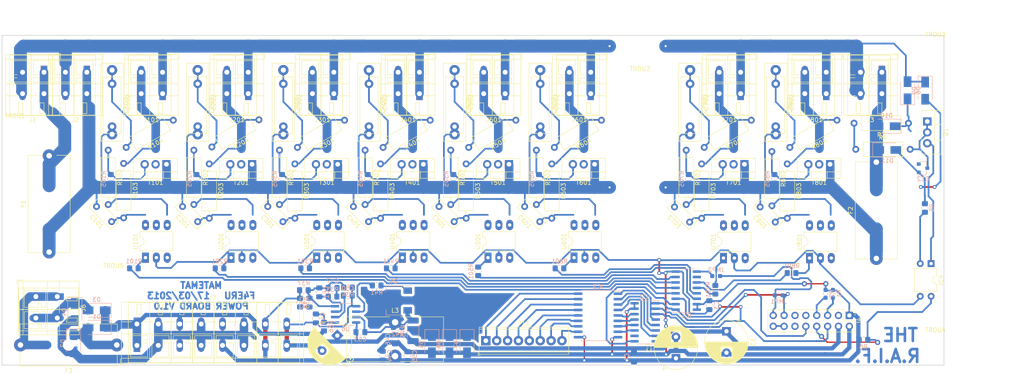
<source format=kicad_pcb>
(kicad_pcb (version 20171130) (host pcbnew 5.1.8+dfsg1-1+b1)
  (title_block (date "21 may 2013"))
  (layers (0 F.Cu mixed) (31 B.Cu mixed) (34 B.Paste user) (35 F.Paste user) (36 B.SilkS user) (37 F.SilkS user) (38 B.Mask user) (39 F.Mask user) (44 Edge.Cuts user))
  (net 0 "")
  (net 1 +12V)
  (net 2 +5V)
  (net 3 /outputs/Din)
  (net 4 /outputs/Dout)
  (net 5 /outputs/Dout1_Din2)
  (net 6 /outputs/clk)
  (net 7 /outputs/strobe)
  (net 8 /outputs/triac_channel_1/In)
  (net 9 /outputs/triac_channel_2/In)
  (net 10 /outputs/triac_channel_3/In)
  (net 11 /outputs/triac_channel_4/In)
  (net 12 /outputs/triac_channel_5/In)
  (net 13 /outputs/triac_channel_6/In)
  (net 14 /outputs/triac_channel_7/In)
  (net 15 /outputs/triac_channel_8/In)
  (net 16 /outputs/zero_cross)
  (net 17 GND)
  (net 18 +28V)
  (net 19 "Net-(C47-Pad2)")
  (net 20 "Net-(C47-Pad1)")
  (net 21 "Net-(C49-Pad2)")
  (net 22 "Net-(C50-Pad2)")
  (net 23 "Net-(C51-Pad1)")
  (net 24 "Net-(C52-Pad2)")
  (net 25 "Net-(C53-Pad2)")
  (net 26 NEUT)
  (net 27 "Net-(C101-Pad1)")
  (net 28 "Net-(C102-Pad1)")
  (net 29 "Net-(C201-Pad1)")
  (net 30 "Net-(C202-Pad1)")
  (net 31 "Net-(C301-Pad1)")
  (net 32 "Net-(C302-Pad1)")
  (net 33 "Net-(C401-Pad1)")
  (net 34 "Net-(C402-Pad1)")
  (net 35 "Net-(C501-Pad1)")
  (net 36 "Net-(C502-Pad1)")
  (net 37 "Net-(C601-Pad1)")
  (net 38 "Net-(C602-Pad1)")
  (net 39 "Net-(C701-Pad1)")
  (net 40 "Net-(C702-Pad1)")
  (net 41 "Net-(C801-Pad1)")
  (net 42 "Net-(C802-Pad1)")
  (net 43 "Net-(D1-Pad2)")
  (net 44 "Net-(D3-Pad2)")
  (net 45 LINE)
  (net 46 "Net-(D10-Pad1)")
  (net 47 "Net-(D11-Pad2)")
  (net 48 AC)
  (net 49 "Net-(D12-Pad1)")
  (net 50 "Net-(F1-Pad2)")
  (net 51 "Net-(F3-Pad2)")
  (net 52 "Net-(IC2-Pad14)")
  (net 53 "Net-(IC2-Pad13)")
  (net 54 "Net-(IC2-Pad12)")
  (net 55 "Net-(IC2-Pad11)")
  (net 56 "Net-(IC2-Pad7)")
  (net 57 "Net-(IC2-Pad6)")
  (net 58 "Net-(IC2-Pad5)")
  (net 59 "Net-(IC2-Pad4)")
  (net 60 "Net-(IC3-Pad18)")
  (net 61 "Net-(IC3-Pad17)")
  (net 62 "Net-(IC3-Pad16)")
  (net 63 "Net-(IC3-Pad15)")
  (net 64 "Net-(IC3-Pad14)")
  (net 65 "Net-(IC3-Pad13)")
  (net 66 "Net-(IC3-Pad12)")
  (net 67 "Net-(IC3-Pad11)")
  (net 68 "Net-(IC4-Pad2)")
  (net 69 "Net-(IC4-Pad1)")
  (net 70 "Net-(J4-Pad14)")
  (net 71 "Net-(J4-Pad15)")
  (net 72 "Net-(J4-Pad7)")
  (net 73 "Net-(J4-Pad5)")
  (net 74 "Net-(J101-Pad2)")
  (net 75 "Net-(J201-Pad2)")
  (net 76 "Net-(J301-Pad2)")
  (net 77 "Net-(J401-Pad2)")
  (net 78 "Net-(J501-Pad2)")
  (net 79 "Net-(J601-Pad2)")
  (net 80 "Net-(J701-Pad2)")
  (net 81 "Net-(J801-Pad2)")
  (net 82 "Net-(Q4-Pad1)")
  (net 83 "Net-(Q4-Pad3)")
  (net 84 "Net-(R3-Pad2)")
  (net 85 "Net-(R41-Pad1)")
  (net 86 "Net-(R101-Pad1)")
  (net 87 "Net-(R102-Pad2)")
  (net 88 "Net-(R102-Pad1)")
  (net 89 "Net-(R201-Pad1)")
  (net 90 "Net-(R202-Pad2)")
  (net 91 "Net-(R202-Pad1)")
  (net 92 "Net-(R301-Pad1)")
  (net 93 "Net-(R302-Pad2)")
  (net 94 "Net-(R302-Pad1)")
  (net 95 "Net-(R401-Pad1)")
  (net 96 "Net-(R402-Pad2)")
  (net 97 "Net-(R402-Pad1)")
  (net 98 "Net-(R501-Pad1)")
  (net 99 "Net-(R502-Pad2)")
  (net 100 "Net-(R502-Pad1)")
  (net 101 "Net-(R601-Pad1)")
  (net 102 "Net-(R602-Pad2)")
  (net 103 "Net-(R602-Pad1)")
  (net 104 "Net-(R701-Pad1)")
  (net 105 "Net-(R702-Pad2)")
  (net 106 "Net-(R702-Pad1)")
  (net 107 "Net-(R801-Pad1)")
  (net 108 "Net-(R802-Pad2)")
  (net 109 "Net-(R802-Pad1)")
  (net 110 /logic_psu/PFET_DRAIN)
  (module Diode_SMD:D_SMA (layer B.Cu) (at 307.75 114.75)
    (fp_text reference D11 (at 0 2.5) (layer B.SilkS) (effects (justify mirror)))
    (fp_text value CDBA2100-G)
    (pad 2 smd rect (at 2 0) (size 2.5 1.8) (layers B.Cu B.Paste B.Mask) (net 47 "Net-(D11-Pad2)"))
    (pad 1 smd rect (at -2 0) (size 2.5 1.8) (layers B.Cu B.Paste B.Mask) (net 48 AC))
  )
  (module Diode_SMD:D_SMA (layer B.Cu) (at 307.6 109.2 180)
    (fp_text reference D10 (at 0 2.5) (layer B.SilkS) (effects (justify mirror)))
    (fp_text value CDBA2100-G)
    (pad 2 smd rect (at 2 0 180) (size 2.5 1.8) (layers B.Cu B.Paste B.Mask) (net 48 AC))
    (pad 1 smd rect (at -2 0 180) (size 2.5 1.8) (layers B.Cu B.Paste B.Mask) (net 46 "Net-(D10-Pad1)"))
  )
  (module Diode_SMD:D_SMA (layer B.Cu) (at 316.6 100.9 270)
    (fp_text reference D9 (at 0 2.5 90) (layer B.SilkS) (effects (justify mirror)))
    (fp_text value CDBA2100-G)
    (pad 2 smd rect (at 2 0 270) (size 2.5 1.8) (layers B.Cu B.Paste B.Mask) (net 47 "Net-(D11-Pad2)"))
    (pad 1 smd rect (at -2 0 270) (size 2.5 1.8) (layers B.Cu B.Paste B.Mask) (net 45 LINE))
  )
  (module Diode_SMD:D_SMA (layer B.Cu) (at 205.5 160.1 270)
    (fp_text reference D8 (at 0 2.5 90) (layer B.SilkS) (effects (justify mirror)))
    (fp_text value CDBA2100-G)
    (pad 2 smd rect (at 2 0 270) (size 2.5 1.8) (layers B.Cu B.Paste B.Mask) (net 17 GND))
    (pad 1 smd rect (at -2 0 270) (size 2.5 1.8) (layers B.Cu B.Paste B.Mask) (net 110 /logic_psu/PFET_DRAIN))
  )
  (module Diode_SMD:D_SMA (layer B.Cu) (at 209.6 160.1 270)
    (fp_text reference D7 (at 0 2.5 90) (layer B.SilkS) (effects (justify mirror)))
    (fp_text value CDBA2100-G)
    (pad 2 smd rect (at 2 0 270) (size 2.5 1.8) (layers B.Cu B.Paste B.Mask) (net 17 GND))
    (pad 1 smd rect (at -2 0 270) (size 2.5 1.8) (layers B.Cu B.Paste B.Mask) (net 110 /logic_psu/PFET_DRAIN))
  )
  (module Diode_SMD:D_SMA (layer B.Cu) (at 312.5 100.8 90)
    (fp_text reference D6 (at 0 2.5 90) (layer B.SilkS) (effects (justify mirror)))
    (fp_text value CDBA2100-G)
    (pad 2 smd rect (at 2 0 90) (size 2.5 1.8) (layers B.Cu B.Paste B.Mask) (net 45 LINE))
    (pad 1 smd rect (at -2 0 90) (size 2.5 1.8) (layers B.Cu B.Paste B.Mask) (net 46 "Net-(D10-Pad1)"))
  )
  (module Diode_SMD:D_SMA (layer B.Cu) (at 201.4 160.1 270)
    (fp_text reference D5 (at 0 2.5 90) (layer B.SilkS) (effects (justify mirror)))
    (fp_text value CDBA2100-G)
    (pad 2 smd rect (at 2 0 270) (size 2.5 1.8) (layers B.Cu B.Paste B.Mask) (net 17 GND))
    (pad 1 smd rect (at -2 0 270) (size 2.5 1.8) (layers B.Cu B.Paste B.Mask) (net 110 /logic_psu/PFET_DRAIN))
  )
  (module Diode_SMD:D_SMA (layer B.Cu) (at 118 152.6 270)
    (fp_text reference D4 (at 0 2.5 90) (layer B.SilkS) (effects (justify mirror)))
    (fp_text value CDBA2100-G)
    (pad 2 smd rect (at 2 0 270) (size 2.5 1.8) (layers B.Cu B.Paste B.Mask) (net 17 GND))
    (pad 1 smd rect (at -2 0 270) (size 2.5 1.8) (layers B.Cu B.Paste B.Mask) (net 44 "Net-(D3-Pad2)"))
  )
  (module Diode_SMD:D_SMA (layer B.Cu) (at 123.1 152.2 180)
    (fp_text reference D3 (at 0 2.5) (layer B.SilkS) (effects (justify mirror)))
    (fp_text value CDBA2100-G)
    (pad 2 smd rect (at 2 0 180) (size 2.5 1.8) (layers B.Cu B.Paste B.Mask) (net 44 "Net-(D3-Pad2)"))
    (pad 1 smd rect (at -2 0 180) (size 2.5 1.8) (layers B.Cu B.Paste B.Mask) (net 18 +28V))
  )
  (module Diode_SMD:D_SMA (layer B.Cu) (at 117.7 159.9 270)
    (fp_text reference D2 (at 0 2.5 90) (layer B.SilkS) (effects (justify mirror)))
    (fp_text value CDBA2100-G)
    (pad 2 smd rect (at 2 0 270) (size 2.5 1.8) (layers B.Cu B.Paste B.Mask) (net 17 GND))
    (pad 1 smd rect (at -2 0 270) (size 2.5 1.8) (layers B.Cu B.Paste B.Mask) (net 43 "Net-(D1-Pad2)"))
  )
  (module Diode_SMD:D_SMA (layer B.Cu) (at 123.1 156.2 180)
    (fp_text reference D1 (at 0 2.5) (layer B.SilkS) (effects (justify mirror)))
    (fp_text value CDBA2100-G)
    (pad 2 smd rect (at 2 0 180) (size 2.5 1.8) (layers B.Cu B.Paste B.Mask) (net 43 "Net-(D1-Pad2)"))
    (pad 1 smd rect (at -2 0 180) (size 2.5 1.8) (layers B.Cu B.Paste B.Mask) (net 18 +28V))
  )
  (module TerminalBlock_Phoenix:TerminalBlock_Phoenix_MPT-0,5-8-2.54_1x08_P2.54mm_Horizontal (layer F.Cu) (at 214 159.3)
    (fp_text reference J11 (at 8.89 -4.16) (layer F.SilkS))
    (fp_text value CONN_8)
    (pad 8 thru_hole circle (at 17.78 0) (size 2.2 2.2) (drill 1.1) (layers *.Cu *.Mask) (net 67 "Net-(IC3-Pad11)"))
    (pad 7 thru_hole circle (at 15.24 0) (size 2.2 2.2) (drill 1.1) (layers *.Cu *.Mask) (net 66 "Net-(IC3-Pad12)"))
    (pad 6 thru_hole circle (at 12.7 0) (size 2.2 2.2) (drill 1.1) (layers *.Cu *.Mask) (net 65 "Net-(IC3-Pad13)"))
    (pad 5 thru_hole circle (at 10.16 0) (size 2.2 2.2) (drill 1.1) (layers *.Cu *.Mask) (net 64 "Net-(IC3-Pad14)"))
    (pad 4 thru_hole circle (at 7.62 0) (size 2.2 2.2) (drill 1.1) (layers *.Cu *.Mask) (net 63 "Net-(IC3-Pad15)"))
    (pad 3 thru_hole circle (at 5.08 0) (size 2.2 2.2) (drill 1.1) (layers *.Cu *.Mask) (net 62 "Net-(IC3-Pad16)"))
    (pad 2 thru_hole circle (at 2.54 0) (size 2.2 2.2) (drill 1.1) (layers *.Cu *.Mask) (net 61 "Net-(IC3-Pad17)"))
    (pad 1 thru_hole rect (at 0 0) (size 2.2 2.2) (drill 1.1) (layers *.Cu *.Mask) (net 60 "Net-(IC3-Pad18)"))
  )
  (module Package_DIP:DIP-6_W7.62mm_LongPads (layer F.Cu) (at 289.6 140 90)
    (fp_text reference U801 (at 3.81 -2.33 90) (layer F.SilkS))
    (fp_text value MOC3022M)
    (pad 6 thru_hole oval (at 7.62 0 90) (size 2.4 1.6) (drill 0.8) (layers *.Cu *.Mask) (net 41 "Net-(C801-Pad1)"))
    (pad 3 thru_hole oval (at 0 5.08 90) (size 2.4 1.6) (drill 0.8) (layers *.Cu *.Mask))
    (pad 5 thru_hole oval (at 7.62 2.54 90) (size 2.4 1.6) (drill 0.8) (layers *.Cu *.Mask))
    (pad 2 thru_hole oval (at 0 2.54 90) (size 2.4 1.6) (drill 0.8) (layers *.Cu *.Mask) (net 17 GND))
    (pad 4 thru_hole oval (at 7.62 5.08 90) (size 2.4 1.6) (drill 0.8) (layers *.Cu *.Mask) (net 108 "Net-(R802-Pad2)"))
    (pad 1 thru_hole rect (at 0 0 90) (size 2.4 1.6) (drill 0.8) (layers *.Cu *.Mask) (net 107 "Net-(R801-Pad1)"))
  )
  (module Package_DIP:DIP-6_W7.62mm_LongPads (layer F.Cu) (at 269.5 140 90)
    (fp_text reference U701 (at 3.81 -2.33 90) (layer F.SilkS))
    (fp_text value MOC3022M)
    (pad 6 thru_hole oval (at 7.62 0 90) (size 2.4 1.6) (drill 0.8) (layers *.Cu *.Mask) (net 39 "Net-(C701-Pad1)"))
    (pad 3 thru_hole oval (at 0 5.08 90) (size 2.4 1.6) (drill 0.8) (layers *.Cu *.Mask))
    (pad 5 thru_hole oval (at 7.62 2.54 90) (size 2.4 1.6) (drill 0.8) (layers *.Cu *.Mask))
    (pad 2 thru_hole oval (at 0 2.54 90) (size 2.4 1.6) (drill 0.8) (layers *.Cu *.Mask) (net 17 GND))
    (pad 4 thru_hole oval (at 7.62 5.08 90) (size 2.4 1.6) (drill 0.8) (layers *.Cu *.Mask) (net 105 "Net-(R702-Pad2)"))
    (pad 1 thru_hole rect (at 0 0 90) (size 2.4 1.6) (drill 0.8) (layers *.Cu *.Mask) (net 104 "Net-(R701-Pad1)"))
  )
  (module Package_DIP:DIP-6_W7.62mm_LongPads (layer F.Cu) (at 234.6 139.9 90)
    (fp_text reference U601 (at 3.81 -2.33 90) (layer F.SilkS))
    (fp_text value MOC3022M)
    (pad 6 thru_hole oval (at 7.62 0 90) (size 2.4 1.6) (drill 0.8) (layers *.Cu *.Mask) (net 37 "Net-(C601-Pad1)"))
    (pad 3 thru_hole oval (at 0 5.08 90) (size 2.4 1.6) (drill 0.8) (layers *.Cu *.Mask))
    (pad 5 thru_hole oval (at 7.62 2.54 90) (size 2.4 1.6) (drill 0.8) (layers *.Cu *.Mask))
    (pad 2 thru_hole oval (at 0 2.54 90) (size 2.4 1.6) (drill 0.8) (layers *.Cu *.Mask) (net 17 GND))
    (pad 4 thru_hole oval (at 7.62 5.08 90) (size 2.4 1.6) (drill 0.8) (layers *.Cu *.Mask) (net 102 "Net-(R602-Pad2)"))
    (pad 1 thru_hole rect (at 0 0 90) (size 2.4 1.6) (drill 0.8) (layers *.Cu *.Mask) (net 101 "Net-(R601-Pad1)"))
  )
  (module Package_DIP:DIP-6_W7.62mm_LongPads (layer F.Cu) (at 214.5 139.9 90)
    (fp_text reference U501 (at 3.81 -2.33 90) (layer F.SilkS))
    (fp_text value MOC3022M)
    (pad 6 thru_hole oval (at 7.62 0 90) (size 2.4 1.6) (drill 0.8) (layers *.Cu *.Mask) (net 35 "Net-(C501-Pad1)"))
    (pad 3 thru_hole oval (at 0 5.08 90) (size 2.4 1.6) (drill 0.8) (layers *.Cu *.Mask))
    (pad 5 thru_hole oval (at 7.62 2.54 90) (size 2.4 1.6) (drill 0.8) (layers *.Cu *.Mask))
    (pad 2 thru_hole oval (at 0 2.54 90) (size 2.4 1.6) (drill 0.8) (layers *.Cu *.Mask) (net 17 GND))
    (pad 4 thru_hole oval (at 7.62 5.08 90) (size 2.4 1.6) (drill 0.8) (layers *.Cu *.Mask) (net 99 "Net-(R502-Pad2)"))
    (pad 1 thru_hole rect (at 0 0 90) (size 2.4 1.6) (drill 0.8) (layers *.Cu *.Mask) (net 98 "Net-(R501-Pad1)"))
  )
  (module Package_DIP:DIP-6_W7.62mm_LongPads (layer F.Cu) (at 194.5 139.9 90)
    (fp_text reference U401 (at 3.81 -2.33 90) (layer F.SilkS))
    (fp_text value MOC3022M)
    (pad 6 thru_hole oval (at 7.62 0 90) (size 2.4 1.6) (drill 0.8) (layers *.Cu *.Mask) (net 33 "Net-(C401-Pad1)"))
    (pad 3 thru_hole oval (at 0 5.08 90) (size 2.4 1.6) (drill 0.8) (layers *.Cu *.Mask))
    (pad 5 thru_hole oval (at 7.62 2.54 90) (size 2.4 1.6) (drill 0.8) (layers *.Cu *.Mask))
    (pad 2 thru_hole oval (at 0 2.54 90) (size 2.4 1.6) (drill 0.8) (layers *.Cu *.Mask) (net 17 GND))
    (pad 4 thru_hole oval (at 7.62 5.08 90) (size 2.4 1.6) (drill 0.8) (layers *.Cu *.Mask) (net 96 "Net-(R402-Pad2)"))
    (pad 1 thru_hole rect (at 0 0 90) (size 2.4 1.6) (drill 0.8) (layers *.Cu *.Mask) (net 95 "Net-(R401-Pad1)"))
  )
  (module Package_DIP:DIP-6_W7.62mm_LongPads (layer F.Cu) (at 174.5 139.9 90)
    (fp_text reference U301 (at 3.81 -2.33 90) (layer F.SilkS))
    (fp_text value MOC3022M)
    (pad 6 thru_hole oval (at 7.62 0 90) (size 2.4 1.6) (drill 0.8) (layers *.Cu *.Mask) (net 31 "Net-(C301-Pad1)"))
    (pad 3 thru_hole oval (at 0 5.08 90) (size 2.4 1.6) (drill 0.8) (layers *.Cu *.Mask))
    (pad 5 thru_hole oval (at 7.62 2.54 90) (size 2.4 1.6) (drill 0.8) (layers *.Cu *.Mask))
    (pad 2 thru_hole oval (at 0 2.54 90) (size 2.4 1.6) (drill 0.8) (layers *.Cu *.Mask) (net 17 GND))
    (pad 4 thru_hole oval (at 7.62 5.08 90) (size 2.4 1.6) (drill 0.8) (layers *.Cu *.Mask) (net 93 "Net-(R302-Pad2)"))
    (pad 1 thru_hole rect (at 0 0 90) (size 2.4 1.6) (drill 0.8) (layers *.Cu *.Mask) (net 92 "Net-(R301-Pad1)"))
  )
  (module Package_DIP:DIP-6_W7.62mm_LongPads (layer F.Cu) (at 154.5 139.9 90)
    (fp_text reference U201 (at 3.81 -2.33 90) (layer F.SilkS))
    (fp_text value MOC3022M)
    (pad 6 thru_hole oval (at 7.62 0 90) (size 2.4 1.6) (drill 0.8) (layers *.Cu *.Mask) (net 29 "Net-(C201-Pad1)"))
    (pad 3 thru_hole oval (at 0 5.08 90) (size 2.4 1.6) (drill 0.8) (layers *.Cu *.Mask))
    (pad 5 thru_hole oval (at 7.62 2.54 90) (size 2.4 1.6) (drill 0.8) (layers *.Cu *.Mask))
    (pad 2 thru_hole oval (at 0 2.54 90) (size 2.4 1.6) (drill 0.8) (layers *.Cu *.Mask) (net 17 GND))
    (pad 4 thru_hole oval (at 7.62 5.08 90) (size 2.4 1.6) (drill 0.8) (layers *.Cu *.Mask) (net 90 "Net-(R202-Pad2)"))
    (pad 1 thru_hole rect (at 0 0 90) (size 2.4 1.6) (drill 0.8) (layers *.Cu *.Mask) (net 89 "Net-(R201-Pad1)"))
  )
  (module Package_DIP:DIP-6_W7.62mm_LongPads (layer F.Cu) (at 134.5 139.9 90)
    (fp_text reference U101 (at 3.81 -2.33 90) (layer F.SilkS))
    (fp_text value MOC3022M)
    (pad 6 thru_hole oval (at 7.62 0 90) (size 2.4 1.6) (drill 0.8) (layers *.Cu *.Mask) (net 27 "Net-(C101-Pad1)"))
    (pad 3 thru_hole oval (at 0 5.08 90) (size 2.4 1.6) (drill 0.8) (layers *.Cu *.Mask))
    (pad 5 thru_hole oval (at 7.62 2.54 90) (size 2.4 1.6) (drill 0.8) (layers *.Cu *.Mask))
    (pad 2 thru_hole oval (at 0 2.54 90) (size 2.4 1.6) (drill 0.8) (layers *.Cu *.Mask) (net 17 GND))
    (pad 4 thru_hole oval (at 7.62 5.08 90) (size 2.4 1.6) (drill 0.8) (layers *.Cu *.Mask) (net 87 "Net-(R102-Pad2)"))
    (pad 1 thru_hole rect (at 0 0 90) (size 2.4 1.6) (drill 0.8) (layers *.Cu *.Mask) (net 86 "Net-(R101-Pad1)"))
  )
  (module Package_SO:SOIC-8_3.9x4.9mm_P1.27mm (layer B.Cu) (at 181.25 153.15)
    (fp_text reference U6 (at 0 3.4) (layer B.SilkS) (effects (justify mirror)))
    (fp_text value TPS40200D)
    (pad 8 smd roundrect (at 2.475 1.905) (size 1.95 0.6) (layers B.Cu B.Paste B.Mask) (net 18 +28V))
    (pad 7 smd roundrect (at 2.475 0.635) (size 1.95 0.6) (layers B.Cu B.Paste B.Mask) (net 25 "Net-(C53-Pad2)"))
    (pad 6 smd roundrect (at 2.475 -0.635) (size 1.95 0.6) (layers B.Cu B.Paste B.Mask) (net 85 "Net-(R41-Pad1)"))
    (pad 5 smd roundrect (at 2.475 -1.905) (size 1.95 0.6) (layers B.Cu B.Paste B.Mask) (net 17 GND))
    (pad 4 smd roundrect (at -2.475 -1.905) (size 1.95 0.6) (layers B.Cu B.Paste B.Mask) (net 19 "Net-(C47-Pad2)"))
    (pad 3 smd roundrect (at -2.475 -0.635) (size 1.95 0.6) (layers B.Cu B.Paste B.Mask) (net 23 "Net-(C51-Pad1)"))
    (pad 2 smd roundrect (at -2.475 0.635) (size 1.95 0.6) (layers B.Cu B.Paste B.Mask) (net 22 "Net-(C50-Pad2)"))
    (pad 1 smd roundrect (at -2.475 1.905) (size 1.95 0.6) (layers B.Cu B.Paste B.Mask) (net 21 "Net-(C49-Pad2)"))
  )
  (module MountingHole:MountingHole_3.2mm_M3 (layer F.Cu) (at 127 146)
    (fp_text reference TROU5 (at 0 -4.2) (layer F.SilkS))
    (fp_text value 3mm)
    (pad 1 np_thru_hole circle (at 0 0) (size 3.2 3.2) (drill 3.2) (layers *.Cu *.Mask))
  )
  (module MountingHole:MountingHole_3.2mm_M3 (layer F.Cu) (at 319 161)
    (fp_text reference TROU4 (at 0 -4.2) (layer F.SilkS))
    (fp_text value 3mm)
    (pad 1 np_thru_hole circle (at 0 0) (size 3.2 3.2) (drill 3.2) (layers *.Cu *.Mask))
  )
  (module MountingHole:MountingHole_3.2mm_M3 (layer F.Cu) (at 319 92)
    (fp_text reference TROU3 (at 0 -4.2) (layer F.SilkS))
    (fp_text value 3mm)
    (pad 1 np_thru_hole circle (at 0 0) (size 3.2 3.2) (drill 3.2) (layers *.Cu *.Mask))
  )
  (module MountingHole:MountingHole_3.2mm_M3 (layer F.Cu) (at 250 100)
    (fp_text reference TROU2 (at 0 -4.2) (layer F.SilkS))
    (fp_text value 3mm)
    (pad 1 np_thru_hole circle (at 0 0) (size 3.2 3.2) (drill 3.2) (layers *.Cu *.Mask))
  )
  (module MountingHole:MountingHole_3.2mm_M3 (layer F.Cu) (at 104 111)
    (fp_text reference TROU1 (at 0 -4.2) (layer F.SilkS))
    (fp_text value 3mm)
    (pad 1 np_thru_hole circle (at 0 0) (size 3.2 3.2) (drill 3.2) (layers *.Cu *.Mask))
  )
  (module Package_TO_SOT_THT:TO-220-3_Vertical (layer F.Cu) (at 294.4 118.1 180)
    (fp_text reference T801 (at 2.54 -4.27) (layer F.SilkS))
    (fp_text value BT136)
    (pad 3 thru_hole oval (at 5.08 0 180) (size 1.905 2) (drill 1.1) (layers *.Cu *.Mask) (net 109 "Net-(R802-Pad1)"))
    (pad 2 thru_hole oval (at 2.54 0 180) (size 1.905 2) (drill 1.1) (layers *.Cu *.Mask) (net 81 "Net-(J801-Pad2)"))
    (pad 1 thru_hole rect (at 0 0 180) (size 1.905 2) (drill 1.1) (layers *.Cu *.Mask) (net 26 NEUT))
  )
  (module Package_TO_SOT_THT:TO-220-3_Vertical (layer F.Cu) (at 274.4 118.1 180)
    (fp_text reference T701 (at 2.54 -4.27) (layer F.SilkS))
    (fp_text value BT136)
    (pad 3 thru_hole oval (at 5.08 0 180) (size 1.905 2) (drill 1.1) (layers *.Cu *.Mask) (net 106 "Net-(R702-Pad1)"))
    (pad 2 thru_hole oval (at 2.54 0 180) (size 1.905 2) (drill 1.1) (layers *.Cu *.Mask) (net 80 "Net-(J701-Pad2)"))
    (pad 1 thru_hole rect (at 0 0 180) (size 1.905 2) (drill 1.1) (layers *.Cu *.Mask) (net 26 NEUT))
  )
  (module Package_TO_SOT_THT:TO-220-3_Vertical (layer F.Cu) (at 239.4 118.1 180)
    (fp_text reference T601 (at 2.54 -4.27) (layer F.SilkS))
    (fp_text value BT136)
    (pad 3 thru_hole oval (at 5.08 0 180) (size 1.905 2) (drill 1.1) (layers *.Cu *.Mask) (net 103 "Net-(R602-Pad1)"))
    (pad 2 thru_hole oval (at 2.54 0 180) (size 1.905 2) (drill 1.1) (layers *.Cu *.Mask) (net 79 "Net-(J601-Pad2)"))
    (pad 1 thru_hole rect (at 0 0 180) (size 1.905 2) (drill 1.1) (layers *.Cu *.Mask) (net 26 NEUT))
  )
  (module Package_TO_SOT_THT:TO-220-3_Vertical (layer F.Cu) (at 219.4 118.1 180)
    (fp_text reference T501 (at 2.54 -4.27) (layer F.SilkS))
    (fp_text value BT136)
    (pad 3 thru_hole oval (at 5.08 0 180) (size 1.905 2) (drill 1.1) (layers *.Cu *.Mask) (net 100 "Net-(R502-Pad1)"))
    (pad 2 thru_hole oval (at 2.54 0 180) (size 1.905 2) (drill 1.1) (layers *.Cu *.Mask) (net 78 "Net-(J501-Pad2)"))
    (pad 1 thru_hole rect (at 0 0 180) (size 1.905 2) (drill 1.1) (layers *.Cu *.Mask) (net 26 NEUT))
  )
  (module Package_TO_SOT_THT:TO-220-3_Vertical (layer F.Cu) (at 199.4 118.1 180)
    (fp_text reference T401 (at 2.54 -4.27) (layer F.SilkS))
    (fp_text value BT136)
    (pad 3 thru_hole oval (at 5.08 0 180) (size 1.905 2) (drill 1.1) (layers *.Cu *.Mask) (net 97 "Net-(R402-Pad1)"))
    (pad 2 thru_hole oval (at 2.54 0 180) (size 1.905 2) (drill 1.1) (layers *.Cu *.Mask) (net 77 "Net-(J401-Pad2)"))
    (pad 1 thru_hole rect (at 0 0 180) (size 1.905 2) (drill 1.1) (layers *.Cu *.Mask) (net 26 NEUT))
  )
  (module Package_TO_SOT_THT:TO-220-3_Vertical (layer F.Cu) (at 179.4 118.1 180)
    (fp_text reference T301 (at 2.54 -4.27) (layer F.SilkS))
    (fp_text value BT136)
    (pad 3 thru_hole oval (at 5.08 0 180) (size 1.905 2) (drill 1.1) (layers *.Cu *.Mask) (net 94 "Net-(R302-Pad1)"))
    (pad 2 thru_hole oval (at 2.54 0 180) (size 1.905 2) (drill 1.1) (layers *.Cu *.Mask) (net 76 "Net-(J301-Pad2)"))
    (pad 1 thru_hole rect (at 0 0 180) (size 1.905 2) (drill 1.1) (layers *.Cu *.Mask) (net 26 NEUT))
  )
  (module Package_TO_SOT_THT:TO-220-3_Vertical (layer F.Cu) (at 159.4 118.1 180)
    (fp_text reference T201 (at 2.54 -4.27) (layer F.SilkS))
    (fp_text value BT136)
    (pad 3 thru_hole oval (at 5.08 0 180) (size 1.905 2) (drill 1.1) (layers *.Cu *.Mask) (net 91 "Net-(R202-Pad1)"))
    (pad 2 thru_hole oval (at 2.54 0 180) (size 1.905 2) (drill 1.1) (layers *.Cu *.Mask) (net 75 "Net-(J201-Pad2)"))
    (pad 1 thru_hole rect (at 0 0 180) (size 1.905 2) (drill 1.1) (layers *.Cu *.Mask) (net 26 NEUT))
  )
  (module Package_TO_SOT_THT:TO-220-3_Vertical (layer F.Cu) (at 139.4 118.1 180)
    (fp_text reference T101 (at 2.54 -4.27) (layer F.SilkS))
    (fp_text value BT136)
    (pad 3 thru_hole oval (at 5.08 0 180) (size 1.905 2) (drill 1.1) (layers *.Cu *.Mask) (net 88 "Net-(R102-Pad1)"))
    (pad 2 thru_hole oval (at 2.54 0 180) (size 1.905 2) (drill 1.1) (layers *.Cu *.Mask) (net 74 "Net-(J101-Pad2)"))
    (pad 1 thru_hole rect (at 0 0 180) (size 1.905 2) (drill 1.1) (layers *.Cu *.Mask) (net 26 NEUT))
  )
  (module Resistor_SMD:R_0805_2012Metric_Pad1.20x1.40mm_HandSolder (layer B.Cu) (at 281.4 121.5 270)
    (fp_text reference R805 (at 0 1.65 90) (layer B.SilkS) (effects (justify mirror)))
    (fp_text value 100)
    (pad 2 smd roundrect (at 1 0 270) (size 1.2 1.4) (layers B.Cu B.Paste B.Mask) (roundrect_rratio 0.208333) (net 26 NEUT))
    (pad 1 smd roundrect (at -1 0 270) (size 1.2 1.4) (layers B.Cu B.Paste B.Mask) (roundrect_rratio 0.208333) (net 109 "Net-(R802-Pad1)"))
  )
  (module Resistor_THT:R_Axial_DIN0309_L9.0mm_D3.2mm_P12.70mm_Horizontal (layer F.Cu) (at 296 107.8 210)
    (fp_text reference R804 (at 6.35 -2.72 30) (layer F.SilkS))
    (fp_text value 100)
    (pad 2 thru_hole oval (at 12.7 0 210) (size 1.6 1.6) (drill 0.8) (layers *.Cu *.Mask) (net 42 "Net-(C802-Pad1)"))
    (pad 1 thru_hole circle (at 0 0 210) (size 1.6 1.6) (drill 0.8) (layers *.Cu *.Mask) (net 81 "Net-(J801-Pad2)"))
  )
  (module Resistor_THT:R_Axial_DIN0309_L9.0mm_D3.2mm_P12.70mm_Horizontal (layer F.Cu) (at 284.4 118 270)
    (fp_text reference R803 (at 6.35 -2.72 90) (layer F.SilkS))
    (fp_text value 470)
    (pad 2 thru_hole oval (at 12.7 0 270) (size 1.6 1.6) (drill 0.8) (layers *.Cu *.Mask) (net 41 "Net-(C801-Pad1)"))
    (pad 1 thru_hole circle (at 0 0 270) (size 1.6 1.6) (drill 0.8) (layers *.Cu *.Mask) (net 81 "Net-(J801-Pad2)"))
  )
  (module Resistor_THT:R_Axial_DIN0309_L9.0mm_D3.2mm_P12.70mm_Horizontal (layer F.Cu) (at 280.8 115.1 270)
    (fp_text reference R802 (at 6.35 -2.72 90) (layer F.SilkS))
    (fp_text value 100)
    (pad 2 thru_hole oval (at 12.7 0 270) (size 1.6 1.6) (drill 0.8) (layers *.Cu *.Mask) (net 108 "Net-(R802-Pad2)"))
    (pad 1 thru_hole circle (at 0 0 270) (size 1.6 1.6) (drill 0.8) (layers *.Cu *.Mask) (net 109 "Net-(R802-Pad1)"))
  )
  (module Resistor_SMD:R_0805_2012Metric_Pad1.20x1.40mm_HandSolder (layer B.Cu) (at 285.4 143.5 180)
    (fp_text reference R801 (at 0 1.65) (layer B.SilkS) (effects (justify mirror)))
    (fp_text value 1k)
    (pad 2 smd roundrect (at 1 0 180) (size 1.2 1.4) (layers B.Cu B.Paste B.Mask) (roundrect_rratio 0.208333) (net 15 /outputs/triac_channel_8/In))
    (pad 1 smd roundrect (at -1 0 180) (size 1.2 1.4) (layers B.Cu B.Paste B.Mask) (roundrect_rratio 0.208333) (net 107 "Net-(R801-Pad1)"))
  )
  (module Resistor_SMD:R_0805_2012Metric_Pad1.20x1.40mm_HandSolder (layer B.Cu) (at 261.4 121.5 270)
    (fp_text reference R705 (at 0 1.65 90) (layer B.SilkS) (effects (justify mirror)))
    (fp_text value 100)
    (pad 2 smd roundrect (at 1 0 270) (size 1.2 1.4) (layers B.Cu B.Paste B.Mask) (roundrect_rratio 0.208333) (net 26 NEUT))
    (pad 1 smd roundrect (at -1 0 270) (size 1.2 1.4) (layers B.Cu B.Paste B.Mask) (roundrect_rratio 0.208333) (net 106 "Net-(R702-Pad1)"))
  )
  (module Resistor_THT:R_Axial_DIN0309_L9.0mm_D3.2mm_P12.70mm_Horizontal (layer F.Cu) (at 276 107.8 210)
    (fp_text reference R704 (at 6.35 -2.72 30) (layer F.SilkS))
    (fp_text value 100)
    (pad 2 thru_hole oval (at 12.7 0 210) (size 1.6 1.6) (drill 0.8) (layers *.Cu *.Mask) (net 40 "Net-(C702-Pad1)"))
    (pad 1 thru_hole circle (at 0 0 210) (size 1.6 1.6) (drill 0.8) (layers *.Cu *.Mask) (net 80 "Net-(J701-Pad2)"))
  )
  (module Resistor_THT:R_Axial_DIN0309_L9.0mm_D3.2mm_P12.70mm_Horizontal (layer F.Cu) (at 264.4 118 270)
    (fp_text reference R703 (at 6.35 -2.72 90) (layer F.SilkS))
    (fp_text value 470)
    (pad 2 thru_hole oval (at 12.7 0 270) (size 1.6 1.6) (drill 0.8) (layers *.Cu *.Mask) (net 39 "Net-(C701-Pad1)"))
    (pad 1 thru_hole circle (at 0 0 270) (size 1.6 1.6) (drill 0.8) (layers *.Cu *.Mask) (net 80 "Net-(J701-Pad2)"))
  )
  (module Resistor_THT:R_Axial_DIN0309_L9.0mm_D3.2mm_P12.70mm_Horizontal (layer F.Cu) (at 260.8 114.8 270)
    (fp_text reference R702 (at 6.35 -2.72 90) (layer F.SilkS))
    (fp_text value 100)
    (pad 2 thru_hole oval (at 12.7 0 270) (size 1.6 1.6) (drill 0.8) (layers *.Cu *.Mask) (net 105 "Net-(R702-Pad2)"))
    (pad 1 thru_hole circle (at 0 0 270) (size 1.6 1.6) (drill 0.8) (layers *.Cu *.Mask) (net 106 "Net-(R702-Pad1)"))
  )
  (module Resistor_SMD:R_0805_2012Metric_Pad1.20x1.40mm_HandSolder (layer B.Cu) (at 267.6 147.4 270)
    (fp_text reference R701 (at 0 1.65 90) (layer B.SilkS) (effects (justify mirror)))
    (fp_text value 1k)
    (pad 2 smd roundrect (at 1 0 270) (size 1.2 1.4) (layers B.Cu B.Paste B.Mask) (roundrect_rratio 0.208333) (net 14 /outputs/triac_channel_7/In))
    (pad 1 smd roundrect (at -1 0 270) (size 1.2 1.4) (layers B.Cu B.Paste B.Mask) (roundrect_rratio 0.208333) (net 104 "Net-(R701-Pad1)"))
  )
  (module Resistor_SMD:R_0805_2012Metric_Pad1.20x1.40mm_HandSolder (layer B.Cu) (at 226.4 121.5 270)
    (fp_text reference R605 (at 0 1.65 90) (layer B.SilkS) (effects (justify mirror)))
    (fp_text value 100)
    (pad 2 smd roundrect (at 1 0 270) (size 1.2 1.4) (layers B.Cu B.Paste B.Mask) (roundrect_rratio 0.208333) (net 26 NEUT))
    (pad 1 smd roundrect (at -1 0 270) (size 1.2 1.4) (layers B.Cu B.Paste B.Mask) (roundrect_rratio 0.208333) (net 103 "Net-(R602-Pad1)"))
  )
  (module Resistor_THT:R_Axial_DIN0309_L9.0mm_D3.2mm_P12.70mm_Horizontal (layer F.Cu) (at 241 107.8 210)
    (fp_text reference R604 (at 6.35 -2.72 30) (layer F.SilkS))
    (fp_text value 100)
    (pad 2 thru_hole oval (at 12.7 0 210) (size 1.6 1.6) (drill 0.8) (layers *.Cu *.Mask) (net 38 "Net-(C602-Pad1)"))
    (pad 1 thru_hole circle (at 0 0 210) (size 1.6 1.6) (drill 0.8) (layers *.Cu *.Mask) (net 79 "Net-(J601-Pad2)"))
  )
  (module Resistor_THT:R_Axial_DIN0309_L9.0mm_D3.2mm_P12.70mm_Horizontal (layer F.Cu) (at 229.4 118 270)
    (fp_text reference R603 (at 6.35 -2.72 90) (layer F.SilkS))
    (fp_text value 470)
    (pad 2 thru_hole oval (at 12.7 0 270) (size 1.6 1.6) (drill 0.8) (layers *.Cu *.Mask) (net 37 "Net-(C601-Pad1)"))
    (pad 1 thru_hole circle (at 0 0 270) (size 1.6 1.6) (drill 0.8) (layers *.Cu *.Mask) (net 79 "Net-(J601-Pad2)"))
  )
  (module Resistor_THT:R_Axial_DIN0309_L9.0mm_D3.2mm_P12.70mm_Horizontal (layer F.Cu) (at 225.8 114.8 270)
    (fp_text reference R602 (at 6.35 -2.72 90) (layer F.SilkS))
    (fp_text value 100)
    (pad 2 thru_hole oval (at 12.7 0 270) (size 1.6 1.6) (drill 0.8) (layers *.Cu *.Mask) (net 102 "Net-(R602-Pad2)"))
    (pad 1 thru_hole circle (at 0 0 270) (size 1.6 1.6) (drill 0.8) (layers *.Cu *.Mask) (net 103 "Net-(R602-Pad1)"))
  )
  (module Resistor_SMD:R_0805_2012Metric_Pad1.20x1.40mm_HandSolder (layer B.Cu) (at 231.2 142.4 180)
    (fp_text reference R601 (at 0 1.65) (layer B.SilkS) (effects (justify mirror)))
    (fp_text value 1k)
    (pad 2 smd roundrect (at 1 0 180) (size 1.2 1.4) (layers B.Cu B.Paste B.Mask) (roundrect_rratio 0.208333) (net 13 /outputs/triac_channel_6/In))
    (pad 1 smd roundrect (at -1 0 180) (size 1.2 1.4) (layers B.Cu B.Paste B.Mask) (roundrect_rratio 0.208333) (net 101 "Net-(R601-Pad1)"))
  )
  (module Resistor_SMD:R_0805_2012Metric_Pad1.20x1.40mm_HandSolder (layer B.Cu) (at 206.4 121.5 270)
    (fp_text reference R505 (at 0 1.65 90) (layer B.SilkS) (effects (justify mirror)))
    (fp_text value 100)
    (pad 2 smd roundrect (at 1 0 270) (size 1.2 1.4) (layers B.Cu B.Paste B.Mask) (roundrect_rratio 0.208333) (net 26 NEUT))
    (pad 1 smd roundrect (at -1 0 270) (size 1.2 1.4) (layers B.Cu B.Paste B.Mask) (roundrect_rratio 0.208333) (net 100 "Net-(R502-Pad1)"))
  )
  (module Resistor_THT:R_Axial_DIN0309_L9.0mm_D3.2mm_P12.70mm_Horizontal (layer F.Cu) (at 221 107.8 210)
    (fp_text reference R504 (at 6.35 -2.72 30) (layer F.SilkS))
    (fp_text value 100)
    (pad 2 thru_hole oval (at 12.7 0 210) (size 1.6 1.6) (drill 0.8) (layers *.Cu *.Mask) (net 36 "Net-(C502-Pad1)"))
    (pad 1 thru_hole circle (at 0 0 210) (size 1.6 1.6) (drill 0.8) (layers *.Cu *.Mask) (net 78 "Net-(J501-Pad2)"))
  )
  (module Resistor_THT:R_Axial_DIN0309_L9.0mm_D3.2mm_P12.70mm_Horizontal (layer F.Cu) (at 209.4 118 270)
    (fp_text reference R503 (at 6.35 -2.72 90) (layer F.SilkS))
    (fp_text value 470)
    (pad 2 thru_hole oval (at 12.7 0 270) (size 1.6 1.6) (drill 0.8) (layers *.Cu *.Mask) (net 35 "Net-(C501-Pad1)"))
    (pad 1 thru_hole circle (at 0 0 270) (size 1.6 1.6) (drill 0.8) (layers *.Cu *.Mask) (net 78 "Net-(J501-Pad2)"))
  )
  (module Resistor_THT:R_Axial_DIN0309_L9.0mm_D3.2mm_P12.70mm_Horizontal (layer F.Cu) (at 205.8 114.8 270)
    (fp_text reference R502 (at 6.35 -2.72 90) (layer F.SilkS))
    (fp_text value 100)
    (pad 2 thru_hole oval (at 12.7 0 270) (size 1.6 1.6) (drill 0.8) (layers *.Cu *.Mask) (net 99 "Net-(R502-Pad2)"))
    (pad 1 thru_hole circle (at 0 0 270) (size 1.6 1.6) (drill 0.8) (layers *.Cu *.Mask) (net 100 "Net-(R502-Pad1)"))
  )
  (module Resistor_SMD:R_0805_2012Metric_Pad1.20x1.40mm_HandSolder (layer B.Cu) (at 212.2 143.1 270)
    (fp_text reference R501 (at 0 1.65 90) (layer B.SilkS) (effects (justify mirror)))
    (fp_text value 1k)
    (pad 2 smd roundrect (at 1 0 270) (size 1.2 1.4) (layers B.Cu B.Paste B.Mask) (roundrect_rratio 0.208333) (net 12 /outputs/triac_channel_5/In))
    (pad 1 smd roundrect (at -1 0 270) (size 1.2 1.4) (layers B.Cu B.Paste B.Mask) (roundrect_rratio 0.208333) (net 98 "Net-(R501-Pad1)"))
  )
  (module Resistor_SMD:R_0805_2012Metric_Pad1.20x1.40mm_HandSolder (layer B.Cu) (at 186.4 121.5 270)
    (fp_text reference R405 (at 0 1.65 90) (layer B.SilkS) (effects (justify mirror)))
    (fp_text value 100)
    (pad 2 smd roundrect (at 1 0 270) (size 1.2 1.4) (layers B.Cu B.Paste B.Mask) (roundrect_rratio 0.208333) (net 26 NEUT))
    (pad 1 smd roundrect (at -1 0 270) (size 1.2 1.4) (layers B.Cu B.Paste B.Mask) (roundrect_rratio 0.208333) (net 97 "Net-(R402-Pad1)"))
  )
  (module Resistor_THT:R_Axial_DIN0309_L9.0mm_D3.2mm_P12.70mm_Horizontal (layer F.Cu) (at 201 107.8 210)
    (fp_text reference R404 (at 6.35 -2.72 30) (layer F.SilkS))
    (fp_text value 100)
    (pad 2 thru_hole oval (at 12.7 0 210) (size 1.6 1.6) (drill 0.8) (layers *.Cu *.Mask) (net 34 "Net-(C402-Pad1)"))
    (pad 1 thru_hole circle (at 0 0 210) (size 1.6 1.6) (drill 0.8) (layers *.Cu *.Mask) (net 77 "Net-(J401-Pad2)"))
  )
  (module Resistor_THT:R_Axial_DIN0309_L9.0mm_D3.2mm_P12.70mm_Horizontal (layer F.Cu) (at 189.4 118 270)
    (fp_text reference R403 (at 6.35 -2.72 90) (layer F.SilkS))
    (fp_text value 470)
    (pad 2 thru_hole oval (at 12.7 0 270) (size 1.6 1.6) (drill 0.8) (layers *.Cu *.Mask) (net 33 "Net-(C401-Pad1)"))
    (pad 1 thru_hole circle (at 0 0 270) (size 1.6 1.6) (drill 0.8) (layers *.Cu *.Mask) (net 77 "Net-(J401-Pad2)"))
  )
  (module Resistor_THT:R_Axial_DIN0309_L9.0mm_D3.2mm_P12.70mm_Horizontal (layer F.Cu) (at 185.8 114.8 270)
    (fp_text reference R402 (at 6.35 -2.72 90) (layer F.SilkS))
    (fp_text value 100)
    (pad 2 thru_hole oval (at 12.7 0 270) (size 1.6 1.6) (drill 0.8) (layers *.Cu *.Mask) (net 96 "Net-(R402-Pad2)"))
    (pad 1 thru_hole circle (at 0 0 270) (size 1.6 1.6) (drill 0.8) (layers *.Cu *.Mask) (net 97 "Net-(R402-Pad1)"))
  )
  (module Resistor_SMD:R_0805_2012Metric_Pad1.20x1.40mm_HandSolder (layer B.Cu) (at 191.8 142.4 180)
    (fp_text reference R401 (at 0 1.65) (layer B.SilkS) (effects (justify mirror)))
    (fp_text value 1k)
    (pad 2 smd roundrect (at 1 0 180) (size 1.2 1.4) (layers B.Cu B.Paste B.Mask) (roundrect_rratio 0.208333) (net 11 /outputs/triac_channel_4/In))
    (pad 1 smd roundrect (at -1 0 180) (size 1.2 1.4) (layers B.Cu B.Paste B.Mask) (roundrect_rratio 0.208333) (net 95 "Net-(R401-Pad1)"))
  )
  (module Resistor_SMD:R_0805_2012Metric_Pad1.20x1.40mm_HandSolder (layer B.Cu) (at 166.4 121.5 270)
    (fp_text reference R305 (at 0 1.65 90) (layer B.SilkS) (effects (justify mirror)))
    (fp_text value 100)
    (pad 2 smd roundrect (at 1 0 270) (size 1.2 1.4) (layers B.Cu B.Paste B.Mask) (roundrect_rratio 0.208333) (net 26 NEUT))
    (pad 1 smd roundrect (at -1 0 270) (size 1.2 1.4) (layers B.Cu B.Paste B.Mask) (roundrect_rratio 0.208333) (net 94 "Net-(R302-Pad1)"))
  )
  (module Resistor_THT:R_Axial_DIN0309_L9.0mm_D3.2mm_P12.70mm_Horizontal (layer F.Cu) (at 181 107.8 210)
    (fp_text reference R304 (at 6.35 -2.72 30) (layer F.SilkS))
    (fp_text value 100)
    (pad 2 thru_hole oval (at 12.7 0 210) (size 1.6 1.6) (drill 0.8) (layers *.Cu *.Mask) (net 32 "Net-(C302-Pad1)"))
    (pad 1 thru_hole circle (at 0 0 210) (size 1.6 1.6) (drill 0.8) (layers *.Cu *.Mask) (net 76 "Net-(J301-Pad2)"))
  )
  (module Resistor_THT:R_Axial_DIN0309_L9.0mm_D3.2mm_P12.70mm_Horizontal (layer F.Cu) (at 169.4 118 270)
    (fp_text reference R303 (at 6.35 -2.72 90) (layer F.SilkS))
    (fp_text value 470)
    (pad 2 thru_hole oval (at 12.7 0 270) (size 1.6 1.6) (drill 0.8) (layers *.Cu *.Mask) (net 31 "Net-(C301-Pad1)"))
    (pad 1 thru_hole circle (at 0 0 270) (size 1.6 1.6) (drill 0.8) (layers *.Cu *.Mask) (net 76 "Net-(J301-Pad2)"))
  )
  (module Resistor_THT:R_Axial_DIN0309_L9.0mm_D3.2mm_P12.70mm_Horizontal (layer F.Cu) (at 165.8 114.8 270)
    (fp_text reference R302 (at 6.35 -2.72 90) (layer F.SilkS))
    (fp_text value 100)
    (pad 2 thru_hole oval (at 12.7 0 270) (size 1.6 1.6) (drill 0.8) (layers *.Cu *.Mask) (net 93 "Net-(R302-Pad2)"))
    (pad 1 thru_hole circle (at 0 0 270) (size 1.6 1.6) (drill 0.8) (layers *.Cu *.Mask) (net 94 "Net-(R302-Pad1)"))
  )
  (module Resistor_SMD:R_0805_2012Metric_Pad1.20x1.40mm_HandSolder (layer B.Cu) (at 171.8 142.4 180)
    (fp_text reference R301 (at 0 1.65) (layer B.SilkS) (effects (justify mirror)))
    (fp_text value 1k)
    (pad 2 smd roundrect (at 1 0 180) (size 1.2 1.4) (layers B.Cu B.Paste B.Mask) (roundrect_rratio 0.208333) (net 10 /outputs/triac_channel_3/In))
    (pad 1 smd roundrect (at -1 0 180) (size 1.2 1.4) (layers B.Cu B.Paste B.Mask) (roundrect_rratio 0.208333) (net 92 "Net-(R301-Pad1)"))
  )
  (module Resistor_SMD:R_0805_2012Metric_Pad1.20x1.40mm_HandSolder (layer B.Cu) (at 146.4 121.5 270)
    (fp_text reference R205 (at 0 1.65 90) (layer B.SilkS) (effects (justify mirror)))
    (fp_text value 100)
    (pad 2 smd roundrect (at 1 0 270) (size 1.2 1.4) (layers B.Cu B.Paste B.Mask) (roundrect_rratio 0.208333) (net 26 NEUT))
    (pad 1 smd roundrect (at -1 0 270) (size 1.2 1.4) (layers B.Cu B.Paste B.Mask) (roundrect_rratio 0.208333) (net 91 "Net-(R202-Pad1)"))
  )
  (module Resistor_THT:R_Axial_DIN0309_L9.0mm_D3.2mm_P12.70mm_Horizontal (layer F.Cu) (at 161 107.7 210)
    (fp_text reference R204 (at 6.35 -2.72 30) (layer F.SilkS))
    (fp_text value 100)
    (pad 2 thru_hole oval (at 12.7 0 210) (size 1.6 1.6) (drill 0.8) (layers *.Cu *.Mask) (net 30 "Net-(C202-Pad1)"))
    (pad 1 thru_hole circle (at 0 0 210) (size 1.6 1.6) (drill 0.8) (layers *.Cu *.Mask) (net 75 "Net-(J201-Pad2)"))
  )
  (module Resistor_THT:R_Axial_DIN0309_L9.0mm_D3.2mm_P12.70mm_Horizontal (layer F.Cu) (at 149.4 118 270)
    (fp_text reference R203 (at 6.35 -2.72 90) (layer F.SilkS))
    (fp_text value 470)
    (pad 2 thru_hole oval (at 12.7 0 270) (size 1.6 1.6) (drill 0.8) (layers *.Cu *.Mask) (net 29 "Net-(C201-Pad1)"))
    (pad 1 thru_hole circle (at 0 0 270) (size 1.6 1.6) (drill 0.8) (layers *.Cu *.Mask) (net 75 "Net-(J201-Pad2)"))
  )
  (module Resistor_THT:R_Axial_DIN0309_L9.0mm_D3.2mm_P12.70mm_Horizontal (layer F.Cu) (at 145.8 114.8 270)
    (fp_text reference R202 (at 6.35 -2.72 90) (layer F.SilkS))
    (fp_text value 100)
    (pad 2 thru_hole oval (at 12.7 0 270) (size 1.6 1.6) (drill 0.8) (layers *.Cu *.Mask) (net 90 "Net-(R202-Pad2)"))
    (pad 1 thru_hole circle (at 0 0 270) (size 1.6 1.6) (drill 0.8) (layers *.Cu *.Mask) (net 91 "Net-(R202-Pad1)"))
  )
  (module Resistor_SMD:R_0805_2012Metric_Pad1.20x1.40mm_HandSolder (layer B.Cu) (at 151.8 142.4 180)
    (fp_text reference R201 (at 0 1.65) (layer B.SilkS) (effects (justify mirror)))
    (fp_text value 1k)
    (pad 2 smd roundrect (at 1 0 180) (size 1.2 1.4) (layers B.Cu B.Paste B.Mask) (roundrect_rratio 0.208333) (net 9 /outputs/triac_channel_2/In))
    (pad 1 smd roundrect (at -1 0 180) (size 1.2 1.4) (layers B.Cu B.Paste B.Mask) (roundrect_rratio 0.208333) (net 89 "Net-(R201-Pad1)"))
  )
  (module Resistor_SMD:R_0805_2012Metric_Pad1.20x1.40mm_HandSolder (layer B.Cu) (at 126.4 121.5 270)
    (fp_text reference R105 (at 0 1.65 90) (layer B.SilkS) (effects (justify mirror)))
    (fp_text value 100)
    (pad 2 smd roundrect (at 1 0 270) (size 1.2 1.4) (layers B.Cu B.Paste B.Mask) (roundrect_rratio 0.208333) (net 26 NEUT))
    (pad 1 smd roundrect (at -1 0 270) (size 1.2 1.4) (layers B.Cu B.Paste B.Mask) (roundrect_rratio 0.208333) (net 88 "Net-(R102-Pad1)"))
  )
  (module Resistor_THT:R_Axial_DIN0309_L9.0mm_D3.2mm_P12.70mm_Horizontal (layer F.Cu) (at 141 107.8 210)
    (fp_text reference R104 (at 6.35 -2.72 30) (layer F.SilkS))
    (fp_text value 100)
    (pad 2 thru_hole oval (at 12.7 0 210) (size 1.6 1.6) (drill 0.8) (layers *.Cu *.Mask) (net 28 "Net-(C102-Pad1)"))
    (pad 1 thru_hole circle (at 0 0 210) (size 1.6 1.6) (drill 0.8) (layers *.Cu *.Mask) (net 74 "Net-(J101-Pad2)"))
  )
  (module Resistor_THT:R_Axial_DIN0309_L9.0mm_D3.2mm_P12.70mm_Horizontal (layer F.Cu) (at 129.4 117.9 270)
    (fp_text reference R103 (at 6.35 -2.72 90) (layer F.SilkS))
    (fp_text value 470)
    (pad 2 thru_hole oval (at 12.7 0 270) (size 1.6 1.6) (drill 0.8) (layers *.Cu *.Mask) (net 27 "Net-(C101-Pad1)"))
    (pad 1 thru_hole circle (at 0 0 270) (size 1.6 1.6) (drill 0.8) (layers *.Cu *.Mask) (net 74 "Net-(J101-Pad2)"))
  )
  (module Resistor_THT:R_Axial_DIN0309_L9.0mm_D3.2mm_P12.70mm_Horizontal (layer F.Cu) (at 125.8 114.8 270)
    (fp_text reference R102 (at 6.35 -2.72 90) (layer F.SilkS))
    (fp_text value 100)
    (pad 2 thru_hole oval (at 12.7 0 270) (size 1.6 1.6) (drill 0.8) (layers *.Cu *.Mask) (net 87 "Net-(R102-Pad2)"))
    (pad 1 thru_hole circle (at 0 0 270) (size 1.6 1.6) (drill 0.8) (layers *.Cu *.Mask) (net 88 "Net-(R102-Pad1)"))
  )
  (module Resistor_SMD:R_0805_2012Metric_Pad1.20x1.40mm_HandSolder (layer B.Cu) (at 131.8 142.4 180)
    (fp_text reference R101 (at 0 1.65) (layer B.SilkS) (effects (justify mirror)))
    (fp_text value 1k)
    (pad 2 smd roundrect (at 1 0 180) (size 1.2 1.4) (layers B.Cu B.Paste B.Mask) (roundrect_rratio 0.208333) (net 8 /outputs/triac_channel_1/In))
    (pad 1 smd roundrect (at -1 0 180) (size 1.2 1.4) (layers B.Cu B.Paste B.Mask) (roundrect_rratio 0.208333) (net 86 "Net-(R101-Pad1)"))
  )
  (module Resistor_SMD:R_2010_5025Metric_Pad1.40x2.65mm_HandSolder (layer B.Cu) (at 197 157 270)
    (fp_text reference R43 (at 0 2.28 90) (layer B.SilkS) (effects (justify mirror)))
    (fp_text value 0.02)
    (pad 2 smd roundrect (at 2.4 0 270) (size 1.4 2.65) (layers B.Cu B.Paste B.Mask) (roundrect_rratio 0.178571) (net 18 +28V))
    (pad 1 smd roundrect (at -2.4 0 270) (size 1.4 2.65) (layers B.Cu B.Paste B.Mask) (roundrect_rratio 0.178571) (net 83 "Net-(Q4-Pad3)"))
  )
  (module Resistor_SMD:R_0805_2012Metric_Pad1.20x1.40mm_HandSolder (layer B.Cu) (at 193.4 156.1)
    (fp_text reference R42 (at 0 1.65) (layer B.SilkS) (effects (justify mirror)))
    (fp_text value 0)
    (pad 2 smd roundrect (at 1 0) (size 1.2 1.4) (layers B.Cu B.Paste B.Mask) (roundrect_rratio 0.208333) (net 83 "Net-(Q4-Pad3)"))
    (pad 1 smd roundrect (at -1 0) (size 1.2 1.4) (layers B.Cu B.Paste B.Mask) (roundrect_rratio 0.208333) (net 25 "Net-(C53-Pad2)"))
  )
  (module Resistor_SMD:R_0805_2012Metric_Pad1.20x1.40mm_HandSolder (layer B.Cu) (at 188.5 146.4)
    (fp_text reference R41 (at 0 1.65) (layer B.SilkS) (effects (justify mirror)))
    (fp_text value 0)
    (pad 2 smd roundrect (at 1 0) (size 1.2 1.4) (layers B.Cu B.Paste B.Mask) (roundrect_rratio 0.208333) (net 82 "Net-(Q4-Pad1)"))
    (pad 1 smd roundrect (at -1 0) (size 1.2 1.4) (layers B.Cu B.Paste B.Mask) (roundrect_rratio 0.208333) (net 85 "Net-(R41-Pad1)"))
  )
  (module Resistor_SMD:R_0805_2012Metric_Pad1.20x1.40mm_HandSolder (layer B.Cu) (at 170.6 150.4 90)
    (fp_text reference R38 (at 0 1.65 90) (layer B.SilkS) (effects (justify mirror)))
    (fp_text value 470)
    (pad 2 smd roundrect (at 1 0 90) (size 1.2 1.4) (layers B.Cu B.Paste B.Mask) (roundrect_rratio 0.208333) (net 1 +12V))
    (pad 1 smd roundrect (at -1 0 90) (size 1.2 1.4) (layers B.Cu B.Paste B.Mask) (roundrect_rratio 0.208333) (net 24 "Net-(C52-Pad2)"))
  )
  (module Resistor_SMD:R_0805_2012Metric_Pad1.20x1.40mm_HandSolder (layer B.Cu) (at 171.5 147.5 180)
    (fp_text reference R37 (at 0 1.65) (layer B.SilkS) (effects (justify mirror)))
    (fp_text value "10k - 1%")
    (pad 2 smd roundrect (at 1 0 180) (size 1.2 1.4) (layers B.Cu B.Paste B.Mask) (roundrect_rratio 0.208333) (net 1 +12V))
    (pad 1 smd roundrect (at -1 0 180) (size 1.2 1.4) (layers B.Cu B.Paste B.Mask) (roundrect_rratio 0.208333) (net 19 "Net-(C47-Pad2)"))
  )
  (module Resistor_SMD:R_0805_2012Metric_Pad1.20x1.40mm_HandSolder (layer B.Cu) (at 176.2 156 90)
    (fp_text reference R36 (at 0 1.65 90) (layer B.SilkS) (effects (justify mirror)))
    (fp_text value 33k)
    (pad 2 smd roundrect (at 1 0 90) (size 1.2 1.4) (layers B.Cu B.Paste B.Mask) (roundrect_rratio 0.208333) (net 21 "Net-(C49-Pad2)"))
    (pad 1 smd roundrect (at -1 0 90) (size 1.2 1.4) (layers B.Cu B.Paste B.Mask) (roundrect_rratio 0.208333) (net 18 +28V))
  )
  (module Resistor_SMD:R_0805_2012Metric_Pad1.20x1.40mm_HandSolder (layer B.Cu) (at 181.8 146.9)
    (fp_text reference R34 (at 0 1.65) (layer B.SilkS) (effects (justify mirror)))
    (fp_text value "1k62 1%")
    (pad 2 smd roundrect (at 1 0) (size 1.2 1.4) (layers B.Cu B.Paste B.Mask) (roundrect_rratio 0.208333) (net 17 GND))
    (pad 1 smd roundrect (at -1 0) (size 1.2 1.4) (layers B.Cu B.Paste B.Mask) (roundrect_rratio 0.208333) (net 19 "Net-(C47-Pad2)"))
  )
  (module Resistor_SMD:R_0805_2012Metric_Pad1.20x1.40mm_HandSolder (layer B.Cu) (at 178.2 149 180)
    (fp_text reference R33 (at 0 1.65) (layer B.SilkS) (effects (justify mirror)))
    (fp_text value 10k)
    (pad 2 smd roundrect (at 1 0 180) (size 1.2 1.4) (layers B.Cu B.Paste B.Mask) (roundrect_rratio 0.208333) (net 23 "Net-(C51-Pad1)"))
    (pad 1 smd roundrect (at -1 0 180) (size 1.2 1.4) (layers B.Cu B.Paste B.Mask) (roundrect_rratio 0.208333) (net 20 "Net-(C47-Pad1)"))
  )
  (module Resistor_SMD:R_0805_2012Metric_Pad1.20x1.40mm_HandSolder (layer B.Cu) (at 302.2 159.1)
    (fp_text reference R6 (at 0 1.65) (layer B.SilkS) (effects (justify mirror)))
    (fp_text value 10k)
    (pad 2 smd roundrect (at 1 0) (size 1.2 1.4) (layers B.Cu B.Paste B.Mask) (roundrect_rratio 0.208333) (net 16 /outputs/zero_cross))
    (pad 1 smd roundrect (at -1 0) (size 1.2 1.4) (layers B.Cu B.Paste B.Mask) (roundrect_rratio 0.208333) (net 2 +5V))
  )
  (module Resistor_SMD:R_0805_2012Metric_Pad1.20x1.40mm_HandSolder (layer B.Cu) (at 316.55 128.3 90)
    (fp_text reference R5 (at 0 1.65 90) (layer B.SilkS) (effects (justify mirror)))
    (fp_text value 1k)
    (pad 2 smd roundrect (at 1 0 90) (size 1.2 1.4) (layers B.Cu B.Paste B.Mask) (roundrect_rratio 0.208333) (net 47 "Net-(D11-Pad2)"))
    (pad 1 smd roundrect (at -1 0 90) (size 1.2 1.4) (layers B.Cu B.Paste B.Mask) (roundrect_rratio 0.208333) (net 68 "Net-(IC4-Pad2)"))
  )
  (module Resistor_THT:R_Axial_DIN0309_L9.0mm_D3.2mm_P12.70mm_Horizontal (layer F.Cu) (at 300.4 114.6)
    (fp_text reference R4 (at 6.35 -2.72) (layer F.SilkS))
    (fp_text value 100K)
    (pad 2 thru_hole oval (at 12.7 0) (size 1.6 1.6) (drill 0.8) (layers *.Cu *.Mask) (net 49 "Net-(D12-Pad1)"))
    (pad 1 thru_hole circle (at 0 0) (size 1.6 1.6) (drill 0.8) (layers *.Cu *.Mask) (net 84 "Net-(R3-Pad2)"))
  )
  (module Resistor_THT:R_Axial_DIN0309_L9.0mm_D3.2mm_P12.70mm_Horizontal (layer F.Cu) (at 312.7 108.5 180)
    (fp_text reference R3 (at 6.35 -2.72) (layer F.SilkS))
    (fp_text value 100K)
    (pad 2 thru_hole oval (at 12.7 0 180) (size 1.6 1.6) (drill 0.8) (layers *.Cu *.Mask) (net 84 "Net-(R3-Pad2)"))
    (pad 1 thru_hole circle (at 0 0 180) (size 1.6 1.6) (drill 0.8) (layers *.Cu *.Mask) (net 46 "Net-(D10-Pad1)"))
  )
  (module Resistor_SMD:R_0603_1608Metric_Pad0.98x0.95mm_HandSolder (layer B.Cu) (at 293.35 148.35 90)
    (fp_text reference R2 (at 0 1.43 90) (layer B.SilkS) (effects (justify mirror)))
    (fp_text value DNP)
    (pad 2 smd roundrect (at 0.9125 0 90) (size 0.975 0.95) (layers B.Cu B.Paste B.Mask) (net 1 +12V))
    (pad 1 smd roundrect (at -0.9125 0 90) (size 0.975 0.95) (layers B.Cu B.Paste B.Mask) (net 72 "Net-(J4-Pad7)"))
  )
  (module Resistor_SMD:R_0603_1608Metric_Pad0.98x0.95mm_HandSolder (layer B.Cu) (at 295.05 148.35 90)
    (fp_text reference R1 (at 0 1.43 90) (layer B.SilkS) (effects (justify mirror)))
    (fp_text value DNP)
    (pad 2 smd roundrect (at 0.9125 0 90) (size 0.975 0.95) (layers B.Cu B.Paste B.Mask) (net 1 +12V))
    (pad 1 smd roundrect (at -0.9125 0 90) (size 0.975 0.95) (layers B.Cu B.Paste B.Mask) (net 73 "Net-(J4-Pad5)"))
  )
  (module Package_TO_SOT_SMD:SOT-223-3_TabPin2 (layer B.Cu) (at 192.6 149.9 180)
    (fp_text reference Q4 (at 0 4.5) (layer B.SilkS) (effects (justify mirror)))
    (fp_text value ZXMP7A17G)
    (pad 1 smd rect (at -3.15 2.3 180) (size 2 1.5) (layers B.Cu B.Paste B.Mask) (net 82 "Net-(Q4-Pad1)"))
    (pad 3 smd rect (at -3.15 -2.3 180) (size 2 1.5) (layers B.Cu B.Paste B.Mask) (net 83 "Net-(Q4-Pad3)"))
    (pad 2 smd rect (at -3.15 0 180) (size 2 1.5) (layers B.Cu B.Paste B.Mask) (net 110 /logic_psu/PFET_DRAIN))
    (pad 2 smd rect (at 3.15 0 180) (size 2 3.8) (layers B.Cu B.Paste B.Mask) (net 110 /logic_psu/PFET_DRAIN))
  )
  (module Package_TO_SOT_THT:TO-220-3_Vertical (layer F.Cu) (at 317.1 108.1 270)
    (fp_text reference Q1 (at 2.54 -4.27 90) (layer F.SilkS))
    (fp_text value NPN_BCE)
    (pad 3 thru_hole oval (at 5.08 0 270) (size 1.905 2) (drill 1.1) (layers *.Cu *.Mask) (net 69 "Net-(IC4-Pad1)"))
    (pad 2 thru_hole oval (at 2.54 0 270) (size 1.905 2) (drill 1.1) (layers *.Cu *.Mask) (net 46 "Net-(D10-Pad1)"))
    (pad 1 thru_hole rect (at 0 0 270) (size 1.905 2) (drill 1.1) (layers *.Cu *.Mask) (net 49 "Net-(D12-Pad1)"))
  )
  (module Inductor_THT:L_Toroid_Vertical_L22.4mm_W10.2mm_P7.90mm_Vishay_TJ4 (layer F.Cu) (at 192.8 155)
    (fp_text reference L3 (at 0 -2.75) (layer F.SilkS))
    (fp_text value 100u)
    (pad 2 thru_hole circle (at 0 7.9) (size 3 3) (drill 1.5) (layers *.Cu *.Mask) (net 1 +12V))
    (pad 1 thru_hole circle (at 0 0) (size 3 3) (drill 1.5) (layers *.Cu *.Mask) (net 110 /logic_psu/PFET_DRAIN))
  )
  (module Resistor_SMD:R_0603_1608Metric_Pad0.98x0.95mm_HandSolder (layer B.Cu) (at 267.8 144.2 180)
    (fp_text reference JMP2 (at 0 1.43) (layer B.SilkS) (effects (justify mirror)))
    (fp_text value 0)
    (pad 2 smd roundrect (at 0.9125 0 180) (size 0.975 0.95) (layers B.Cu B.Paste B.Mask) (net 4 /outputs/Dout))
    (pad 1 smd roundrect (at -0.9125 0 180) (size 0.975 0.95) (layers B.Cu B.Paste B.Mask) (net 71 "Net-(J4-Pad15)"))
  )
  (module Resistor_SMD:R_0603_1608Metric_Pad0.98x0.95mm_HandSolder (layer B.Cu) (at 282.4 148.7)
    (fp_text reference JMP1 (at 0 1.43) (layer B.SilkS) (effects (justify mirror)))
    (fp_text value DNP)
    (pad 2 smd roundrect (at 0.9125 0) (size 0.975 0.95) (layers B.Cu B.Paste B.Mask) (net 3 /outputs/Din))
    (pad 1 smd roundrect (at -0.9125 0) (size 0.975 0.95) (layers B.Cu B.Paste B.Mask) (net 71 "Net-(J4-Pad15)"))
  )
  (module TerminalBlock_WAGO:TerminalBlock_WAGO_236-402_1x02_P5.00mm_45Degree (layer F.Cu) (at 293.5 101.6 180)
    (fp_text reference J801 (at 2.65 -6.12) (layer F.SilkS))
    (fp_text value Output)
    (pad 2 thru_hole oval (at 5 5 180) (size 1.5 3) (drill 1.15) (layers *.Cu *.Mask) (net 81 "Net-(J801-Pad2)"))
    (pad 2 thru_hole oval (at 5 0 180) (size 1.5 3) (drill 1.15) (layers *.Cu *.Mask) (net 81 "Net-(J801-Pad2)"))
    (pad 1 thru_hole rect (at 0 5 180) (size 1.5 3) (drill 1.15) (layers *.Cu *.Mask) (net 45 LINE))
    (pad 1 thru_hole rect (at 0 0 180) (size 1.5 3) (drill 1.15) (layers *.Cu *.Mask) (net 45 LINE))
  )
  (module TerminalBlock_WAGO:TerminalBlock_WAGO_236-402_1x02_P5.00mm_45Degree (layer F.Cu) (at 273.5 101.6 180)
    (fp_text reference J701 (at 2.65 -6.12) (layer F.SilkS))
    (fp_text value Output)
    (pad 2 thru_hole oval (at 5 5 180) (size 1.5 3) (drill 1.15) (layers *.Cu *.Mask) (net 80 "Net-(J701-Pad2)"))
    (pad 2 thru_hole oval (at 5 0 180) (size 1.5 3) (drill 1.15) (layers *.Cu *.Mask) (net 80 "Net-(J701-Pad2)"))
    (pad 1 thru_hole rect (at 0 5 180) (size 1.5 3) (drill 1.15) (layers *.Cu *.Mask) (net 45 LINE))
    (pad 1 thru_hole rect (at 0 0 180) (size 1.5 3) (drill 1.15) (layers *.Cu *.Mask) (net 45 LINE))
  )
  (module TerminalBlock_WAGO:TerminalBlock_WAGO_236-402_1x02_P5.00mm_45Degree (layer F.Cu) (at 238.5 101.6 180)
    (fp_text reference J601 (at 2.65 -6.12) (layer F.SilkS))
    (fp_text value Output)
    (pad 2 thru_hole oval (at 5 5 180) (size 1.5 3) (drill 1.15) (layers *.Cu *.Mask) (net 79 "Net-(J601-Pad2)"))
    (pad 2 thru_hole oval (at 5 0 180) (size 1.5 3) (drill 1.15) (layers *.Cu *.Mask) (net 79 "Net-(J601-Pad2)"))
    (pad 1 thru_hole rect (at 0 5 180) (size 1.5 3) (drill 1.15) (layers *.Cu *.Mask) (net 45 LINE))
    (pad 1 thru_hole rect (at 0 0 180) (size 1.5 3) (drill 1.15) (layers *.Cu *.Mask) (net 45 LINE))
  )
  (module TerminalBlock_WAGO:TerminalBlock_WAGO_236-402_1x02_P5.00mm_45Degree (layer F.Cu) (at 218.5 101.6 180)
    (fp_text reference J501 (at 2.65 -6.12) (layer F.SilkS))
    (fp_text value Output)
    (pad 2 thru_hole oval (at 5 5 180) (size 1.5 3) (drill 1.15) (layers *.Cu *.Mask) (net 78 "Net-(J501-Pad2)"))
    (pad 2 thru_hole oval (at 5 0 180) (size 1.5 3) (drill 1.15) (layers *.Cu *.Mask) (net 78 "Net-(J501-Pad2)"))
    (pad 1 thru_hole rect (at 0 5 180) (size 1.5 3) (drill 1.15) (layers *.Cu *.Mask) (net 45 LINE))
    (pad 1 thru_hole rect (at 0 0 180) (size 1.5 3) (drill 1.15) (layers *.Cu *.Mask) (net 45 LINE))
  )
  (module TerminalBlock_WAGO:TerminalBlock_WAGO_236-402_1x02_P5.00mm_45Degree (layer F.Cu) (at 198.5 101.6 180)
    (fp_text reference J401 (at 2.65 -6.12) (layer F.SilkS))
    (fp_text value Output)
    (pad 2 thru_hole oval (at 5 5 180) (size 1.5 3) (drill 1.15) (layers *.Cu *.Mask) (net 77 "Net-(J401-Pad2)"))
    (pad 2 thru_hole oval (at 5 0 180) (size 1.5 3) (drill 1.15) (layers *.Cu *.Mask) (net 77 "Net-(J401-Pad2)"))
    (pad 1 thru_hole rect (at 0 5 180) (size 1.5 3) (drill 1.15) (layers *.Cu *.Mask) (net 45 LINE))
    (pad 1 thru_hole rect (at 0 0 180) (size 1.5 3) (drill 1.15) (layers *.Cu *.Mask) (net 45 LINE))
  )
  (module TerminalBlock_WAGO:TerminalBlock_WAGO_236-402_1x02_P5.00mm_45Degree (layer F.Cu) (at 178.5 101.6 180)
    (fp_text reference J301 (at 2.65 -6.12) (layer F.SilkS))
    (fp_text value Output)
    (pad 2 thru_hole oval (at 5 5 180) (size 1.5 3) (drill 1.15) (layers *.Cu *.Mask) (net 76 "Net-(J301-Pad2)"))
    (pad 2 thru_hole oval (at 5 0 180) (size 1.5 3) (drill 1.15) (layers *.Cu *.Mask) (net 76 "Net-(J301-Pad2)"))
    (pad 1 thru_hole rect (at 0 5 180) (size 1.5 3) (drill 1.15) (layers *.Cu *.Mask) (net 45 LINE))
    (pad 1 thru_hole rect (at 0 0 180) (size 1.5 3) (drill 1.15) (layers *.Cu *.Mask) (net 45 LINE))
  )
  (module TerminalBlock_WAGO:TerminalBlock_WAGO_236-402_1x02_P5.00mm_45Degree (layer F.Cu) (at 158.5 101.6 180)
    (fp_text reference J201 (at 2.65 -6.12) (layer F.SilkS))
    (fp_text value Output)
    (pad 2 thru_hole oval (at 5 5 180) (size 1.5 3) (drill 1.15) (layers *.Cu *.Mask) (net 75 "Net-(J201-Pad2)"))
    (pad 2 thru_hole oval (at 5 0 180) (size 1.5 3) (drill 1.15) (layers *.Cu *.Mask) (net 75 "Net-(J201-Pad2)"))
    (pad 1 thru_hole rect (at 0 5 180) (size 1.5 3) (drill 1.15) (layers *.Cu *.Mask) (net 45 LINE))
    (pad 1 thru_hole rect (at 0 0 180) (size 1.5 3) (drill 1.15) (layers *.Cu *.Mask) (net 45 LINE))
  )
  (module TerminalBlock_WAGO:TerminalBlock_WAGO_236-402_1x02_P5.00mm_45Degree (layer F.Cu) (at 138.5 101.6 180)
    (fp_text reference J101 (at 2.65 -6.12) (layer F.SilkS))
    (fp_text value Output)
    (pad 2 thru_hole oval (at 5 5 180) (size 1.5 3) (drill 1.15) (layers *.Cu *.Mask) (net 74 "Net-(J101-Pad2)"))
    (pad 2 thru_hole oval (at 5 0 180) (size 1.5 3) (drill 1.15) (layers *.Cu *.Mask) (net 74 "Net-(J101-Pad2)"))
    (pad 1 thru_hole rect (at 0 5 180) (size 1.5 3) (drill 1.15) (layers *.Cu *.Mask) (net 45 LINE))
    (pad 1 thru_hole rect (at 0 0 180) (size 1.5 3) (drill 1.15) (layers *.Cu *.Mask) (net 45 LINE))
  )
  (module TerminalBlock_WAGO:TerminalBlock_WAGO_236-408_1x08_P5.00mm_45Degree (layer F.Cu) (at 132.5 155.4)
    (fp_text reference J7 (at 17.65 -6.12) (layer F.SilkS))
    (fp_text value B3_Wago)
    (pad 1 thru_hole rect (at 0 0) (size 1.5 3) (drill 1.15) (layers *.Cu *.Mask) (net 18 +28V))
    (pad 1 thru_hole rect (at 0 5) (size 1.5 3) (drill 1.15) (layers *.Cu *.Mask) (net 18 +28V))
    (pad 2 thru_hole oval (at 5 0) (size 1.5 3) (drill 1.15) (layers *.Cu *.Mask) (net 17 GND))
    (pad 2 thru_hole oval (at 5 5) (size 1.5 3) (drill 1.15) (layers *.Cu *.Mask) (net 17 GND))
    (pad 3 thru_hole oval (at 10 0) (size 1.5 3) (drill 1.15) (layers *.Cu *.Mask) (net 18 +28V))
    (pad 3 thru_hole oval (at 10 5) (size 1.5 3) (drill 1.15) (layers *.Cu *.Mask) (net 18 +28V))
    (pad 4 thru_hole oval (at 15 0) (size 1.5 3) (drill 1.15) (layers *.Cu *.Mask) (net 17 GND))
    (pad 4 thru_hole oval (at 15 5) (size 1.5 3) (drill 1.15) (layers *.Cu *.Mask) (net 17 GND))
    (pad 5 thru_hole oval (at 20 0) (size 1.5 3) (drill 1.15) (layers *.Cu *.Mask) (net 1 +12V))
    (pad 5 thru_hole oval (at 20 5) (size 1.5 3) (drill 1.15) (layers *.Cu *.Mask) (net 1 +12V))
    (pad 6 thru_hole oval (at 25 0) (size 1.5 3) (drill 1.15) (layers *.Cu *.Mask) (net 17 GND))
    (pad 6 thru_hole oval (at 25 5) (size 1.5 3) (drill 1.15) (layers *.Cu *.Mask) (net 17 GND))
    (pad 7 thru_hole oval (at 30 0) (size 1.5 3) (drill 1.15) (layers *.Cu *.Mask) (net 1 +12V))
    (pad 7 thru_hole oval (at 30 5) (size 1.5 3) (drill 1.15) (layers *.Cu *.Mask) (net 1 +12V))
    (pad 8 thru_hole oval (at 35 0) (size 1.5 3) (drill 1.15) (layers *.Cu *.Mask) (net 17 GND))
    (pad 8 thru_hole oval (at 35 5) (size 1.5 3) (drill 1.15) (layers *.Cu *.Mask) (net 17 GND))
  )
  (module TerminalBlock_WAGO:TerminalBlock_WAGO_236-402_1x02_P5.00mm_45Degree (layer F.Cu) (at 113.9 149 270)
    (fp_text reference J6 (at 2.65 -6.12 90) (layer F.SilkS))
    (fp_text value B3_Wago)
    (pad 2 thru_hole oval (at 5 5 270) (size 1.5 3) (drill 1.15) (layers *.Cu *.Mask) (net 44 "Net-(D3-Pad2)"))
    (pad 2 thru_hole oval (at 5 0 270) (size 1.5 3) (drill 1.15) (layers *.Cu *.Mask) (net 44 "Net-(D3-Pad2)"))
    (pad 1 thru_hole rect (at 0 5 270) (size 1.5 3) (drill 1.15) (layers *.Cu *.Mask) (net 51 "Net-(F3-Pad2)"))
    (pad 1 thru_hole rect (at 0 0 270) (size 1.5 3) (drill 1.15) (layers *.Cu *.Mask) (net 51 "Net-(F3-Pad2)"))
  )
  (module Connector_PinHeader_2.54mm:PinHeader_2x08_P2.54mm_Vertical (layer F.Cu) (at 298.9 153.4 270)
    (fp_text reference J4 (at 1.27 -2.33 90) (layer F.SilkS))
    (fp_text value MAIN_BOARD_BUS)
    (pad 16 thru_hole oval (at 2.54 17.78 270) (size 1.7 1.7) (drill 1) (layers *.Cu *.Mask) (net 70 "Net-(J4-Pad14)"))
    (pad 15 thru_hole oval (at 0 17.78 270) (size 1.7 1.7) (drill 1) (layers *.Cu *.Mask) (net 71 "Net-(J4-Pad15)"))
    (pad 14 thru_hole oval (at 2.54 15.24 270) (size 1.7 1.7) (drill 1) (layers *.Cu *.Mask) (net 70 "Net-(J4-Pad14)"))
    (pad 13 thru_hole oval (at 0 15.24 270) (size 1.7 1.7) (drill 1) (layers *.Cu *.Mask) (net 3 /outputs/Din))
    (pad 12 thru_hole oval (at 2.54 12.7 270) (size 1.7 1.7) (drill 1) (layers *.Cu *.Mask))
    (pad 11 thru_hole oval (at 0 12.7 270) (size 1.7 1.7) (drill 1) (layers *.Cu *.Mask))
    (pad 10 thru_hole oval (at 2.54 10.16 270) (size 1.7 1.7) (drill 1) (layers *.Cu *.Mask) (net 7 /outputs/strobe))
    (pad 9 thru_hole oval (at 0 10.16 270) (size 1.7 1.7) (drill 1) (layers *.Cu *.Mask))
    (pad 8 thru_hole oval (at 2.54 7.62 270) (size 1.7 1.7) (drill 1) (layers *.Cu *.Mask) (net 16 /outputs/zero_cross))
    (pad 7 thru_hole oval (at 0 7.62 270) (size 1.7 1.7) (drill 1) (layers *.Cu *.Mask) (net 72 "Net-(J4-Pad7)"))
    (pad 6 thru_hole oval (at 2.54 5.08 270) (size 1.7 1.7) (drill 1) (layers *.Cu *.Mask) (net 6 /outputs/clk))
    (pad 5 thru_hole oval (at 0 5.08 270) (size 1.7 1.7) (drill 1) (layers *.Cu *.Mask) (net 73 "Net-(J4-Pad5)"))
    (pad 4 thru_hole oval (at 2.54 2.54 270) (size 1.7 1.7) (drill 1) (layers *.Cu *.Mask) (net 1 +12V))
    (pad 3 thru_hole oval (at 0 2.54 270) (size 1.7 1.7) (drill 1) (layers *.Cu *.Mask))
    (pad 2 thru_hole oval (at 2.54 0 270) (size 1.7 1.7) (drill 1) (layers *.Cu *.Mask) (net 17 GND))
    (pad 1 thru_hole rect (at 0 0 270) (size 1.7 1.7) (drill 1) (layers *.Cu *.Mask) (net 2 +5V))
  )
  (module TerminalBlock_WAGO:TerminalBlock_WAGO_236-402_1x02_P5.00mm_45Degree (layer F.Cu) (at 306.5 101.6 180)
    (fp_text reference J3 (at 2.65 -6.12) (layer F.SilkS))
    (fp_text value B3_Wago)
    (pad 2 thru_hole oval (at 5 5 180) (size 1.5 3) (drill 1.15) (layers *.Cu *.Mask) (net 45 LINE))
    (pad 2 thru_hole oval (at 5 0 180) (size 1.5 3) (drill 1.15) (layers *.Cu *.Mask) (net 45 LINE))
    (pad 1 thru_hole rect (at 0 5 180) (size 1.5 3) (drill 1.15) (layers *.Cu *.Mask) (net 48 AC))
    (pad 1 thru_hole rect (at 0 0 180) (size 1.5 3) (drill 1.15) (layers *.Cu *.Mask) (net 48 AC))
  )
  (module TerminalBlock_WAGO:TerminalBlock_WAGO_236-402_1x02_P5.00mm_45Degree (layer F.Cu) (at 120.8 101.6 180)
    (fp_text reference J2 (at 2.65 -6.12) (layer F.SilkS))
    (fp_text value B3_Wago)
    (pad 2 thru_hole oval (at 5 5 180) (size 1.5 3) (drill 1.15) (layers *.Cu *.Mask) (net 45 LINE))
    (pad 2 thru_hole oval (at 5 0 180) (size 1.5 3) (drill 1.15) (layers *.Cu *.Mask) (net 45 LINE))
    (pad 1 thru_hole rect (at 0 5 180) (size 1.5 3) (drill 1.15) (layers *.Cu *.Mask) (net 26 NEUT))
    (pad 1 thru_hole rect (at 0 0 180) (size 1.5 3) (drill 1.15) (layers *.Cu *.Mask) (net 26 NEUT))
  )
  (module TerminalBlock_WAGO:TerminalBlock_WAGO_236-402_1x02_P5.00mm_45Degree (layer F.Cu) (at 110.8 101.6 180)
    (fp_text reference J1 (at 2.65 -6.12) (layer F.SilkS))
    (fp_text value B3_Wago)
    (pad 2 thru_hole oval (at 5 5 180) (size 1.5 3) (drill 1.15) (layers *.Cu *.Mask) (net 45 LINE))
    (pad 2 thru_hole oval (at 5 0 180) (size 1.5 3) (drill 1.15) (layers *.Cu *.Mask) (net 45 LINE))
    (pad 1 thru_hole rect (at 0 5 180) (size 1.5 3) (drill 1.15) (layers *.Cu *.Mask) (net 50 "Net-(F1-Pad2)"))
    (pad 1 thru_hole rect (at 0 0 180) (size 1.5 3) (drill 1.15) (layers *.Cu *.Mask) (net 50 "Net-(F1-Pad2)"))
  )
  (module Package_DIP:DIP-4_W7.62mm (layer F.Cu) (at 318 141.3 270)
    (fp_text reference IC4 (at 3.81 -2.33 90) (layer F.SilkS))
    (fp_text value PC817)
    (pad 4 thru_hole oval (at 7.62 0 270) (size 1.6 1.6) (drill 0.8) (layers *.Cu *.Mask) (net 16 /outputs/zero_cross))
    (pad 2 thru_hole oval (at 0 2.54 270) (size 1.6 1.6) (drill 0.8) (layers *.Cu *.Mask) (net 68 "Net-(IC4-Pad2)"))
    (pad 3 thru_hole oval (at 7.62 2.54 270) (size 1.6 1.6) (drill 0.8) (layers *.Cu *.Mask) (net 17 GND))
    (pad 1 thru_hole rect (at 0 0 270) (size 1.6 1.6) (drill 0.8) (layers *.Cu *.Mask) (net 69 "Net-(IC4-Pad1)"))
  )
  (module Package_SO:SOIC-18W_7.5x11.6mm_P1.27mm (layer B.Cu) (at 240.2 153.4 180)
    (fp_text reference IC3 (at 0 6.72) (layer B.SilkS) (effects (justify mirror)))
    (fp_text value ULN2803A)
    (pad 18 smd roundrect (at 4.65 5.08 180) (size 2.05 0.6) (layers B.Cu B.Paste B.Mask) (net 60 "Net-(IC3-Pad18)"))
    (pad 17 smd roundrect (at 4.65 3.81 180) (size 2.05 0.6) (layers B.Cu B.Paste B.Mask) (net 61 "Net-(IC3-Pad17)"))
    (pad 16 smd roundrect (at 4.65 2.54 180) (size 2.05 0.6) (layers B.Cu B.Paste B.Mask) (net 62 "Net-(IC3-Pad16)"))
    (pad 15 smd roundrect (at 4.65 1.27 180) (size 2.05 0.6) (layers B.Cu B.Paste B.Mask) (net 63 "Net-(IC3-Pad15)"))
    (pad 14 smd roundrect (at 4.65 0 180) (size 2.05 0.6) (layers B.Cu B.Paste B.Mask) (net 64 "Net-(IC3-Pad14)"))
    (pad 13 smd roundrect (at 4.65 -1.27 180) (size 2.05 0.6) (layers B.Cu B.Paste B.Mask) (net 65 "Net-(IC3-Pad13)"))
    (pad 12 smd roundrect (at 4.65 -2.54 180) (size 2.05 0.6) (layers B.Cu B.Paste B.Mask) (net 66 "Net-(IC3-Pad12)"))
    (pad 11 smd roundrect (at 4.65 -3.81 180) (size 2.05 0.6) (layers B.Cu B.Paste B.Mask) (net 67 "Net-(IC3-Pad11)"))
    (pad 10 smd roundrect (at 4.65 -5.08 180) (size 2.05 0.6) (layers B.Cu B.Paste B.Mask) (net 1 +12V))
    (pad 9 smd roundrect (at -4.65 -5.08 180) (size 2.05 0.6) (layers B.Cu B.Paste B.Mask) (net 17 GND))
    (pad 8 smd roundrect (at -4.65 -3.81 180) (size 2.05 0.6) (layers B.Cu B.Paste B.Mask) (net 55 "Net-(IC2-Pad11)"))
    (pad 7 smd roundrect (at -4.65 -2.54 180) (size 2.05 0.6) (layers B.Cu B.Paste B.Mask) (net 54 "Net-(IC2-Pad12)"))
    (pad 6 smd roundrect (at -4.65 -1.27 180) (size 2.05 0.6) (layers B.Cu B.Paste B.Mask) (net 53 "Net-(IC2-Pad13)"))
    (pad 5 smd roundrect (at -4.65 0 180) (size 2.05 0.6) (layers B.Cu B.Paste B.Mask) (net 52 "Net-(IC2-Pad14)"))
    (pad 4 smd roundrect (at -4.65 1.27 180) (size 2.05 0.6) (layers B.Cu B.Paste B.Mask) (net 56 "Net-(IC2-Pad7)"))
    (pad 3 smd roundrect (at -4.65 2.54 180) (size 2.05 0.6) (layers B.Cu B.Paste B.Mask) (net 57 "Net-(IC2-Pad6)"))
    (pad 2 smd roundrect (at -4.65 3.81 180) (size 2.05 0.6) (layers B.Cu B.Paste B.Mask) (net 58 "Net-(IC2-Pad5)"))
    (pad 1 smd roundrect (at -4.65 5.08 180) (size 2.05 0.6) (layers B.Cu B.Paste B.Mask) (net 59 "Net-(IC2-Pad4)"))
  )
  (module Package_SO:SOIC-16_3.9x9.9mm_P1.27mm (layer B.Cu) (at 251.2 155 180)
    (fp_text reference IC2 (at 0 5.9) (layer B.SilkS) (effects (justify mirror)))
    (fp_text value 74HC4094)
    (pad 16 smd roundrect (at 2.475 4.445 180) (size 1.95 0.6) (layers B.Cu B.Paste B.Mask) (net 2 +5V))
    (pad 15 smd roundrect (at 2.475 3.175 180) (size 1.95 0.6) (layers B.Cu B.Paste B.Mask) (net 2 +5V))
    (pad 14 smd roundrect (at 2.475 1.905 180) (size 1.95 0.6) (layers B.Cu B.Paste B.Mask) (net 52 "Net-(IC2-Pad14)"))
    (pad 13 smd roundrect (at 2.475 0.635 180) (size 1.95 0.6) (layers B.Cu B.Paste B.Mask) (net 53 "Net-(IC2-Pad13)"))
    (pad 12 smd roundrect (at 2.475 -0.635 180) (size 1.95 0.6) (layers B.Cu B.Paste B.Mask) (net 54 "Net-(IC2-Pad12)"))
    (pad 11 smd roundrect (at 2.475 -1.905 180) (size 1.95 0.6) (layers B.Cu B.Paste B.Mask) (net 55 "Net-(IC2-Pad11)"))
    (pad 10 smd roundrect (at 2.475 -3.175 180) (size 1.95 0.6) (layers B.Cu B.Paste B.Mask))
    (pad 9 smd roundrect (at 2.475 -4.445 180) (size 1.95 0.6) (layers B.Cu B.Paste B.Mask) (net 5 /outputs/Dout1_Din2))
    (pad 8 smd roundrect (at -2.475 -4.445 180) (size 1.95 0.6) (layers B.Cu B.Paste B.Mask) (net 17 GND))
    (pad 7 smd roundrect (at -2.475 -3.175 180) (size 1.95 0.6) (layers B.Cu B.Paste B.Mask) (net 56 "Net-(IC2-Pad7)"))
    (pad 6 smd roundrect (at -2.475 -1.905 180) (size 1.95 0.6) (layers B.Cu B.Paste B.Mask) (net 57 "Net-(IC2-Pad6)"))
    (pad 5 smd roundrect (at -2.475 -0.635 180) (size 1.95 0.6) (layers B.Cu B.Paste B.Mask) (net 58 "Net-(IC2-Pad5)"))
    (pad 4 smd roundrect (at -2.475 0.635 180) (size 1.95 0.6) (layers B.Cu B.Paste B.Mask) (net 59 "Net-(IC2-Pad4)"))
    (pad 3 smd roundrect (at -2.475 1.905 180) (size 1.95 0.6) (layers B.Cu B.Paste B.Mask) (net 6 /outputs/clk))
    (pad 2 smd roundrect (at -2.475 3.175 180) (size 1.95 0.6) (layers B.Cu B.Paste B.Mask) (net 3 /outputs/Din))
    (pad 1 smd roundrect (at -2.475 4.445 180) (size 1.95 0.6) (layers B.Cu B.Paste B.Mask) (net 7 /outputs/strobe))
  )
  (module Package_SO:SOIC-16_3.9x9.9mm_P1.27mm (layer B.Cu) (at 260.8 147.6)
    (fp_text reference IC1 (at 0 5.9) (layer B.SilkS) (effects (justify mirror)))
    (fp_text value 74HC4094)
    (pad 16 smd roundrect (at 2.475 4.445) (size 1.95 0.6) (layers B.Cu B.Paste B.Mask) (net 2 +5V))
    (pad 15 smd roundrect (at 2.475 3.175) (size 1.95 0.6) (layers B.Cu B.Paste B.Mask) (net 2 +5V))
    (pad 14 smd roundrect (at 2.475 1.905) (size 1.95 0.6) (layers B.Cu B.Paste B.Mask) (net 12 /outputs/triac_channel_5/In))
    (pad 13 smd roundrect (at 2.475 0.635) (size 1.95 0.6) (layers B.Cu B.Paste B.Mask) (net 13 /outputs/triac_channel_6/In))
    (pad 12 smd roundrect (at 2.475 -0.635) (size 1.95 0.6) (layers B.Cu B.Paste B.Mask) (net 14 /outputs/triac_channel_7/In))
    (pad 11 smd roundrect (at 2.475 -1.905) (size 1.95 0.6) (layers B.Cu B.Paste B.Mask) (net 15 /outputs/triac_channel_8/In))
    (pad 10 smd roundrect (at 2.475 -3.175) (size 1.95 0.6) (layers B.Cu B.Paste B.Mask))
    (pad 9 smd roundrect (at 2.475 -4.445) (size 1.95 0.6) (layers B.Cu B.Paste B.Mask) (net 4 /outputs/Dout))
    (pad 8 smd roundrect (at -2.475 -4.445) (size 1.95 0.6) (layers B.Cu B.Paste B.Mask) (net 17 GND))
    (pad 7 smd roundrect (at -2.475 -3.175) (size 1.95 0.6) (layers B.Cu B.Paste B.Mask) (net 11 /outputs/triac_channel_4/In))
    (pad 6 smd roundrect (at -2.475 -1.905) (size 1.95 0.6) (layers B.Cu B.Paste B.Mask) (net 10 /outputs/triac_channel_3/In))
    (pad 5 smd roundrect (at -2.475 -0.635) (size 1.95 0.6) (layers B.Cu B.Paste B.Mask) (net 9 /outputs/triac_channel_2/In))
    (pad 4 smd roundrect (at -2.475 0.635) (size 1.95 0.6) (layers B.Cu B.Paste B.Mask) (net 8 /outputs/triac_channel_1/In))
    (pad 3 smd roundrect (at -2.475 1.905) (size 1.95 0.6) (layers B.Cu B.Paste B.Mask) (net 6 /outputs/clk))
    (pad 2 smd roundrect (at -2.475 3.175) (size 1.95 0.6) (layers B.Cu B.Paste B.Mask) (net 5 /outputs/Dout1_Din2))
    (pad 1 smd roundrect (at -2.475 4.445) (size 1.95 0.6) (layers B.Cu B.Paste B.Mask) (net 7 /outputs/strobe))
  )
  (module Fuse:Fuseholder_Cylinder-5x20mm_Schurter_0031_8201_Horizontal_Open (layer F.Cu) (at 127.8 160.3 180)
    (fp_text reference F3 (at 11.25 -6) (layer F.SilkS))
    (fp_text value 2A)
    (pad "" np_thru_hole circle (at 11.25 0 180) (size 2.7 2.7) (drill 2.7) (layers *.Cu *.Mask))
    (pad 2 thru_hole circle (at 22.5 0 180) (size 3 3) (drill 1.3) (layers *.Cu *.Mask) (net 51 "Net-(F3-Pad2)"))
    (pad 1 thru_hole circle (at 0 0 180) (size 3 3) (drill 1.3) (layers *.Cu *.Mask) (net 43 "Net-(D1-Pad2)"))
  )
  (module Fuse:Fuseholder_Cylinder-5x20mm_Schurter_0031_8201_Horizontal_Open (layer F.Cu) (at 305.2 140.1 90)
    (fp_text reference F2 (at 11.25 -6 90) (layer F.SilkS))
    (fp_text value 10A)
    (pad "" np_thru_hole circle (at 11.25 0 90) (size 2.7 2.7) (drill 2.7) (layers *.Cu *.Mask))
    (pad 2 thru_hole circle (at 22.5 0 90) (size 3 3) (drill 1.3) (layers *.Cu *.Mask) (net 48 AC))
    (pad 1 thru_hole circle (at 0 0 90) (size 3 3) (drill 1.3) (layers *.Cu *.Mask) (net 26 NEUT))
  )
  (module Fuse:Fuseholder_Cylinder-5x20mm_Schurter_0031_8201_Horizontal_Open (layer F.Cu) (at 112 138.6 90)
    (fp_text reference F1 (at 11.25 -6 90) (layer F.SilkS))
    (fp_text value 10A)
    (pad "" np_thru_hole circle (at 11.25 0 90) (size 2.7 2.7) (drill 2.7) (layers *.Cu *.Mask))
    (pad 2 thru_hole circle (at 22.5 0 90) (size 3 3) (drill 1.3) (layers *.Cu *.Mask) (net 50 "Net-(F1-Pad2)"))
    (pad 1 thru_hole circle (at 0 0 90) (size 3 3) (drill 1.3) (layers *.Cu *.Mask) (net 26 NEUT))
  )
  (module Diode_SMD:D_SOT-23_ANK (layer B.Cu) (at 316.1 119)
    (fp_text reference D12 (at 0 2.5) (layer B.SilkS) (effects (justify mirror)))
    (fp_text value BZX84-B13)
    (pad 1 smd rect (at 1 0) (size 0.9 0.8) (layers B.Cu B.Paste B.Mask) (net 49 "Net-(D12-Pad1)"))
    (pad "" smd rect (at -1 -0.95) (size 0.9 0.8) (layers B.Cu B.Paste B.Mask))
    (pad 2 smd rect (at -1 0.95) (size 0.9 0.8) (layers B.Cu B.Paste B.Mask) (net 47 "Net-(D11-Pad2)"))
  )
  (module Capacitor_THT:C_Rect_L13.0mm_W4.0mm_P10.00mm_FKS3_FKP3_MKS4 (layer F.Cu) (at 281.7 99.3 270)
    (fp_text reference C803 (at 5 -3.25 90) (layer F.SilkS))
    (fp_text value DNP)
    (pad 2 thru_hole circle (at 10 0 270) (size 2 2) (drill 1) (layers *.Cu *.Mask) (net 26 NEUT))
    (pad 1 thru_hole circle (at 0 0 270) (size 2 2) (drill 1) (layers *.Cu *.Mask) (net 42 "Net-(C802-Pad1)"))
  )
  (module Capacitor_THT:C_Rect_L18.0mm_W5.0mm_P15.00mm_FKS3_FKP3 (layer F.Cu) (at 281.7 96.1 270)
    (fp_text reference C802 (at 7.5 -3.75 90) (layer F.SilkS))
    (fp_text value 220n)
    (pad 2 thru_hole circle (at 15 0 270) (size 2.4 2.4) (drill 1.2) (layers *.Cu *.Mask) (net 26 NEUT))
    (pad 1 thru_hole circle (at 0 0 270) (size 2.4 2.4) (drill 1.2) (layers *.Cu *.Mask) (net 42 "Net-(C802-Pad1)"))
  )
  (module Capacitor_THT:C_Rect_L7.0mm_W2.5mm_P5.00mm (layer F.Cu) (at 281.6 131.6 135)
    (fp_text reference C801 (at 2.5 -2.5 135) (layer F.SilkS))
    (fp_text value 10n)
    (pad 2 thru_hole circle (at 5 0 135) (size 1.6 1.6) (drill 0.8) (layers *.Cu *.Mask) (net 26 NEUT))
    (pad 1 thru_hole circle (at 0 0 135) (size 1.6 1.6) (drill 0.8) (layers *.Cu *.Mask) (net 41 "Net-(C801-Pad1)"))
  )
  (module Capacitor_THT:C_Rect_L13.0mm_W4.0mm_P10.00mm_FKS3_FKP3_MKS4 (layer F.Cu) (at 261.7 99.3 270)
    (fp_text reference C703 (at 5 -3.25 90) (layer F.SilkS))
    (fp_text value DNP)
    (pad 2 thru_hole circle (at 10 0 270) (size 2 2) (drill 1) (layers *.Cu *.Mask) (net 26 NEUT))
    (pad 1 thru_hole circle (at 0 0 270) (size 2 2) (drill 1) (layers *.Cu *.Mask) (net 40 "Net-(C702-Pad1)"))
  )
  (module Capacitor_THT:C_Rect_L18.0mm_W5.0mm_P15.00mm_FKS3_FKP3 (layer F.Cu) (at 261.7 96.1 270)
    (fp_text reference C702 (at 7.5 -3.75 90) (layer F.SilkS))
    (fp_text value 220n)
    (pad 2 thru_hole circle (at 15 0 270) (size 2.4 2.4) (drill 1.2) (layers *.Cu *.Mask) (net 26 NEUT))
    (pad 1 thru_hole circle (at 0 0 270) (size 2.4 2.4) (drill 1.2) (layers *.Cu *.Mask) (net 40 "Net-(C702-Pad1)"))
  )
  (module Capacitor_THT:C_Rect_L7.0mm_W2.5mm_P5.00mm (layer F.Cu) (at 261.6 131.6 135)
    (fp_text reference C701 (at 2.5 -2.5 135) (layer F.SilkS))
    (fp_text value 10n)
    (pad 2 thru_hole circle (at 5 0 135) (size 1.6 1.6) (drill 0.8) (layers *.Cu *.Mask) (net 26 NEUT))
    (pad 1 thru_hole circle (at 0 0 135) (size 1.6 1.6) (drill 0.8) (layers *.Cu *.Mask) (net 39 "Net-(C701-Pad1)"))
  )
  (module Capacitor_THT:C_Rect_L13.0mm_W4.0mm_P10.00mm_FKS3_FKP3_MKS4 (layer F.Cu) (at 226.7 99.3 270)
    (fp_text reference C603 (at 5 -3.25 90) (layer F.SilkS))
    (fp_text value DNP)
    (pad 2 thru_hole circle (at 10 0 270) (size 2 2) (drill 1) (layers *.Cu *.Mask) (net 26 NEUT))
    (pad 1 thru_hole circle (at 0 0 270) (size 2 2) (drill 1) (layers *.Cu *.Mask) (net 38 "Net-(C602-Pad1)"))
  )
  (module Capacitor_THT:C_Rect_L18.0mm_W5.0mm_P15.00mm_FKS3_FKP3 (layer F.Cu) (at 226.7 96.1 270)
    (fp_text reference C602 (at 7.5 -3.75 90) (layer F.SilkS))
    (fp_text value 220n)
    (pad 2 thru_hole circle (at 15 0 270) (size 2.4 2.4) (drill 1.2) (layers *.Cu *.Mask) (net 26 NEUT))
    (pad 1 thru_hole circle (at 0 0 270) (size 2.4 2.4) (drill 1.2) (layers *.Cu *.Mask) (net 38 "Net-(C602-Pad1)"))
  )
  (module Capacitor_THT:C_Rect_L7.0mm_W2.5mm_P5.00mm (layer F.Cu) (at 226.6 131.5 135)
    (fp_text reference C601 (at 2.5 -2.5 135) (layer F.SilkS))
    (fp_text value 10n)
    (pad 2 thru_hole circle (at 5 0 135) (size 1.6 1.6) (drill 0.8) (layers *.Cu *.Mask) (net 26 NEUT))
    (pad 1 thru_hole circle (at 0 0 135) (size 1.6 1.6) (drill 0.8) (layers *.Cu *.Mask) (net 37 "Net-(C601-Pad1)"))
  )
  (module Capacitor_THT:C_Rect_L13.0mm_W4.0mm_P10.00mm_FKS3_FKP3_MKS4 (layer F.Cu) (at 206.7 99.3 270)
    (fp_text reference C503 (at 5 -3.25 90) (layer F.SilkS))
    (fp_text value DNP)
    (pad 2 thru_hole circle (at 10 0 270) (size 2 2) (drill 1) (layers *.Cu *.Mask) (net 26 NEUT))
    (pad 1 thru_hole circle (at 0 0 270) (size 2 2) (drill 1) (layers *.Cu *.Mask) (net 36 "Net-(C502-Pad1)"))
  )
  (module Capacitor_THT:C_Rect_L18.0mm_W5.0mm_P15.00mm_FKS3_FKP3 (layer F.Cu) (at 206.7 96.1 270)
    (fp_text reference C502 (at 7.5 -3.75 90) (layer F.SilkS))
    (fp_text value 220n)
    (pad 2 thru_hole circle (at 15 0 270) (size 2.4 2.4) (drill 1.2) (layers *.Cu *.Mask) (net 26 NEUT))
    (pad 1 thru_hole circle (at 0 0 270) (size 2.4 2.4) (drill 1.2) (layers *.Cu *.Mask) (net 36 "Net-(C502-Pad1)"))
  )
  (module Capacitor_THT:C_Rect_L7.0mm_W2.5mm_P5.00mm (layer F.Cu) (at 206.6 131.5 135)
    (fp_text reference C501 (at 2.5 -2.5 135) (layer F.SilkS))
    (fp_text value 10n)
    (pad 2 thru_hole circle (at 5 0 135) (size 1.6 1.6) (drill 0.8) (layers *.Cu *.Mask) (net 26 NEUT))
    (pad 1 thru_hole circle (at 0 0 135) (size 1.6 1.6) (drill 0.8) (layers *.Cu *.Mask) (net 35 "Net-(C501-Pad1)"))
  )
  (module Capacitor_THT:C_Rect_L13.0mm_W4.0mm_P10.00mm_FKS3_FKP3_MKS4 (layer F.Cu) (at 186.7 99.3 270)
    (fp_text reference C403 (at 5 -3.25 90) (layer F.SilkS))
    (fp_text value DNP)
    (pad 2 thru_hole circle (at 10 0 270) (size 2 2) (drill 1) (layers *.Cu *.Mask) (net 26 NEUT))
    (pad 1 thru_hole circle (at 0 0 270) (size 2 2) (drill 1) (layers *.Cu *.Mask) (net 34 "Net-(C402-Pad1)"))
  )
  (module Capacitor_THT:C_Rect_L18.0mm_W5.0mm_P15.00mm_FKS3_FKP3 (layer F.Cu) (at 186.7 96.1 270)
    (fp_text reference C402 (at 7.5 -3.75 90) (layer F.SilkS))
    (fp_text value 220n)
    (pad 2 thru_hole circle (at 15 0 270) (size 2.4 2.4) (drill 1.2) (layers *.Cu *.Mask) (net 26 NEUT))
    (pad 1 thru_hole circle (at 0 0 270) (size 2.4 2.4) (drill 1.2) (layers *.Cu *.Mask) (net 34 "Net-(C402-Pad1)"))
  )
  (module Capacitor_THT:C_Rect_L7.0mm_W2.5mm_P5.00mm (layer F.Cu) (at 186.6 131.5 135)
    (fp_text reference C401 (at 2.5 -2.5 135) (layer F.SilkS))
    (fp_text value 10n)
    (pad 2 thru_hole circle (at 5 0 135) (size 1.6 1.6) (drill 0.8) (layers *.Cu *.Mask) (net 26 NEUT))
    (pad 1 thru_hole circle (at 0 0 135) (size 1.6 1.6) (drill 0.8) (layers *.Cu *.Mask) (net 33 "Net-(C401-Pad1)"))
  )
  (module Capacitor_THT:C_Rect_L13.0mm_W4.0mm_P10.00mm_FKS3_FKP3_MKS4 (layer F.Cu) (at 166.7 99.3 270)
    (fp_text reference C303 (at 5 -3.25 90) (layer F.SilkS))
    (fp_text value DNP)
    (pad 2 thru_hole circle (at 10 0 270) (size 2 2) (drill 1) (layers *.Cu *.Mask) (net 26 NEUT))
    (pad 1 thru_hole circle (at 0 0 270) (size 2 2) (drill 1) (layers *.Cu *.Mask) (net 32 "Net-(C302-Pad1)"))
  )
  (module Capacitor_THT:C_Rect_L18.0mm_W5.0mm_P15.00mm_FKS3_FKP3 (layer F.Cu) (at 166.7 96.1 270)
    (fp_text reference C302 (at 7.5 -3.75 90) (layer F.SilkS))
    (fp_text value 220n)
    (pad 2 thru_hole circle (at 15 0 270) (size 2.4 2.4) (drill 1.2) (layers *.Cu *.Mask) (net 26 NEUT))
    (pad 1 thru_hole circle (at 0 0 270) (size 2.4 2.4) (drill 1.2) (layers *.Cu *.Mask) (net 32 "Net-(C302-Pad1)"))
  )
  (module Capacitor_THT:C_Rect_L7.0mm_W2.5mm_P5.00mm (layer F.Cu) (at 166.6 131.5 135)
    (fp_text reference C301 (at 2.5 -2.5 135) (layer F.SilkS))
    (fp_text value 10n)
    (pad 2 thru_hole circle (at 5 0 135) (size 1.6 1.6) (drill 0.8) (layers *.Cu *.Mask) (net 26 NEUT))
    (pad 1 thru_hole circle (at 0 0 135) (size 1.6 1.6) (drill 0.8) (layers *.Cu *.Mask) (net 31 "Net-(C301-Pad1)"))
  )
  (module Capacitor_THT:C_Rect_L13.0mm_W4.0mm_P10.00mm_FKS3_FKP3_MKS4 (layer F.Cu) (at 146.7 99.3 270)
    (fp_text reference C203 (at 5 -3.25 90) (layer F.SilkS))
    (fp_text value DNP)
    (pad 2 thru_hole circle (at 10 0 270) (size 2 2) (drill 1) (layers *.Cu *.Mask) (net 26 NEUT))
    (pad 1 thru_hole circle (at 0 0 270) (size 2 2) (drill 1) (layers *.Cu *.Mask) (net 30 "Net-(C202-Pad1)"))
  )
  (module Capacitor_THT:C_Rect_L18.0mm_W5.0mm_P15.00mm_FKS3_FKP3 (layer F.Cu) (at 146.7 96.1 270)
    (fp_text reference C202 (at 7.5 -3.75 90) (layer F.SilkS))
    (fp_text value 220n)
    (pad 2 thru_hole circle (at 15 0 270) (size 2.4 2.4) (drill 1.2) (layers *.Cu *.Mask) (net 26 NEUT))
    (pad 1 thru_hole circle (at 0 0 270) (size 2.4 2.4) (drill 1.2) (layers *.Cu *.Mask) (net 30 "Net-(C202-Pad1)"))
  )
  (module Capacitor_THT:C_Rect_L7.0mm_W2.5mm_P5.00mm (layer F.Cu) (at 146.7 131.5 135)
    (fp_text reference C201 (at 2.5 -2.5 135) (layer F.SilkS))
    (fp_text value 10n)
    (pad 2 thru_hole circle (at 5 0 135) (size 1.6 1.6) (drill 0.8) (layers *.Cu *.Mask) (net 26 NEUT))
    (pad 1 thru_hole circle (at 0 0 135) (size 1.6 1.6) (drill 0.8) (layers *.Cu *.Mask) (net 29 "Net-(C201-Pad1)"))
  )
  (module Capacitor_THT:C_Rect_L13.0mm_W4.0mm_P10.00mm_FKS3_FKP3_MKS4 (layer F.Cu) (at 126.7 99.3 270)
    (fp_text reference C103 (at 5 -3.25 90) (layer F.SilkS))
    (fp_text value DNP)
    (pad 2 thru_hole circle (at 10 0 270) (size 2 2) (drill 1) (layers *.Cu *.Mask) (net 26 NEUT))
    (pad 1 thru_hole circle (at 0 0 270) (size 2 2) (drill 1) (layers *.Cu *.Mask) (net 28 "Net-(C102-Pad1)"))
  )
  (module Capacitor_THT:C_Rect_L18.0mm_W5.0mm_P15.00mm_FKS3_FKP3 (layer F.Cu) (at 126.7 96.1 270)
    (fp_text reference C102 (at 7.5 -3.75 90) (layer F.SilkS))
    (fp_text value 220n)
    (pad 2 thru_hole circle (at 15 0 270) (size 2.4 2.4) (drill 1.2) (layers *.Cu *.Mask) (net 26 NEUT))
    (pad 1 thru_hole circle (at 0 0 270) (size 2.4 2.4) (drill 1.2) (layers *.Cu *.Mask) (net 28 "Net-(C102-Pad1)"))
  )
  (module Capacitor_THT:C_Rect_L7.0mm_W2.5mm_P5.00mm (layer F.Cu) (at 126.6 131.5 135)
    (fp_text reference C101 (at 2.5 -2.5 135) (layer F.SilkS))
    (fp_text value 10n)
    (pad 2 thru_hole circle (at 5 0 135) (size 1.6 1.6) (drill 0.8) (layers *.Cu *.Mask) (net 26 NEUT))
    (pad 1 thru_hole circle (at 0 0 135) (size 1.6 1.6) (drill 0.8) (layers *.Cu *.Mask) (net 27 "Net-(C101-Pad1)"))
  )
  (module Capacitor_SMD:C_0805_2012Metric_Pad1.18x1.45mm_HandSolder (layer B.Cu) (at 195.7 162.9 90)
    (fp_text reference C55 (at 0 1.68 90) (layer B.SilkS) (effects (justify mirror)))
    (fp_text value "10u / 6.3V")
    (pad 2 smd roundrect (at 1.0375 0 90) (size 1.175 1.45) (layers B.Cu B.Paste B.Mask) (roundrect_rratio 0.212766) (net 17 GND))
    (pad 1 smd roundrect (at -1.0375 0 90) (size 1.175 1.45) (layers B.Cu B.Paste B.Mask) (roundrect_rratio 0.212766) (net 1 +12V))
  )
  (module Capacitor_SMD:C_0805_2012Metric_Pad1.18x1.45mm_HandSolder (layer B.Cu) (at 189.9 162.8 90)
    (fp_text reference C54 (at 0 1.68 90) (layer B.SilkS) (effects (justify mirror)))
    (fp_text value "10u / 6.3V")
    (pad 2 smd roundrect (at 1.0375 0 90) (size 1.175 1.45) (layers B.Cu B.Paste B.Mask) (roundrect_rratio 0.212766) (net 17 GND))
    (pad 1 smd roundrect (at -1.0375 0 90) (size 1.175 1.45) (layers B.Cu B.Paste B.Mask) (roundrect_rratio 0.212766) (net 1 +12V))
  )
  (module Capacitor_SMD:C_0805_2012Metric_Pad1.18x1.45mm_HandSolder (layer B.Cu) (at 184.7 157.3)
    (fp_text reference C53 (at 0 1.68) (layer B.SilkS) (effects (justify mirror)))
    (fp_text value DNP)
    (pad 2 smd roundrect (at 1.0375 0) (size 1.175 1.45) (layers B.Cu B.Paste B.Mask) (roundrect_rratio 0.212766) (net 25 "Net-(C53-Pad2)"))
    (pad 1 smd roundrect (at -1.0375 0) (size 1.175 1.45) (layers B.Cu B.Paste B.Mask) (roundrect_rratio 0.212766) (net 18 +28V))
  )
  (module Capacitor_SMD:C_0805_2012Metric_Pad1.18x1.45mm_HandSolder (layer B.Cu) (at 172.8 150.4 270)
    (fp_text reference C52 (at 0 1.68 90) (layer B.SilkS) (effects (justify mirror)))
    (fp_text value 2n7)
    (pad 2 smd roundrect (at 1.0375 0 270) (size 1.175 1.45) (layers B.Cu B.Paste B.Mask) (roundrect_rratio 0.212766) (net 24 "Net-(C52-Pad2)"))
    (pad 1 smd roundrect (at -1.0375 0 270) (size 1.175 1.45) (layers B.Cu B.Paste B.Mask) (roundrect_rratio 0.212766) (net 19 "Net-(C47-Pad2)"))
  )
  (module Capacitor_SMD:C_0805_2012Metric_Pad1.18x1.45mm_HandSolder (layer B.Cu) (at 175.1 148 90)
    (fp_text reference C51 (at 0 1.68 90) (layer B.SilkS) (effects (justify mirror)))
    (fp_text value 100p)
    (pad 2 smd roundrect (at 1.0375 0 90) (size 1.175 1.45) (layers B.Cu B.Paste B.Mask) (roundrect_rratio 0.212766) (net 19 "Net-(C47-Pad2)"))
    (pad 1 smd roundrect (at -1.0375 0 90) (size 1.175 1.45) (layers B.Cu B.Paste B.Mask) (roundrect_rratio 0.212766) (net 23 "Net-(C51-Pad1)"))
  )
  (module Capacitor_SMD:C_0805_2012Metric_Pad1.18x1.45mm_HandSolder (layer B.Cu) (at 181.75 148.75 180)
    (fp_text reference C50 (at 0 1.68) (layer B.SilkS) (effects (justify mirror)))
    (fp_text value 100n)
    (pad 2 smd roundrect (at 1.0375 0 180) (size 1.175 1.45) (layers B.Cu B.Paste B.Mask) (roundrect_rratio 0.212766) (net 22 "Net-(C50-Pad2)"))
    (pad 1 smd roundrect (at -1.0375 0 180) (size 1.175 1.45) (layers B.Cu B.Paste B.Mask) (roundrect_rratio 0.212766) (net 17 GND))
  )
  (module Capacitor_SMD:C_0805_2012Metric_Pad1.18x1.45mm_HandSolder (layer B.Cu) (at 174.3 154.1 90)
    (fp_text reference C49 (at 0 1.68 90) (layer B.SilkS) (effects (justify mirror)))
    (fp_text value 1n)
    (pad 2 smd roundrect (at 1.0375 0 90) (size 1.175 1.45) (layers B.Cu B.Paste B.Mask) (roundrect_rratio 0.212766) (net 21 "Net-(C49-Pad2)"))
    (pad 1 smd roundrect (at -1.0375 0 90) (size 1.175 1.45) (layers B.Cu B.Paste B.Mask) (roundrect_rratio 0.212766) (net 17 GND))
  )
  (module Capacitor_SMD:C_0805_2012Metric_Pad1.18x1.45mm_HandSolder (layer B.Cu) (at 178.2 147 180)
    (fp_text reference C47 (at 0 1.68) (layer B.SilkS) (effects (justify mirror)))
    (fp_text value 2n7)
    (pad 2 smd roundrect (at 1.0375 0 180) (size 1.175 1.45) (layers B.Cu B.Paste B.Mask) (roundrect_rratio 0.212766) (net 19 "Net-(C47-Pad2)"))
    (pad 1 smd roundrect (at -1.0375 0 180) (size 1.175 1.45) (layers B.Cu B.Paste B.Mask) (roundrect_rratio 0.212766) (net 20 "Net-(C47-Pad1)"))
  )
  (module Capacitor_SMD:C_0805_2012Metric_Pad1.18x1.45mm_HandSolder (layer B.Cu) (at 192.8 159 270)
    (fp_text reference C46 (at 0 1.68 90) (layer B.SilkS) (effects (justify mirror)))
    (fp_text value 100n)
    (pad 2 smd roundrect (at 1.0375 0 270) (size 1.175 1.45) (layers B.Cu B.Paste B.Mask) (roundrect_rratio 0.212766) (net 17 GND))
    (pad 1 smd roundrect (at -1.0375 0 270) (size 1.175 1.45) (layers B.Cu B.Paste B.Mask) (roundrect_rratio 0.212766) (net 18 +28V))
  )
  (module Capacitor_THT:CP_Radial_D10.0mm_P5.00mm (layer F.Cu) (at 179.3 158.1 225)
    (fp_text reference C45 (at 2.5 -6.25 45) (layer F.SilkS))
    (fp_text value "10uF/50V - 125°C")
    (pad 2 thru_hole circle (at 5 0 225) (size 2 2) (drill 1) (layers *.Cu *.Mask) (net 17 GND))
    (pad 1 thru_hole rect (at 0 0 225) (size 2 2) (drill 1) (layers *.Cu *.Mask) (net 18 +28V))
  )
  (module Capacitor_SMD:C_0805_2012Metric_Pad1.18x1.45mm_HandSolder (layer B.Cu) (at 248.6 163.2 270)
    (fp_text reference C4 (at 0 1.68 90) (layer B.SilkS) (effects (justify mirror)))
    (fp_text value 100n)
    (pad 1 smd roundrect (at -1.0375 0 270) (size 1.175 1.45) (layers B.Cu B.Paste B.Mask) (roundrect_rratio 0.212766) (net 17 GND))
    (pad 2 smd roundrect (at 1.0375 0 270) (size 1.175 1.45) (layers B.Cu B.Paste B.Mask) (roundrect_rratio 0.212766) (net 2 +5V))
  )
  (module Capacitor_SMD:C_0805_2012Metric_Pad1.18x1.45mm_HandSolder (layer B.Cu) (at 266.2 151 90)
    (fp_text reference C3 (at 0 1.68 90) (layer B.SilkS) (effects (justify mirror)))
    (fp_text value 100n)
    (pad 2 smd roundrect (at 1.0375 0 90) (size 1.175 1.45) (layers B.Cu B.Paste B.Mask) (roundrect_rratio 0.212766) (net 2 +5V))
    (pad 1 smd roundrect (at -1.0375 0 90) (size 1.175 1.45) (layers B.Cu B.Paste B.Mask) (roundrect_rratio 0.212766) (net 17 GND))
  )
  (module Capacitor_THT:CP_Radial_D10.0mm_P5.00mm (layer F.Cu) (at 258.4 163.4 90)
    (fp_text reference C2 (at 2.5 -6.25 90) (layer F.SilkS))
    (fp_text value 470u/35V)
    (pad 2 thru_hole circle (at 5 0 90) (size 2 2) (drill 1) (layers *.Cu *.Mask) (net 17 GND))
    (pad 1 thru_hole rect (at 0 0 90) (size 2 2) (drill 1) (layers *.Cu *.Mask) (net 1 +12V))
  )
  (module Capacitor_THT:CP_Radial_D10.0mm_P5.00mm (layer F.Cu) (at 270.2 157.1 270)
    (fp_text reference C1 (at 2.5 -6.25 90) (layer F.SilkS))
    (fp_text value 470u/35V)
    (pad 2 thru_hole circle (at 5 0 270) (size 2 2) (drill 1) (layers *.Cu *.Mask) (net 17 GND))
    (pad 1 thru_hole rect (at 0 0 270) (size 2 2) (drill 1) (layers *.Cu *.Mask) (net 18 +28V))
  )
  (gr_text THE (at 310.8 158) (layer B.Cu) (effects (font (size 3 3) (thickness 0.6)) (justify mirror)))
  (gr_text R.A.I.F. (at 307.8 162.9) (layer B.Cu) (effects (font (size 3 3) (thickness 0.6)) (justify mirror)))
  (gr_line (start 321 88) (end 101 88) (angle 90) (layer Edge.Cuts) (width 0.15))
  (gr_line (start 321 165) (end 321 88) (angle 90) (layer Edge.Cuts) (width 0.15))
  (gr_line (start 101 165) (end 321 165) (angle 90) (layer Edge.Cuts) (width 0.15))
  (gr_line (start 101 88) (end 101 165) (angle 90) (layer Edge.Cuts) (width 0.15))
  (gr_text "MATEMAT\nF4ERU   17/03/2013\nPOWER BOARD V1.0" (at 147.5 148.8) (layer B.Cu) (effects (font (size 1.5 1.5) (thickness 0.375)) (justify mirror)))
  (segment (start 170.6 149.4475) (end 167.3525 149.4475) (width 0.4) (layer B.Cu) (net 1))
  (segment (start 162.49874 154.30126) (end 162.49874 155.50064) (width 0.4) (layer B.Cu) (net 1))
  (segment (start 170.5475 147.5) (end 170.5475 149.395) (width 0.4) (layer B.Cu) (net 1))
  (segment (start 170.5475 149.395) (end 170.6 149.4475) (width 0.4) (layer B.Cu) (net 1))
  (segment (start 295.05 147.588) (end 295.888 147.588) (width 0.4) (layer B.Cu) (net 1))
  (segment (start 298.89 150.59) (end 298.89 153.33) (width 0.4) (layer B.Cu) (net 1))
  (segment (start 295.888 147.588) (end 298.89 150.59) (width 0.4) (layer B.Cu) (net 1))
  (segment (start 248.70158 151.825) (end 247.675 151.825) (width 0.4) (layer B.Cu) (net 1))
  (segment (start 247.675 151.825) (end 246.9 152.6) (width 0.4) (layer B.Cu) (net 1))
  (segment (start 268.8525 150.0475) (end 266.2 150.0475) (width 0.4) (layer B.Cu) (net 1))
  (segment (start 288.4 146) (end 272.9 146) (width 0.4) (layer B.Cu) (net 1))
  (segment (start 268.8525 150.0475) (end 267.8 150.0475) (width 0.4) (layer B.Cu) (net 1))
  (segment (start 272.9 146) (end 268.8525 150.0475) (width 0.4) (layer B.Cu) (net 1))
  (segment (start 293.4 146) (end 288.4 146) (width 0.3) (layer F.Cu) (net 1))
  (via (at 288.4 146) (size 1.2) (drill 0.6) (layers F.Cu B.Cu) (net 1))
  (via (at 293.4 146) (size 1.2) (drill 0.6) (layers F.Cu B.Cu) (net 1))
  (segment (start 246.9 163.9) (end 248.538 163.9) (width 0.4) (layer B.Cu) (net 1))
  (segment (start 248.538 163.9) (end 248.6 163.962) (width 0.4) (layer B.Cu) (net 1))
  (via (at 246.9 163.9) (size 0.9) (layers F.Cu B.Cu) (net 1))
  (via (at 246.9 152.6) (size 0.9) (layers F.Cu B.Cu) (net 1))
  (segment (start 246.9 152.6) (end 246.9 158.8) (width 0.4) (layer F.Cu) (net 1))
  (segment (start 246.9 158.8) (end 246.9 163.9) (width 0.4) (layer F.Cu) (net 1))
  (segment (start 248.70158 151.825) (end 248.70158 150.55502) (width 0.4) (layer B.Cu) (net 1))
  (segment (start 248.70158 150.55502) (end 248.7016 150.555) (width 0.4) (layer B.Cu) (net 1))
  (segment (start 263.39842 150.775) (end 264.825 150.775) (width 0.4) (layer B.Cu) (net 1))
  (segment (start 264.825 150.775) (end 265.5525 150.0475) (width 0.4) (layer B.Cu) (net 1))
  (segment (start 265.5525 150.0475) (end 266.2 150.0475) (width 0.4) (layer B.Cu) (net 1))
  (segment (start 263.39842 152.045) (end 263.39842 150.775) (width 0.4) (layer B.Cu) (net 1))
  (segment (start 293.35 147.588) (end 293.35 146.05) (width 0.4) (layer B.Cu) (net 1))
  (segment (start 293.35 146.05) (end 293.4 146) (width 0.4) (layer B.Cu) (net 1))
  (segment (start 295.05 147.588) (end 293.35 147.588) (width 0.4) (layer B.Cu) (net 1))
  (segment (start 301.2475 159.1) (end 301.2475 158.6475) (width 0.3) (layer B.Cu) (net 1))
  (segment (start 301.2475 158.6475) (end 301 158.4) (width 0.3) (layer B.Cu) (net 1))
  (segment (start 293.35 146.05) (end 293.4 146) (width 0.3) (layer B.Cu) (net 1))
  (segment (start 293.4 146) (end 293.35 146.05) (width 0.254) (layer B.Cu) (net 1))
  (segment (start 301.1975 160.3) (end 301.1975 159.4975) (width 0.254) (layer B.Cu) (net 1))
  (segment (start 301.1975 159.4975) (end 301 159.3) (width 0.254) (layer B.Cu) (net 1))
  (segment (start 248.70158 150.555) (end 248.70158 151.825) (width 0.3) (layer B.Cu) (net 1))
  (segment (start 267.8 150.0475) (end 267.8 150.1) (width 0.3) (layer B.Cu) (net 1))
  (segment (start 267.8 150.1) (end 267.8 150.0475) (width 0.3) (layer B.Cu) (net 1))
  (segment (start 152.49874 160.49936) (end 152.49874 155.50064) (width 0.3) (layer F.Cu) (net 1))
  (segment (start 162.49874 154.30126) (end 162.49874 155.50064) (width 0.3) (layer B.Cu) (net 1))
  (segment (start 167.3525 149.4475) (end 162.49874 154.30126) (width 0.3) (layer B.Cu) (net 1))
  (segment (start 170.5475 149.395) (end 170.6 149.4475) (width 0.3) (layer B.Cu) (net 1))
  (segment (start 260.7 163.9) (end 258.86 163.9) (width 1) (layer B.Cu) (net 1))
  (segment (start 258.86 163.9) (end 258.4 163.44) (width 1) (layer B.Cu) (net 1))
  (segment (start 272.8 163.9) (end 267.6 163.9) (width 1) (layer B.Cu) (net 1))
  (segment (start 170.4 163.9) (end 189.7525 163.9) (width 1) (layer B.Cu) (net 1))
  (segment (start 189.7525 163.9) (end 189.9 163.7525) (width 1) (layer B.Cu) (net 1))
  (segment (start 162.49874 160.49936) (end 162.49874 155.50064) (width 1) (layer F.Cu) (net 1))
  (segment (start 162.49874 160.49936) (end 162.49874 163.9) (width 1) (layer B.Cu) (net 1))
  (segment (start 162.4 163.7) (end 162.4 163.9) (width 1) (layer B.Cu) (net 1))
  (segment (start 162.4 163.80126) (end 162.4 163.7) (width 1) (layer B.Cu) (net 1))
  (segment (start 162.49874 163.9) (end 162.4 163.80126) (width 1) (layer B.Cu) (net 1))
  (segment (start 167.8 163.9) (end 162.4 163.9) (width 1) (layer B.Cu) (net 1))
  (segment (start 162.4 163.9) (end 155.89938 163.9) (width 1) (layer B.Cu) (net 1))
  (segment (start 155.89938 163.9) (end 152.49874 160.49936) (width 1) (layer B.Cu) (net 1))
  (segment (start 167.8 163.9) (end 170.4 163.9) (width 1) (layer B.Cu) (net 1))
  (segment (start 195.7 163.8525) (end 197.0525 163.8525) (width 0.3) (layer B.Cu) (net 1))
  (segment (start 197.0525 163.8525) (end 197.1 163.9) (width 0.3) (layer B.Cu) (net 1))
  (segment (start 189.9 163.7525) (end 189.3475 163.7525) (width 0.3) (layer B.Cu) (net 1))
  (segment (start 189.2 163.9) (end 197.1 163.9) (width 1) (layer B.Cu) (net 1))
  (segment (start 189.3475 163.7525) (end 189.2 163.9) (width 0.3) (layer B.Cu) (net 1))
  (segment (start 189.9 163.7525) (end 191.9175 163.7525) (width 0.3) (layer B.Cu) (net 1))
  (segment (start 191.9175 163.7525) (end 192.79 162.88) (width 0.3) (layer B.Cu) (net 1))
  (segment (start 195.7 163.8525) (end 193.7625 163.8525) (width 0.3) (layer B.Cu) (net 1))
  (segment (start 193.7625 163.8525) (end 192.79 162.88) (width 0.3) (layer B.Cu) (net 1))
  (segment (start 301 161.9) (end 301 159.3) (width 1) (layer B.Cu) (net 1))
  (segment (start 301 159.3) (end 301 158.4) (width 1) (layer B.Cu) (net 1))
  (segment (start 301 158.4) (end 301 154.1) (width 1) (layer B.Cu) (net 1))
  (segment (start 300.23 153.33) (end 298.89 153.33) (width 1) (layer B.Cu) (net 1))
  (segment (start 301 154.1) (end 300.23 153.33) (width 1) (layer B.Cu) (net 1))
  (segment (start 197.1 163.9) (end 228.2 163.9) (width 1) (layer B.Cu) (net 1))
  (segment (start 246.9 163.9) (end 260.7 163.9) (width 1) (layer B.Cu) (net 1))
  (segment (start 260.7 163.9) (end 267.6 163.9) (width 1) (layer B.Cu) (net 1))
  (segment (start 272.8 163.9) (end 299 163.9) (width 1) (layer B.Cu) (net 1))
  (segment (start 299 163.9) (end 301 161.9) (width 1) (layer B.Cu) (net 1))
  (segment (start 167.3525 149.4475) (end 162.49874 154.30126) (width 0.4) (layer B.Cu) (net 1))
  (via (at 237 158.5) (size 0.9) (drill 0.5) (layers F.Cu B.Cu) (net 1))
  (segment (start 236.98 158.48) (end 237 158.5) (width 0.3) (layer B.Cu) (net 1))
  (segment (start 235.55 158.48) (end 236.98 158.48) (width 0.3) (layer B.Cu) (net 1))
  (via (at 237 163.9) (size 0.9) (drill 0.5) (layers F.Cu B.Cu) (net 1))
  (segment (start 237 158.5) (end 237 163.9) (width 0.3) (layer F.Cu) (net 1))
  (segment (start 237 163.9) (end 246.9 163.9) (width 1) (layer B.Cu) (net 1))
  (segment (start 228.2 163.9) (end 237 163.9) (width 1) (layer B.Cu) (net 1))
  (segment (start 253.8984 151.825) (end 255.225 151.825) (width 0.4) (layer B.Cu) (net 3))
  (segment (start 256.1 152.7) (end 257 152.7) (width 0.4) (layer B.Cu) (net 3))
  (segment (start 255.225 151.825) (end 256.1 152.7) (width 0.4) (layer B.Cu) (net 3))
  (segment (start 263.2 155.3) (end 260.7 155.3) (width 0.4) (layer B.Cu) (net 3))
  (segment (start 257.5 153.2) (end 257 152.7) (width 0.4) (layer B.Cu) (net 3))
  (segment (start 258.6 153.2) (end 257.5 153.2) (width 0.4) (layer B.Cu) (net 3))
  (segment (start 260.7 155.3) (end 258.6 153.2) (width 0.4) (layer B.Cu) (net 3))
  (segment (start 272 151.3) (end 274.3 149) (width 0.4) (layer B.Cu) (net 3))
  (via (at 274.7 148.6) (size 0.9) (layers F.Cu B.Cu) (net 3))
  (segment (start 274.3 149) (end 274.7 148.6) (width 0.4) (layer B.Cu) (net 3))
  (segment (start 268 155.3) (end 263.2 155.3) (width 0.4) (layer B.Cu) (net 3))
  (segment (start 272 151.3) (end 268 155.3) (width 0.4) (layer B.Cu) (net 3))
  (segment (start 283.65 149.5) (end 283.65 149.25) (width 0.4) (layer B.Cu) (net 3))
  (segment (start 284.3 148.6) (end 274.7 148.6) (width 0.4) (layer F.Cu) (net 3))
  (segment (start 284.5 148.4) (end 284.3 148.6) (width 0.4) (layer F.Cu) (net 3))
  (via (at 284.5 148.4) (size 0.9) (layers F.Cu B.Cu) (net 3))
  (segment (start 283.65 149.25) (end 284.5 148.4) (width 0.4) (layer B.Cu) (net 3))
  (segment (start 283.65 153.33) (end 283.65 149.5) (width 0.4) (layer B.Cu) (net 3))
  (segment (start 283.65 149.5) (end 283.65 149.188) (width 0.4) (layer B.Cu) (net 3))
  (segment (start 283.65 149.188) (end 283.162 148.7) (width 0.4) (layer B.Cu) (net 3))
  (segment (start 263.39842 143.155) (end 265.993 143.155) (width 0.4) (layer B.Cu) (net 4))
  (segment (start 265.993 143.155) (end 267.038 144.2) (width 0.4) (layer B.Cu) (net 4))
  (segment (start 265.993 143.155) (end 267.038 144.2) (width 0.3) (layer B.Cu) (net 4))
  (segment (start 248.3 146.8) (end 244.7 146.8) (width 0.4) (layer B.Cu) (net 5))
  (segment (start 244.7 146.8) (end 242.2 149.3) (width 0.4) (layer B.Cu) (net 5))
  (segment (start 242.2 157.9) (end 242.2 149.3) (width 0.4) (layer B.Cu) (net 5))
  (segment (start 246 160) (end 246.5 160) (width 0.4) (layer B.Cu) (net 5))
  (segment (start 247.055 159.445) (end 248.7016 159.445) (width 0.4) (layer B.Cu) (net 5))
  (segment (start 246.5 160) (end 247.055 159.445) (width 0.4) (layer B.Cu) (net 5))
  (segment (start 243.1 160) (end 246 160) (width 0.4) (layer B.Cu) (net 5))
  (segment (start 242.2 159.1) (end 243.1 160) (width 0.4) (layer B.Cu) (net 5))
  (segment (start 242.2 158.2) (end 242.2 159.1) (width 0.4) (layer B.Cu) (net 5))
  (segment (start 242.2 157.9) (end 242.2 158.2) (width 0.4) (layer B.Cu) (net 5))
  (segment (start 256.975 150.775) (end 258.2016 150.775) (width 0.4) (layer B.Cu) (net 5))
  (segment (start 255.5 149.3) (end 256.975 150.775) (width 0.4) (layer B.Cu) (net 5))
  (segment (start 253.7 149.3) (end 255.5 149.3) (width 0.4) (layer B.Cu) (net 5))
  (segment (start 251.2 146.8) (end 253.7 149.3) (width 0.4) (layer B.Cu) (net 5))
  (segment (start 248.3 146.8) (end 251.2 146.8) (width 0.4) (layer B.Cu) (net 5))
  (segment (start 253.8984 153.095) (end 255.395 153.095) (width 0.4) (layer B.Cu) (net 6))
  (segment (start 255.395 153.095) (end 255.8 153.5) (width 0.4) (layer B.Cu) (net 6))
  (segment (start 260.562132 156.11297) (end 260.562132 156.1) (width 0.4) (layer B.Cu) (net 6))
  (segment (start 258.349162 153.9) (end 260.562132 156.11297) (width 0.4) (layer B.Cu) (net 6))
  (segment (start 257.2 153.9) (end 258.349162 153.9) (width 0.4) (layer B.Cu) (net 6))
  (segment (start 256.8 153.5) (end 257.2 153.9) (width 0.4) (layer B.Cu) (net 6))
  (segment (start 255.8 153.5) (end 256.8 153.5) (width 0.4) (layer B.Cu) (net 6))
  (segment (start 262.6 156.1) (end 260.562132 156.1) (width 0.4) (layer B.Cu) (net 6))
  (segment (start 260.7 152) (end 260.7 153.1) (width 0.4) (layer B.Cu) (net 6))
  (segment (start 273.5 151.4) (end 273.5 154.7) (width 0.4) (layer B.Cu) (net 6))
  (via (at 273.5 151.4) (size 0.9) (layers F.Cu B.Cu) (net 6))
  (segment (start 268.8 151.4) (end 273.5 151.4) (width 0.4) (layer F.Cu) (net 6))
  (segment (start 268.7 151.3) (end 268.8 151.4) (width 0.4) (layer F.Cu) (net 6))
  (via (at 268.7 151.3) (size 0.9) (layers F.Cu B.Cu) (net 6))
  (segment (start 268.7 151.8) (end 268.7 151.3) (width 0.4) (layer B.Cu) (net 6))
  (segment (start 266.8 153.7) (end 268.7 151.8) (width 0.4) (layer B.Cu) (net 6))
  (segment (start 261.3 153.7) (end 266.8 153.7) (width 0.4) (layer B.Cu) (net 6))
  (segment (start 260.7 153.1) (end 261.3 153.7) (width 0.4) (layer B.Cu) (net 6))
  (segment (start 273.5 154.7) (end 273.5 154.6) (width 0.4) (layer B.Cu) (net 6))
  (segment (start 273.5 154.6) (end 273.5 154.7) (width 0.4) (layer B.Cu) (net 6))
  (segment (start 258.2016 149.505) (end 260.105 149.505) (width 0.4) (layer B.Cu) (net 6))
  (segment (start 260.7 150.1) (end 260.7 152) (width 0.4) (layer B.Cu) (net 6))
  (segment (start 260.7 152) (end 260.7 152.3) (width 0.4) (layer B.Cu) (net 6))
  (segment (start 260.105 149.505) (end 260.7 150.1) (width 0.4) (layer B.Cu) (net 6))
  (segment (start 273.8 154.7) (end 273.5 154.7) (width 0.4) (layer B.Cu) (net 6))
  (segment (start 279 159.4) (end 274.3 154.7) (width 0.4) (layer B.Cu) (net 6))
  (segment (start 274.3 154.7) (end 273.8 154.7) (width 0.4) (layer B.Cu) (net 6))
  (segment (start 293 159.4) (end 279 159.4) (width 0.4) (layer B.Cu) (net 6))
  (segment (start 273.5 154.7) (end 269.9 154.7) (width 0.4) (layer B.Cu) (net 6))
  (segment (start 269.9 154.7) (end 268.5 156.1) (width 0.4) (layer B.Cu) (net 6))
  (segment (start 268.5 156.1) (end 262.6 156.1) (width 0.4) (layer B.Cu) (net 6))
  (segment (start 262.6 156.1) (end 261.6 156.1) (width 0.4) (layer B.Cu) (net 6))
  (segment (start 293.81 155.87) (end 293.81 158.69) (width 0.4) (layer B.Cu) (net 6))
  (segment (start 293.81 158.69) (end 293.1 159.4) (width 0.4) (layer B.Cu) (net 6))
  (segment (start 293.1 159.4) (end 293 159.4) (width 0.4) (layer B.Cu) (net 6))
  (segment (start 293 159.4) (end 291.1 159.4) (width 0.4) (layer B.Cu) (net 6))
  (segment (start 293.1 159.4) (end 291.1 159.4) (width 0.3) (layer B.Cu) (net 6))
  (segment (start 293.81 158.69) (end 293.1 159.4) (width 0.3) (layer B.Cu) (net 6))
  (segment (start 278.3 150.95) (end 278.3 149.15) (width 0.4) (layer B.Cu) (net 7))
  (segment (start 274.45 147.45) (end 267.4 154.5) (width 0.4) (layer B.Cu) (net 7))
  (segment (start 276.6 147.45) (end 274.45 147.45) (width 0.4) (layer B.Cu) (net 7))
  (segment (start 278.3 149.15) (end 276.6 147.45) (width 0.4) (layer B.Cu) (net 7))
  (segment (start 258.2016 152.045) (end 257.645 152.045) (width 0.4) (layer B.Cu) (net 7))
  (segment (start 255.355 150.555) (end 253.89842 150.555) (width 0.4) (layer B.Cu) (net 7))
  (segment (start 256.6 151.8) (end 255.355 150.555) (width 0.4) (layer B.Cu) (net 7))
  (segment (start 257.4 151.8) (end 256.6 151.8) (width 0.4) (layer B.Cu) (net 7))
  (segment (start 257.645 152.045) (end 257.4 151.8) (width 0.4) (layer B.Cu) (net 7))
  (segment (start 265 154.5) (end 261.1 154.5) (width 0.4) (layer B.Cu) (net 7))
  (segment (start 267.4 154.5) (end 265 154.5) (width 0.4) (layer B.Cu) (net 7))
  (segment (start 261.1 154.5) (end 258.645 152.045) (width 0.4) (layer B.Cu) (net 7))
  (segment (start 258.645 152.045) (end 258.2016 152.045) (width 0.4) (layer B.Cu) (net 7))
  (segment (start 285.7 158.2) (end 288.1 158.2) (width 0.4) (layer B.Cu) (net 7))
  (segment (start 288.73 157.57) (end 288.73 155.87) (width 0.4) (layer B.Cu) (net 7))
  (segment (start 288.1 158.2) (end 288.73 157.57) (width 0.4) (layer B.Cu) (net 7))
  (segment (start 279.6 158.2) (end 285.7 158.2) (width 0.4) (layer B.Cu) (net 7))
  (segment (start 278.3 156.9) (end 279.6 158.2) (width 0.4) (layer B.Cu) (net 7))
  (segment (start 278.3 150.95) (end 278.3 156.9) (width 0.4) (layer B.Cu) (net 7))
  (segment (start 154.6 145.1) (end 153 145.1) (width 0.4) (layer B.Cu) (net 8))
  (segment (start 153 145.1) (end 152.5 144.6) (width 0.4) (layer B.Cu) (net 8))
  (segment (start 133.0475 144.6) (end 130.8475 142.4) (width 0.4) (layer B.Cu) (net 8))
  (segment (start 152.5 144.6) (end 133.0475 144.6) (width 0.4) (layer B.Cu) (net 8))
  (segment (start 241.9 147.4) (end 243.1 147.4) (width 0.4) (layer B.Cu) (net 8))
  (segment (start 243.1 147.4) (end 244.4 146.1) (width 0.4) (layer B.Cu) (net 8))
  (segment (start 244.4 146.1) (end 247.4 146.1) (width 0.4) (layer B.Cu) (net 8))
  (segment (start 192.1 145.9) (end 190.941996 145.9) (width 0.4) (layer B.Cu) (net 8))
  (segment (start 190.941996 145.9) (end 190.141996 145.1) (width 0.4) (layer B.Cu) (net 8))
  (segment (start 190.141996 145.1) (end 154.6 145.1) (width 0.4) (layer B.Cu) (net 8))
  (segment (start 258.2016 148.235) (end 253.835 148.235) (width 0.4) (layer B.Cu) (net 8))
  (segment (start 207.8 145.9) (end 192.1 145.9) (width 0.4) (layer B.Cu) (net 8))
  (segment (start 192.1 145.9) (end 190.9 145.9) (width 0.4) (layer B.Cu) (net 8))
  (segment (start 209.3 147.4) (end 207.8 145.9) (width 0.4) (layer B.Cu) (net 8))
  (segment (start 241.9 147.4) (end 209.3 147.4) (width 0.4) (layer B.Cu) (net 8))
  (segment (start 251.7 146.1) (end 247.4 146.1) (width 0.4) (layer B.Cu) (net 8))
  (segment (start 253.835 148.235) (end 251.7 146.1) (width 0.4) (layer B.Cu) (net 8))
  (segment (start 205.7 145.9) (end 190.9 145.9) (width 0.3) (layer B.Cu) (net 8))
  (segment (start 206.3 145.9) (end 205.7 145.9) (width 0.3) (layer B.Cu) (net 8))
  (segment (start 150.8475 142.4) (end 150.8475 143.0475) (width 0.4) (layer B.Cu) (net 9))
  (segment (start 150.8475 143.0475) (end 151.7 143.9) (width 0.4) (layer B.Cu) (net 9))
  (segment (start 258.20158 146.965) (end 253.765 146.965) (width 0.4) (layer B.Cu) (net 9))
  (segment (start 153.2 143.9) (end 151.7 143.9) (width 0.4) (layer B.Cu) (net 9))
  (segment (start 153.7 144.4) (end 153.2 143.9) (width 0.4) (layer B.Cu) (net 9))
  (segment (start 190.4 144.4) (end 153.7 144.4) (width 0.4) (layer B.Cu) (net 9))
  (segment (start 191.2 145.2) (end 190.4 144.4) (width 0.4) (layer B.Cu) (net 9))
  (segment (start 208.1 145.2) (end 191.2 145.2) (width 0.4) (layer B.Cu) (net 9))
  (segment (start 209.6 146.7) (end 208.1 145.2) (width 0.4) (layer B.Cu) (net 9))
  (segment (start 242.8 146.7) (end 209.6 146.7) (width 0.4) (layer B.Cu) (net 9))
  (segment (start 244.1 145.4) (end 242.8 146.7) (width 0.4) (layer B.Cu) (net 9))
  (segment (start 252.2 145.4) (end 244.1 145.4) (width 0.4) (layer B.Cu) (net 9))
  (segment (start 253.765 146.965) (end 252.2 145.4) (width 0.4) (layer B.Cu) (net 9))
  (segment (start 170.8475 142.4) (end 170.8475 143.293498) (width 0.4) (layer B.Cu) (net 10))
  (segment (start 253.595 145.695) (end 258.20158 145.695) (width 0.4) (layer B.Cu) (net 10))
  (segment (start 252.645998 144.745998) (end 253.595 145.695) (width 0.4) (layer B.Cu) (net 10))
  (segment (start 243.829104 144.745998) (end 252.645998 144.745998) (width 0.4) (layer B.Cu) (net 10))
  (segment (start 242.529104 146.045998) (end 243.829104 144.745998) (width 0.4) (layer B.Cu) (net 10))
  (segment (start 209.9 146.045998) (end 242.529104 146.045998) (width 0.4) (layer B.Cu) (net 10))
  (segment (start 208.4 144.545998) (end 209.9 146.045998) (width 0.4) (layer B.Cu) (net 10))
  (segment (start 191.470896 144.545998) (end 208.4 144.545998) (width 0.4) (layer B.Cu) (net 10))
  (segment (start 190.624898 143.7) (end 191.470896 144.545998) (width 0.4) (layer B.Cu) (net 10))
  (segment (start 171.254002 143.7) (end 190.624898 143.7) (width 0.4) (layer B.Cu) (net 10))
  (segment (start 170.8475 143.293498) (end 171.254002 143.7) (width 0.4) (layer B.Cu) (net 10))
  (segment (start 244.3 144) (end 243.5 144) (width 0.4) (layer B.Cu) (net 11))
  (segment (start 192.2475 143.8) (end 190.8475 142.4) (width 0.4) (layer B.Cu) (net 11))
  (segment (start 208.7 143.8) (end 192.2475 143.8) (width 0.4) (layer B.Cu) (net 11))
  (segment (start 210.2 145.3) (end 208.7 143.8) (width 0.4) (layer B.Cu) (net 11))
  (segment (start 242.2 145.3) (end 210.2 145.3) (width 0.4) (layer B.Cu) (net 11))
  (segment (start 243.5 144) (end 242.2 145.3) (width 0.4) (layer B.Cu) (net 11))
  (segment (start 258.20158 144.425) (end 257.175 144.425) (width 0.4) (layer B.Cu) (net 11))
  (segment (start 253.1 144) (end 244.3 144) (width 0.4) (layer B.Cu) (net 11))
  (segment (start 244.3 144) (end 244 144) (width 0.4) (layer B.Cu) (net 11))
  (segment (start 254 144.9) (end 253.1 144) (width 0.4) (layer B.Cu) (net 11))
  (segment (start 256.7 144.9) (end 254 144.9) (width 0.4) (layer B.Cu) (net 11))
  (segment (start 257.175 144.425) (end 256.7 144.9) (width 0.4) (layer B.Cu) (net 11))
  (segment (start 212.2 144.0525) (end 212.7475 144.6) (width 0.4) (layer B.Cu) (net 12))
  (segment (start 260.5 142.3) (end 261 142.8) (width 0.4) (layer B.Cu) (net 12))
  (segment (start 253.7 142.3) (end 260.5 142.3) (width 0.4) (layer B.Cu) (net 12))
  (segment (start 252.7 143.3) (end 253.7 142.3) (width 0.4) (layer B.Cu) (net 12))
  (segment (start 243.2 143.3) (end 252.7 143.3) (width 0.4) (layer B.Cu) (net 12))
  (segment (start 243 143.5) (end 243.2 143.3) (width 0.4) (layer B.Cu) (net 12))
  (segment (start 241.9 144.6) (end 243 143.5) (width 0.4) (layer B.Cu) (net 12))
  (segment (start 212.7475 144.6) (end 241.9 144.6) (width 0.4) (layer B.Cu) (net 12))
  (segment (start 263.39842 149.505) (end 262.505 149.505) (width 0.4) (layer B.Cu) (net 12))
  (segment (start 261 148) (end 261 142.8) (width 0.4) (layer B.Cu) (net 12))
  (segment (start 262.505 149.505) (end 261 148) (width 0.4) (layer B.Cu) (net 12))
  (segment (start 261 142.8) (end 260.7 142.5) (width 0.4) (layer B.Cu) (net 12))
  (segment (start 260.7 142.5) (end 261 142.8) (width 0.3) (layer B.Cu) (net 12))
  (segment (start 241.6 143.9) (end 231.7475 143.9) (width 0.4) (layer B.Cu) (net 13))
  (segment (start 242.9 142.6) (end 241.6 143.9) (width 0.4) (layer B.Cu) (net 13))
  (segment (start 263.39842 148.235) (end 262.435 148.235) (width 0.4) (layer B.Cu) (net 13))
  (segment (start 231.7475 143.9) (end 230.2475 142.4) (width 0.4) (layer B.Cu) (net 13))
  (segment (start 252.4 142.6) (end 242.9 142.6) (width 0.4) (layer B.Cu) (net 13))
  (segment (start 253.4 141.6) (end 252.4 142.6) (width 0.4) (layer B.Cu) (net 13))
  (segment (start 261 141.6) (end 253.4 141.6) (width 0.4) (layer B.Cu) (net 13))
  (segment (start 261.7 142.3) (end 261 141.6) (width 0.4) (layer B.Cu) (net 13))
  (segment (start 261.7 147.5) (end 261.7 142.3) (width 0.4) (layer B.Cu) (net 13))
  (segment (start 262.435 148.235) (end 261.7 147.5) (width 0.4) (layer B.Cu) (net 13))
  (segment (start 267.6 148.3525) (end 266.2525 148.3525) (width 0.4) (layer B.Cu) (net 14))
  (segment (start 264.865 146.965) (end 263.39842 146.965) (width 0.4) (layer B.Cu) (net 14))
  (segment (start 266.2525 148.3525) (end 264.865 146.965) (width 0.4) (layer B.Cu) (net 14))
  (segment (start 268.7 147.4) (end 269.7 147.4) (width 0.4) (layer B.Cu) (net 15))
  (segment (start 269.7 147.4) (end 271.9 145.2) (width 0.4) (layer B.Cu) (net 15))
  (segment (start 263.39842 145.695) (end 264.895 145.695) (width 0.4) (layer B.Cu) (net 15))
  (segment (start 264.895 145.695) (end 266.4 147.2) (width 0.4) (layer B.Cu) (net 15))
  (segment (start 282.7475 145.2) (end 284.4475 143.5) (width 0.4) (layer B.Cu) (net 15))
  (segment (start 271.9 145.2) (end 282.7475 145.2) (width 0.4) (layer B.Cu) (net 15))
  (segment (start 268 147.4) (end 268.7 147.4) (width 0.3) (layer B.Cu) (net 15))
  (segment (start 266.6 147.4) (end 268 147.4) (width 0.3) (layer B.Cu) (net 15))
  (segment (start 264.895 145.695) (end 266.4 147.2) (width 0.3) (layer B.Cu) (net 15))
  (segment (start 266.4 147.2) (end 266.6 147.4) (width 0.3) (layer B.Cu) (net 15))
  (segment (start 303.1525 159.1) (end 303.1525 154.9475) (width 0.4) (layer B.Cu) (net 16))
  (segment (start 303.1525 154.9475) (end 305.5 152.6) (width 0.4) (layer B.Cu) (net 16))
  (segment (start 307.3 152.6) (end 315.9 152.6) (width 0.4) (layer B.Cu) (net 16))
  (segment (start 317.97 150.53) (end 317.97 149.01) (width 0.4) (layer B.Cu) (net 16))
  (segment (start 315.9 152.6) (end 317.97 150.53) (width 0.4) (layer B.Cu) (net 16))
  (segment (start 292.4 158.3) (end 292.3 158.3) (width 0.4) (layer B.Cu) (net 16))
  (segment (start 291.27 157.27) (end 291.27 155.87) (width 0.4) (layer B.Cu) (net 16))
  (segment (start 292.3 158.3) (end 291.27 157.27) (width 0.4) (layer B.Cu) (net 16))
  (segment (start 303.1525 159.1) (end 304.9 159.1) (width 0.4) (layer B.Cu) (net 16))
  (segment (start 304.9 159.1) (end 305.5 159.7) (width 0.4) (layer B.Cu) (net 16))
  (segment (start 303.1525 154.9475) (end 305.5 152.6) (width 0.4) (layer B.Cu) (net 16))
  (segment (start 305.5 152.6) (end 307.3 152.6) (width 0.4) (layer B.Cu) (net 16))
  (segment (start 304.9 159.1) (end 305.5 159.7) (width 0.3) (layer B.Cu) (net 16))
  (via (at 305.5 159.7) (size 1.2) (drill 0.6) (layers F.Cu B.Cu) (net 16))
  (segment (start 305.45 159.65) (end 293.75 159.65) (width 0.3) (layer F.Cu) (net 16))
  (segment (start 305.5 159.7) (end 305.45 159.65) (width 0.3) (layer F.Cu) (net 16))
  (segment (start 293.75 159.65) (end 292.4 158.3) (width 0.3) (layer F.Cu) (net 16))
  (via (at 292.4 158.3) (size 1.2) (drill 0.6) (layers F.Cu B.Cu) (net 16))
  (segment (start 292.4 158.3) (end 293.75 159.65) (width 0.3) (layer F.Cu) (net 16))
  (segment (start 280.1 141.1) (end 283.8 141.1) (width 0.3) (layer B.Cu) (net 17))
  (segment (start 280.1 141.1) (end 280.5 141.1) (width 0.3) (layer B.Cu) (net 17))
  (segment (start 283.8 141.1) (end 283.4 141.1) (width 0.3) (layer B.Cu) (net 17))
  (segment (start 205.4 141.1) (end 208.7 141.1) (width 0.3) (layer B.Cu) (net 17))
  (segment (start 205.4 141.1) (end 205.5 141.1) (width 0.3) (layer B.Cu) (net 17))
  (segment (start 208.7 141.1) (end 208.4 141.1) (width 0.3) (layer B.Cu) (net 17))
  (segment (start 255.7 158.3) (end 255.7 157.1) (width 0.4) (layer B.Cu) (net 17))
  (segment (start 256.1 156.7) (end 256.1 155.9) (width 0.4) (layer B.Cu) (net 17))
  (segment (start 255.7 157.1) (end 256.1 156.7) (width 0.4) (layer B.Cu) (net 17))
  (segment (start 256.1 155.9) (end 256.1 154.6) (width 0.4) (layer B.Cu) (net 17))
  (segment (start 256 154.5) (end 256 143.5) (width 0.4) (layer F.Cu) (net 17))
  (via (at 256 143.5) (size 0.9) (layers F.Cu B.Cu) (net 17))
  (via (at 256 154.5) (size 0.9) (layers F.Cu B.Cu) (net 17))
  (segment (start 256.1 154.6) (end 256 154.5) (width 0.4) (layer B.Cu) (net 17))
  (segment (start 255.7 158.4) (end 255.7 158.3) (width 0.4) (layer B.Cu) (net 17))
  (segment (start 254.5 140.45) (end 242.65 140.45) (width 0.4) (layer B.Cu) (net 17))
  (segment (start 240.3 138.1) (end 237 138.1) (width 0.4) (layer B.Cu) (net 17))
  (segment (start 242.65 140.45) (end 240.3 138.1) (width 0.4) (layer B.Cu) (net 17))
  (segment (start 263.9 140.5) (end 254.55 140.5) (width 0.4) (layer B.Cu) (net 17))
  (via (at 254.5 140.45) (size 0.9) (layers F.Cu B.Cu) (net 17))
  (segment (start 254.55 140.5) (end 254.5 140.45) (width 0.4) (layer B.Cu) (net 17))
  (segment (start 182.7025 148.75) (end 182.7025 151.245) (width 0.4) (layer B.Cu) (net 17))
  (segment (start 182.7525 146.9) (end 182.7525 148.7) (width 0.4) (layer B.Cu) (net 17))
  (segment (start 182.7525 148.7) (end 182.7025 148.75) (width 0.4) (layer B.Cu) (net 17))
  (segment (start 174.3 155.0525) (end 171.9475 155.0525) (width 0.4) (layer B.Cu) (net 17))
  (segment (start 171.9475 155.0525) (end 171.49936 155.50064) (width 0.4) (layer B.Cu) (net 17))
  (segment (start 171.49936 155.50064) (end 167.5 155.50064) (width 0.4) (layer B.Cu) (net 17))
  (segment (start 183.84842 151.245) (end 182.255 151.245) (width 0.4) (layer B.Cu) (net 17))
  (segment (start 182.255 151.245) (end 181.8 151.7) (width 0.4) (layer B.Cu) (net 17))
  (segment (start 181.8 151.7) (end 181.8 155) (width 0.4) (layer B.Cu) (net 17))
  (segment (start 181.8 155) (end 180.8 156) (width 0.4) (layer B.Cu) (net 17))
  (segment (start 180.8 156) (end 177.2 156) (width 0.4) (layer B.Cu) (net 17))
  (segment (start 309.6 150.8) (end 301.5 150.8) (width 0.4) (layer B.Cu) (net 17))
  (segment (start 292 141.3) (end 292 139.9013) (width 0.4) (layer B.Cu) (net 17))
  (segment (start 301.5 150.8) (end 292 141.3) (width 0.4) (layer B.Cu) (net 17))
  (segment (start 256.1 162.5) (end 256.3 162.5) (width 0.4) (layer B.Cu) (net 17))
  (via (at 256.1 155.9) (size 0.9) (layers F.Cu B.Cu) (net 17))
  (segment (start 256.1 155.9) (end 256.1 162.5) (width 0.4) (layer F.Cu) (net 17))
  (via (at 256.1 162.5) (size 0.9) (layers F.Cu B.Cu) (net 17))
  (segment (start 258.4 158.36) (end 258.4 161.7) (width 0.4) (layer B.Cu) (net 17))
  (segment (start 258.6 161.4) (end 258.6 161.7) (width 0.4) (layer B.Cu) (net 17))
  (segment (start 258.6 161.5) (end 258.6 161.4) (width 0.4) (layer B.Cu) (net 17))
  (segment (start 258.4 161.7) (end 258.6 161.5) (width 0.4) (layer B.Cu) (net 17))
  (segment (start 256 143.5) (end 254.5 143.5) (width 0.4) (layer B.Cu) (net 17))
  (via (at 254.5 143.5) (size 0.9) (layers F.Cu B.Cu) (net 17))
  (segment (start 254.5 143.5) (end 254.5 140.45) (width 0.4) (layer F.Cu) (net 17))
  (segment (start 269.3 138.2) (end 268.8 138.2) (width 0.4) (layer B.Cu) (net 17))
  (segment (start 270.6 138.2) (end 269.3 138.2) (width 0.4) (layer B.Cu) (net 17))
  (segment (start 272 139.6) (end 270.6 138.2) (width 0.4) (layer B.Cu) (net 17))
  (segment (start 272 139.9013) (end 272 139.6) (width 0.4) (layer B.Cu) (net 17))
  (segment (start 268.8 138.2) (end 266.5 140.5) (width 0.4) (layer B.Cu) (net 17))
  (segment (start 266.5 140.5) (end 263.9 140.5) (width 0.4) (layer B.Cu) (net 17))
  (segment (start 237 139.9013) (end 237 138.1) (width 0.4) (layer B.Cu) (net 17))
  (segment (start 237 138.1) (end 237 138.3) (width 0.4) (layer B.Cu) (net 17))
  (segment (start 237 138.3) (end 237 138.1) (width 0.4) (layer B.Cu) (net 17))
  (segment (start 217 139.9013) (end 217 138.2) (width 0.4) (layer B.Cu) (net 17))
  (segment (start 217 138.2) (end 217 138.3) (width 0.4) (layer B.Cu) (net 17))
  (segment (start 217 138.3) (end 217 138.2) (width 0.4) (layer B.Cu) (net 17))
  (segment (start 197 139.9013) (end 197 138.1) (width 0.4) (layer B.Cu) (net 17))
  (segment (start 197 138.1) (end 197 138.2) (width 0.4) (layer B.Cu) (net 17))
  (segment (start 197 138.2) (end 197 138.1) (width 0.4) (layer B.Cu) (net 17))
  (segment (start 177 139.9013) (end 177 138.2) (width 0.4) (layer B.Cu) (net 17))
  (segment (start 157 139.9013) (end 157 138.2) (width 0.4) (layer B.Cu) (net 17))
  (segment (start 157 138.2) (end 157 138.3) (width 0.4) (layer B.Cu) (net 17))
  (segment (start 157 138.3) (end 157 138.2) (width 0.4) (layer B.Cu) (net 17))
  (segment (start 237 138.1) (end 234 138.1) (width 0.4) (layer B.Cu) (net 17))
  (segment (start 220.5 138.2) (end 217 138.2) (width 0.4) (layer B.Cu) (net 17))
  (segment (start 223.4 141.1) (end 220.5 138.2) (width 0.4) (layer B.Cu) (net 17))
  (segment (start 231 141.1) (end 223.4 141.1) (width 0.4) (layer B.Cu) (net 17))
  (segment (start 234 138.1) (end 231 141.1) (width 0.4) (layer B.Cu) (net 17))
  (segment (start 217 138.2) (end 213.9 138.2) (width 0.4) (layer B.Cu) (net 17))
  (segment (start 213.9 138.2) (end 211 141.1) (width 0.4) (layer B.Cu) (net 17))
  (segment (start 211 141.1) (end 203.4 141.1) (width 0.4) (layer B.Cu) (net 17))
  (segment (start 203.4 141.1) (end 200.4 138.1) (width 0.4) (layer B.Cu) (net 17))
  (segment (start 200.4 138.1) (end 197 138.1) (width 0.4) (layer B.Cu) (net 17))
  (segment (start 197 138.1) (end 193.9 138.1) (width 0.4) (layer B.Cu) (net 17))
  (segment (start 193.9 138.1) (end 191 141) (width 0.4) (layer B.Cu) (net 17))
  (segment (start 191 141) (end 183.6 141) (width 0.4) (layer B.Cu) (net 17))
  (segment (start 183.6 141) (end 180.8 138.2) (width 0.4) (layer B.Cu) (net 17))
  (segment (start 180.8 138.2) (end 177 138.2) (width 0.4) (layer B.Cu) (net 17))
  (segment (start 177 138.2) (end 173.8 138.2) (width 0.4) (layer B.Cu) (net 17))
  (segment (start 173.8 138.2) (end 170.9 141.1) (width 0.4) (layer B.Cu) (net 17))
  (segment (start 170.9 141.1) (end 163.5 141.1) (width 0.4) (layer B.Cu) (net 17))
  (segment (start 163.5 141.1) (end 160.6 138.2) (width 0.4) (layer B.Cu) (net 17))
  (segment (start 160.6 138.2) (end 157 138.2) (width 0.4) (layer B.Cu) (net 17))
  (segment (start 154.1 138.2) (end 151.8 140.5) (width 0.4) (layer B.Cu) (net 17))
  (segment (start 157 138.2) (end 154.1 138.2) (width 0.4) (layer B.Cu) (net 17))
  (segment (start 292 139.9013) (end 292 139.9) (width 0.4) (layer B.Cu) (net 17))
  (segment (start 292 139.9) (end 290.4 138.3) (width 0.4) (layer B.Cu) (net 17))
  (segment (start 290.4 138.3) (end 288.9 138.3) (width 0.4) (layer B.Cu) (net 17))
  (segment (start 288.9 138.3) (end 286.1 141.1) (width 0.4) (layer B.Cu) (net 17))
  (segment (start 286.1 141.1) (end 277.5 141.1) (width 0.4) (layer B.Cu) (net 17))
  (segment (start 277.5 141.1) (end 275.7 142.9) (width 0.4) (layer B.Cu) (net 17))
  (segment (start 275.7 142.9) (end 272.5 142.9) (width 0.4) (layer B.Cu) (net 17))
  (segment (start 272.5 142.9) (end 272 142.4) (width 0.4) (layer B.Cu) (net 17))
  (segment (start 272 142.4) (end 272 139.9013) (width 0.4) (layer B.Cu) (net 17))
  (segment (start 315.43 149.01) (end 315.43 149.27) (width 0.4) (layer B.Cu) (net 17))
  (segment (start 313.9 150.8) (end 309.6 150.8) (width 0.4) (layer B.Cu) (net 17))
  (segment (start 315.43 149.27) (end 313.9 150.8) (width 0.4) (layer B.Cu) (net 17))
  (segment (start 150.5 140.9) (end 151.4 140.9) (width 0.4) (layer B.Cu) (net 17))
  (segment (start 151.4 140.9) (end 151.8 140.5) (width 0.4) (layer B.Cu) (net 17))
  (segment (start 137 139.9013) (end 137 141.9) (width 0.4) (layer B.Cu) (net 17))
  (segment (start 141.9 140.9) (end 150.5 140.9) (width 0.4) (layer B.Cu) (net 17))
  (segment (start 150.5 140.9) (end 150.9 140.9) (width 0.4) (layer B.Cu) (net 17))
  (segment (start 140.5 142.3) (end 141.9 140.9) (width 0.4) (layer B.Cu) (net 17))
  (segment (start 137.4 142.3) (end 140.5 142.3) (width 0.4) (layer B.Cu) (net 17))
  (segment (start 137 141.9) (end 137.4 142.3) (width 0.4) (layer B.Cu) (net 17))
  (segment (start 258.20158 143.155) (end 256.345 143.155) (width 0.4) (layer B.Cu) (net 17))
  (segment (start 256.345 143.155) (end 256 143.5) (width 0.4) (layer B.Cu) (net 17))
  (segment (start 253.89842 159.445) (end 255.155 159.445) (width 0.4) (layer B.Cu) (net 17))
  (segment (start 255.155 159.445) (end 255.7 158.9) (width 0.4) (layer B.Cu) (net 17))
  (segment (start 255.7 158.9) (end 255.7 158.4) (width 0.4) (layer B.Cu) (net 17))
  (segment (start 256 143.355) (end 256.2 143.155) (width 0.4) (layer B.Cu) (net 17))
  (segment (start 256 143.5) (end 256 143.355) (width 0.4) (layer B.Cu) (net 17))
  (segment (start 254.6 162.5) (end 256.3 162.5) (width 1) (layer B.Cu) (net 17))
  (segment (start 253.1 162.5) (end 254.6 162.5) (width 1) (layer B.Cu) (net 17))
  (segment (start 250.1 162.5) (end 253.1 162.5) (width 1) (layer B.Cu) (net 17))
  (segment (start 256.3 162.5) (end 257.1 161.7) (width 1) (layer B.Cu) (net 17))
  (segment (start 257.1 161.7) (end 258.6 161.7) (width 1) (layer B.Cu) (net 17))
  (segment (start 260.5 161.7) (end 261.3 162.5) (width 1) (layer B.Cu) (net 17))
  (segment (start 261.3 162.5) (end 268.7 162.5) (width 1) (layer B.Cu) (net 17))
  (segment (start 258.6 161.7) (end 260.5 161.7) (width 1) (layer B.Cu) (net 17))
  (segment (start 248.6 162.438) (end 250.038 162.438) (width 0.4) (layer B.Cu) (net 17))
  (segment (start 250.038 162.438) (end 250.1 162.5) (width 0.4) (layer B.Cu) (net 17))
  (segment (start 266.2 151.9525) (end 266.2 152) (width 0.4) (layer B.Cu) (net 17))
  (segment (start 260.1 143.5) (end 259.755 143.155) (width 0.4) (layer B.Cu) (net 17))
  (segment (start 260.1 148.2) (end 260.1 143.5) (width 0.4) (layer B.Cu) (net 17))
  (segment (start 261.5 149.6) (end 260.1 148.2) (width 0.4) (layer B.Cu) (net 17))
  (segment (start 261.5 152.7) (end 261.5 149.6) (width 0.4) (layer B.Cu) (net 17))
  (segment (start 261.8 153) (end 261.5 152.7) (width 0.4) (layer B.Cu) (net 17))
  (segment (start 265.2 153) (end 261.8 153) (width 0.4) (layer B.Cu) (net 17))
  (segment (start 266.2 152) (end 265.2 153) (width 0.4) (layer B.Cu) (net 17))
  (segment (start 259.755 143.155) (end 258.20158 143.155) (width 0.4) (layer B.Cu) (net 17))
  (segment (start 258.20158 143.155) (end 256.2 143.155) (width 0.3) (layer B.Cu) (net 17))
  (segment (start 182.7025 151.245) (end 182.6575 151.2) (width 0.3) (layer B.Cu) (net 17))
  (segment (start 182.6575 151.2) (end 182.6 151.2) (width 0.3) (layer B.Cu) (net 17))
  (segment (start 182.6 151.2) (end 182.6 151.245) (width 0.3) (layer B.Cu) (net 17))
  (segment (start 180.2 156) (end 180.8 156) (width 0.3) (layer B.Cu) (net 17))
  (segment (start 180.2 156) (end 177.2 156) (width 0.3) (layer B.Cu) (net 17))
  (segment (start 177.2 156) (end 175.2475 156) (width 0.3) (layer B.Cu) (net 17))
  (segment (start 175.2475 156) (end 174.3 155.0525) (width 0.3) (layer B.Cu) (net 17))
  (segment (start 180.8 156) (end 181.8 155) (width 0.3) (layer B.Cu) (net 17))
  (segment (start 181.8 155) (end 181.8 151.7) (width 0.3) (layer B.Cu) (net 17))
  (segment (start 181.8 151.7) (end 182.255 151.245) (width 0.3) (layer B.Cu) (net 17))
  (segment (start 182.255 151.245) (end 182.6 151.245) (width 0.3) (layer B.Cu) (net 17))
  (segment (start 182.6 151.245) (end 183.84842 151.245) (width 0.3) (layer B.Cu) (net 17))
  (segment (start 171.49936 155.50064) (end 167.5 155.50064) (width 0.3) (layer B.Cu) (net 17))
  (segment (start 171.9475 155.0525) (end 171.49936 155.50064) (width 0.3) (layer B.Cu) (net 17))
  (segment (start 160.054002 158.654002) (end 159.2 157.8) (width 1) (layer B.Cu) (net 17))
  (segment (start 159.2 157.8) (end 157.4 157.8) (width 1) (layer B.Cu) (net 17))
  (segment (start 182.7025 148.75) (end 182.7025 150.9975) (width 0.3) (layer B.Cu) (net 17))
  (segment (start 182.7025 150.9975) (end 182.95 151.245) (width 0.3) (layer B.Cu) (net 17))
  (segment (start 182.95 151.245) (end 183.84842 151.245) (width 0.3) (layer B.Cu) (net 17))
  (segment (start 189.1 161.6) (end 191 159.7) (width 1) (layer B.Cu) (net 17))
  (segment (start 191 159.7) (end 191.6 159.7) (width 1) (layer B.Cu) (net 17))
  (segment (start 192.1 159.7) (end 191.6 159.7) (width 1) (layer B.Cu) (net 17))
  (segment (start 193.6 159.7) (end 193.6 159.8475) (width 1) (layer B.Cu) (net 17))
  (segment (start 193.6 159.7) (end 192.1 159.7) (width 1) (layer B.Cu) (net 17))
  (segment (start 144.8 158) (end 157.2 158) (width 2) (layer B.Cu) (net 17))
  (segment (start 157.2 158) (end 157.4 157.8) (width 2) (layer B.Cu) (net 17))
  (segment (start 157.4 157.8) (end 155.5 157.8) (width 1) (layer B.Cu) (net 17))
  (segment (start 167.5 155.50064) (end 167.5 160.49936) (width 1) (layer F.Cu) (net 17))
  (segment (start 157.5 155.50064) (end 157.5 158) (width 1) (layer B.Cu) (net 17))
  (segment (start 157.5 158) (end 157.3 157.8) (width 1) (layer B.Cu) (net 17))
  (segment (start 157.3 157.8) (end 155.5 157.8) (width 1) (layer B.Cu) (net 17))
  (segment (start 147.7 157.8) (end 147.5 157.6) (width 1) (layer B.Cu) (net 17))
  (segment (start 155.5 157.8) (end 147.7 157.8) (width 1) (layer B.Cu) (net 17))
  (segment (start 147.5 157.6) (end 147.5 155.50064) (width 1) (layer B.Cu) (net 17))
  (segment (start 268.7 162.5) (end 269.74 162.5) (width 1) (layer B.Cu) (net 17))
  (segment (start 269.74 162.5) (end 270 162.24) (width 1) (layer B.Cu) (net 17))
  (segment (start 258.4 158.36) (end 258.4 161.2) (width 1) (layer B.Cu) (net 17))
  (segment (start 258.4 161.2) (end 258.4 161.2) (width 1) (layer B.Cu) (net 17))
  (segment (start 258.4 161.2) (end 258.4 161.1) (width 1) (layer B.Cu) (net 17))
  (segment (start 258.4 161.1) (end 258.4 161.2) (width 1) (layer B.Cu) (net 17))
  (segment (start 265.9275 151.875) (end 266.1 152.0475) (width 0.3) (layer B.Cu) (net 17))
  (segment (start 265.9275 151.875) (end 266.1 152.0475) (width 0.3) (layer B.Cu) (net 17))
  (segment (start 259.755 143.155) (end 258.20158 143.155) (width 0.3) (layer B.Cu) (net 17))
  (segment (start 147.5 158) (end 147.5 155.50064) (width 2) (layer B.Cu) (net 17))
  (segment (start 157.5 155.50064) (end 157.5 160.49936) (width 2) (layer B.Cu) (net 17))
  (segment (start 293.2 162.5) (end 297.3 162.5) (width 1) (layer B.Cu) (net 17))
  (segment (start 298.89 160.91) (end 298.89 155.87) (width 1) (layer B.Cu) (net 17))
  (segment (start 297.3 162.5) (end 298.89 160.91) (width 1) (layer B.Cu) (net 17))
  (segment (start 268.7 162.5) (end 293.2 162.5) (width 1) (layer B.Cu) (net 17))
  (segment (start 293.2 162.5) (end 293.4 162.5) (width 1) (layer B.Cu) (net 17))
  (segment (start 193.6 159.8475) (end 195.7 161.9475) (width 1) (layer B.Cu) (net 17))
  (segment (start 195.7 161.9475) (end 196.1525 161.9475) (width 0.3) (layer B.Cu) (net 17))
  (segment (start 196.35 161.75) (end 195.7 161.9475) (width 0.3) (layer B.Cu) (net 17))
  (segment (start 196.1525 161.9475) (end 196.35 161.75) (width 0.3) (layer B.Cu) (net 17))
  (segment (start 192.8 159.9525) (end 192.3525 159.9525) (width 0.3) (layer B.Cu) (net 17))
  (segment (start 192.3525 159.9525) (end 192.1 159.7) (width 0.3) (layer B.Cu) (net 17))
  (segment (start 189.9 161.8475) (end 189.3475 161.8475) (width 0.3) (layer B.Cu) (net 17))
  (segment (start 189.3475 161.8475) (end 189.1 161.6) (width 0.3) (layer B.Cu) (net 17))
  (segment (start 118 154.6066) (end 116.9934 154.6066) (width 2) (layer B.Cu) (net 17))
  (segment (start 116.2066 161.9066) (end 117.7 161.9066) (width 2) (layer B.Cu) (net 17))
  (segment (start 115 160.7) (end 116.2066 161.9066) (width 2) (layer B.Cu) (net 17))
  (segment (start 115 156.6) (end 115 160.7) (width 2) (layer B.Cu) (net 17))
  (segment (start 116.9934 154.6066) (end 115 156.6) (width 2) (layer B.Cu) (net 17))
  (segment (start 137.5 160.49936) (end 137.20064 160.49936) (width 2) (layer B.Cu) (net 17))
  (segment (start 119.3934 163.6) (end 117.7 161.9066) (width 2) (layer B.Cu) (net 17))
  (segment (start 134.1 163.6) (end 119.3934 163.6) (width 2) (layer B.Cu) (net 17))
  (segment (start 137.20064 160.49936) (end 134.1 163.6) (width 2) (layer B.Cu) (net 17))
  (segment (start 147.5 158) (end 145.3 158) (width 2) (layer B.Cu) (net 17))
  (segment (start 145.3 158) (end 144.8 158) (width 2) (layer B.Cu) (net 17))
  (segment (start 144.8 158) (end 138.4 158) (width 2) (layer B.Cu) (net 17))
  (segment (start 138.4 158) (end 137.5 158) (width 2) (layer B.Cu) (net 17))
  (segment (start 137.5 158) (end 137.5 157.5) (width 2) (layer B.Cu) (net 17))
  (segment (start 147.5 160.49936) (end 147.5 158.1) (width 2) (layer B.Cu) (net 17))
  (segment (start 147.5 158.1) (end 147.5 158) (width 2) (layer B.Cu) (net 17))
  (segment (start 137.5 157.5) (end 137.5 160.49936) (width 2) (layer B.Cu) (net 17))
  (segment (start 137.5 155.50064) (end 137.5 158) (width 2) (layer B.Cu) (net 17))
  (segment (start 137.5 158) (end 137.5 157.5) (width 2) (layer B.Cu) (net 17))
  (segment (start 137.5 157.5) (end 137.5 158) (width 2) (layer B.Cu) (net 17))
  (segment (start 174.528932 160.4) (end 175.764466 161.635534) (width 1) (layer B.Cu) (net 17))
  (segment (start 167.5 160.4) (end 174.528932 160.4) (width 1) (layer B.Cu) (net 17))
  (segment (start 248.7 162.5) (end 246.8 162.5) (width 1) (layer B.Cu) (net 17))
  (segment (start 205.5 162.1066) (end 209.6 162.1066) (width 1) (layer B.Cu) (net 17))
  (segment (start 223.2 162.5) (end 209.9934 162.5) (width 1) (layer B.Cu) (net 17))
  (segment (start 201.4 162.1066) (end 205.5 162.1066) (width 1) (layer B.Cu) (net 17))
  (segment (start 246.8 162.5) (end 246.55 162.5) (width 1) (layer B.Cu) (net 17))
  (segment (start 246.55 162.5) (end 243.5 162.5) (width 1) (layer B.Cu) (net 17))
  (segment (start 201.2409 161.9475) (end 201.4 162.1066) (width 1) (layer B.Cu) (net 17))
  (segment (start 243.5 162.5) (end 223.2 162.5) (width 1) (layer B.Cu) (net 17))
  (segment (start 248.7 162.5) (end 250.1 162.5) (width 1) (layer B.Cu) (net 17))
  (segment (start 209.9934 162.5) (end 209.6 162.1066) (width 1) (layer B.Cu) (net 17))
  (segment (start 195.7 161.9475) (end 201.2409 161.9475) (width 1) (layer B.Cu) (net 17))
  (segment (start 243.5 159) (end 243.5 162.5) (width 0.4) (layer F.Cu) (net 17))
  (via (at 243.5 162.5) (size 0.9) (layers F.Cu B.Cu) (net 17))
  (segment (start 244.02 158.48) (end 243.5 159) (width 0.4) (layer B.Cu) (net 17))
  (segment (start 245.0752 158.48) (end 244.02 158.48) (width 0.4) (layer B.Cu) (net 17))
  (via (at 243.5 159) (size 0.9) (layers F.Cu B.Cu) (net 17))
  (segment (start 183.7475 157.3) (end 183.7475 157.8475) (width 0.4) (layer B.Cu) (net 18))
  (segment (start 183.9 158) (end 183.9 159.5) (width 0.4) (layer B.Cu) (net 18))
  (segment (start 183.7475 157.8475) (end 183.9 158) (width 0.4) (layer B.Cu) (net 18))
  (segment (start 183.7475 157.3) (end 183.7475 156.19934) (width 0.4) (layer B.Cu) (net 18))
  (segment (start 183.84842 156.09842) (end 183.84842 155.055) (width 0.4) (layer B.Cu) (net 18))
  (segment (start 183.7475 156.19934) (end 183.84842 156.09842) (width 0.4) (layer B.Cu) (net 18))
  (segment (start 255.4 161.1) (end 256.7 159.8) (width 1) (layer B.Cu) (net 18))
  (segment (start 256.7 159.8) (end 256.7 158) (width 1) (layer B.Cu) (net 18))
  (segment (start 270 157.16) (end 260.26 157.16) (width 1) (layer B.Cu) (net 18))
  (segment (start 257.8 156.6) (end 256.7 157.7) (width 1) (layer B.Cu) (net 18))
  (segment (start 259.7 156.6) (end 257.8 156.6) (width 1) (layer B.Cu) (net 18))
  (segment (start 260.26 157.16) (end 259.7 156.6) (width 1) (layer B.Cu) (net 18))
  (segment (start 256.7 158) (end 256.7 157.7) (width 1) (layer B.Cu) (net 18))
  (segment (start 253.3 161.1) (end 251.3 161.1) (width 1) (layer B.Cu) (net 18))
  (segment (start 251.3 161.1) (end 235.6 161.1) (width 1) (layer B.Cu) (net 18))
  (segment (start 253.3 161.1) (end 255.4 161.1) (width 1) (layer B.Cu) (net 18))
  (segment (start 224.5 161.1) (end 211.9 161.1) (width 1) (layer B.Cu) (net 18))
  (segment (start 211.9 161.1) (end 210.9 160.1) (width 1) (layer B.Cu) (net 18))
  (segment (start 185.4 159.5) (end 188.7 159.5) (width 1) (layer B.Cu) (net 18))
  (segment (start 188.7 159.5) (end 190.1525 158.0475) (width 1) (layer B.Cu) (net 18))
  (segment (start 182.5 159.5) (end 183.9 159.5) (width 1) (layer B.Cu) (net 18))
  (segment (start 183.9 159.5) (end 185.4 159.5) (width 1) (layer B.Cu) (net 18))
  (segment (start 192.8 158.0475) (end 190.1525 158.0475) (width 1) (layer B.Cu) (net 18))
  (segment (start 197 159.19964) (end 196.49964 159.19964) (width 1) (layer B.Cu) (net 18))
  (segment (start 195.3475 158.0475) (end 192.8 158.0475) (width 1) (layer B.Cu) (net 18))
  (segment (start 196.49964 159.19964) (end 195.3475 158.0475) (width 1) (layer B.Cu) (net 18))
  (segment (start 200.8 160.1) (end 197.90036 160.1) (width 1) (layer B.Cu) (net 18))
  (segment (start 200.8 160.1) (end 206.8 160.1) (width 1) (layer B.Cu) (net 18))
  (segment (start 206.8 160.1) (end 210.9 160.1) (width 1) (layer B.Cu) (net 18))
  (segment (start 197.90036 160.1) (end 197 159.19964) (width 1) (layer B.Cu) (net 18))
  (segment (start 183.84842 155.055) (end 183.84842 159.5) (width 0.3) (layer B.Cu) (net 18))
  (segment (start 182.5 159.5) (end 183.8 159.5) (width 1) (layer B.Cu) (net 18))
  (segment (start 183.84842 159.5) (end 183.8 159.45158) (width 0.3) (layer B.Cu) (net 18))
  (segment (start 183.8 159.45158) (end 183.8 159.4) (width 0.3) (layer B.Cu) (net 18))
  (segment (start 183.8 159.4) (end 183.8 159.5) (width 0.3) (layer B.Cu) (net 18))
  (segment (start 142.49874 160.49936) (end 142.49874 155.50064) (width 0.3) (layer F.Cu) (net 18))
  (segment (start 176.2 156.9525) (end 176.2 157) (width 1) (layer B.Cu) (net 18))
  (segment (start 176.2 157) (end 175 158.2) (width 1) (layer B.Cu) (net 18))
  (segment (start 178.64 159.5) (end 176.3 159.5) (width 1) (layer B.Cu) (net 18))
  (segment (start 176.3 159.5) (end 175 158.2) (width 1) (layer B.Cu) (net 18))
  (segment (start 235.6 161.1) (end 224.5 161.1) (width 1) (layer B.Cu) (net 18))
  (segment (start 279.3 161.1) (end 273.94 161.1) (width 1) (layer B.Cu) (net 18))
  (segment (start 273.94 161.1) (end 270 157.16) (width 1) (layer B.Cu) (net 18))
  (segment (start 296.35 159.65) (end 294.9 161.1) (width 1) (layer B.Cu) (net 18))
  (segment (start 294.9 161.1) (end 279.3 161.1) (width 1) (layer B.Cu) (net 18))
  (segment (start 142.49874 155.50064) (end 142.49874 153.3) (width 1) (layer B.Cu) (net 18))
  (segment (start 142.49874 153.3) (end 142.5 153.30126) (width 1) (layer B.Cu) (net 18))
  (segment (start 142.5 153.30126) (end 142.5 153.6) (width 1) (layer B.Cu) (net 18))
  (segment (start 142.5 153.6) (end 142.5 153.3) (width 1) (layer B.Cu) (net 18))
  (segment (start 132.49874 155.50064) (end 132.49874 155.40126) (width 1) (layer B.Cu) (net 18))
  (segment (start 132.49874 155.40126) (end 134.6 153.3) (width 1) (layer B.Cu) (net 18))
  (segment (start 134.6 153.3) (end 142.5 153.3) (width 1) (layer B.Cu) (net 18))
  (segment (start 125.1066 152.2) (end 125.1066 156.2) (width 2) (layer B.Cu) (net 18))
  (segment (start 132.49874 160.49936) (end 132.49874 155.50064) (width 2) (layer B.Cu) (net 18))
  (segment (start 128.39936 155.50064) (end 132.49874 155.50064) (width 2) (layer B.Cu) (net 18))
  (segment (start 127.7 156.2) (end 128.39936 155.50064) (width 2) (layer B.Cu) (net 18))
  (segment (start 125.1066 156.2) (end 127.7 156.2) (width 2) (layer B.Cu) (net 18))
  (segment (start 296.35 155.87) (end 296.35 159.65) (width 1) (layer B.Cu) (net 18))
  (segment (start 179.3 158.1) (end 179.3 159.5) (width 1) (layer B.Cu) (net 18))
  (segment (start 179.3 159.5) (end 182.5 159.5) (width 1) (layer B.Cu) (net 18))
  (segment (start 178.64 159.5) (end 179.3 159.5) (width 1) (layer B.Cu) (net 18))
  (segment (start 161.6 157.7) (end 174.5 157.7) (width 1) (layer B.Cu) (net 18))
  (segment (start 160 156.1) (end 161.6 157.7) (width 1) (layer B.Cu) (net 18))
  (segment (start 158.6 153.3) (end 160 154.7) (width 1) (layer B.Cu) (net 18))
  (segment (start 160 154.7) (end 160 156.1) (width 1) (layer B.Cu) (net 18))
  (segment (start 142.5 153.3) (end 158.6 153.3) (width 1) (layer B.Cu) (net 18))
  (segment (start 175 158.2) (end 174.5 157.7) (width 1) (layer B.Cu) (net 18))
  (segment (start 172.4525 147.5) (end 173.6 147.5) (width 0.4) (layer B.Cu) (net 19))
  (segment (start 173.6 147.5) (end 174.0525 147.0475) (width 0.4) (layer B.Cu) (net 19))
  (segment (start 174.0525 147.0475) (end 177.2 147.0475) (width 0.4) (layer B.Cu) (net 19))
  (segment (start 177.2 147.0475) (end 177.2475 147) (width 0.4) (layer B.Cu) (net 19))
  (segment (start 172.8 149.4475) (end 172.8 148.65) (width 0.4) (layer B.Cu) (net 19))
  (segment (start 172.4525 148.3025) (end 172.4525 147.5) (width 0.4) (layer B.Cu) (net 19))
  (segment (start 172.8 148.65) (end 172.4525 148.3025) (width 0.4) (layer B.Cu) (net 19))
  (segment (start 178.65158 151.245) (end 174.995 151.245) (width 0.4) (layer B.Cu) (net 19))
  (segment (start 173.1975 149.4475) (end 172.8 149.4475) (width 0.4) (layer B.Cu) (net 19))
  (segment (start 174.995 151.245) (end 173.1975 149.4475) (width 0.4) (layer B.Cu) (net 19))
  (segment (start 180.8475 146.9) (end 180.8475 146.4475) (width 0.4) (layer B.Cu) (net 19))
  (segment (start 180.8475 146.4475) (end 180.154002 145.754002) (width 0.4) (layer B.Cu) (net 19))
  (segment (start 177.2475 146.4025) (end 177.2475 147) (width 0.4) (layer B.Cu) (net 19))
  (segment (start 177.895998 145.754002) (end 177.2475 146.4025) (width 0.4) (layer B.Cu) (net 19))
  (segment (start 180.154002 145.754002) (end 177.895998 145.754002) (width 0.4) (layer B.Cu) (net 19))
  (segment (start 175.1 147.0475) (end 177.195 147.0475) (width 0.3) (layer B.Cu) (net 19))
  (segment (start 180.2 145.8) (end 180.8475 146.4475) (width 0.3) (layer B.Cu) (net 19))
  (segment (start 177.9 145.8) (end 180.2 145.8) (width 0.3) (layer B.Cu) (net 19))
  (segment (start 177.2475 146.4525) (end 177.9 145.8) (width 0.3) (layer B.Cu) (net 19))
  (segment (start 177.2475 147.1) (end 177.2475 146.4525) (width 0.3) (layer B.Cu) (net 19))
  (segment (start 177.195 147.0475) (end 177.2475 147.1) (width 0.3) (layer B.Cu) (net 19))
  (segment (start 173.6 147.5) (end 174.0525 147.0475) (width 0.3) (layer B.Cu) (net 19))
  (segment (start 174.0525 147.0475) (end 175.1 147.0475) (width 0.3) (layer B.Cu) (net 19))
  (segment (start 179.1525 149) (end 179.1525 147) (width 0.4) (layer B.Cu) (net 20))
  (segment (start 176.2 155.0475) (end 178.64408 155.0475) (width 0.4) (layer B.Cu) (net 21))
  (segment (start 178.64408 155.0475) (end 178.65158 155.055) (width 0.4) (layer B.Cu) (net 21))
  (segment (start 174.3 153.1475) (end 175.8475 153.1475) (width 0.4) (layer B.Cu) (net 21))
  (segment (start 176.2 153.5) (end 176.2 155.0475) (width 0.4) (layer B.Cu) (net 21))
  (segment (start 175.8475 153.1475) (end 176.2 153.5) (width 0.4) (layer B.Cu) (net 21))
  (segment (start 178.64408 155.0475) (end 178.65158 155.055) (width 0.3) (layer B.Cu) (net 21))
  (segment (start 180.7975 148.75) (end 180.7975 149.2975) (width 0.4) (layer B.Cu) (net 22))
  (segment (start 179.715 153.785) (end 178.65158 153.785) (width 0.4) (layer B.Cu) (net 22))
  (segment (start 181 152.5) (end 179.715 153.785) (width 0.4) (layer B.Cu) (net 22))
  (segment (start 181 149.5) (end 181 152.5) (width 0.4) (layer B.Cu) (net 22))
  (segment (start 180.7975 149.2975) (end 181 149.5) (width 0.4) (layer B.Cu) (net 22))
  (segment (start 177.2475 149) (end 175.1475 149) (width 0.4) (layer B.Cu) (net 23))
  (segment (start 175.1475 149) (end 175.1 148.9525) (width 0.4) (layer B.Cu) (net 23))
  (segment (start 177.2475 149) (end 177.2475 149.4475) (width 0.4) (layer B.Cu) (net 23))
  (segment (start 178.2 150.4) (end 179.9 150.4) (width 0.4) (layer B.Cu) (net 23))
  (segment (start 177.2475 149.4475) (end 178.2 150.4) (width 0.4) (layer B.Cu) (net 23))
  (segment (start 179.9 150.4) (end 180.3 150.8) (width 0.4) (layer B.Cu) (net 23))
  (segment (start 180.3 150.8) (end 180.3 152.05) (width 0.4) (layer B.Cu) (net 23))
  (segment (start 180.3 152.05) (end 179.835 152.515) (width 0.4) (layer B.Cu) (net 23))
  (segment (start 179.835 152.515) (end 178.65158 152.515) (width 0.4) (layer B.Cu) (net 23))
  (segment (start 179.985 152.515) (end 178.65158 152.515) (width 0.3) (layer B.Cu) (net 23))
  (segment (start 180.3 152.2) (end 179.985 152.515) (width 0.3) (layer B.Cu) (net 23))
  (segment (start 180.3 150.8) (end 180.3 152.2) (width 0.3) (layer B.Cu) (net 23))
  (segment (start 179.9 150.4) (end 180.3 150.8) (width 0.3) (layer B.Cu) (net 23))
  (segment (start 170.6 151.3525) (end 172.8 151.3525) (width 0.4) (layer B.Cu) (net 24))
  (segment (start 185.6525 157.3) (end 185.6525 154.7025) (width 0.4) (layer B.Cu) (net 25))
  (segment (start 184.735 153.785) (end 183.84842 153.785) (width 0.4) (layer B.Cu) (net 25))
  (segment (start 185.6525 154.7025) (end 184.735 153.785) (width 0.4) (layer B.Cu) (net 25))
  (segment (start 192.4475 156.1) (end 190.6 156.1) (width 0.4) (layer B.Cu) (net 25))
  (segment (start 190.6 156.1) (end 189.4 157.3) (width 0.4) (layer B.Cu) (net 25))
  (segment (start 189.4 157.3) (end 185.6525 157.3) (width 0.4) (layer B.Cu) (net 25))
  (segment (start 185.6525 157.3) (end 189.4 157.3) (width 0.3) (layer B.Cu) (net 25))
  (segment (start 189.4 157.3) (end 190.6 156.1) (width 0.3) (layer B.Cu) (net 25))
  (segment (start 305.2 139.31) (end 305.2 134.23) (width 3) (layer B.Cu) (net 26))
  (segment (start 278.103949 127.903949) (end 278.103949 123.5) (width 0.4) (layer B.Cu) (net 26))
  (segment (start 278.103949 123.5) (end 278.103949 124.096051) (width 0.4) (layer B.Cu) (net 26))
  (segment (start 258.103949 127.903949) (end 258.103949 123.603949) (width 0.4) (layer B.Cu) (net 26))
  (segment (start 258.103949 123.603949) (end 258 123.5) (width 0.4) (layer B.Cu) (net 26))
  (segment (start 223.103949 127.903949) (end 223.103949 123.5) (width 0.4) (layer B.Cu) (net 26))
  (segment (start 223.2 123.8) (end 223.2 123.5) (width 0.4) (layer B.Cu) (net 26))
  (segment (start 223.2 123.596051) (end 223.2 123.8) (width 0.4) (layer B.Cu) (net 26))
  (segment (start 223.103949 123.5) (end 223.2 123.596051) (width 0.4) (layer B.Cu) (net 26))
  (segment (start 223.103949 127.903949) (end 223.103949 124.096051) (width 0.3) (layer B.Cu) (net 26))
  (segment (start 223.103949 124.096051) (end 223.7 123.5) (width 0.3) (layer B.Cu) (net 26))
  (segment (start 203.103949 127.903949) (end 203.103949 123.5) (width 0.4) (layer B.Cu) (net 26))
  (segment (start 203.1 124.3) (end 203.1 123.5) (width 0.4) (layer B.Cu) (net 26))
  (segment (start 203.1 123.503949) (end 203.1 124.3) (width 0.4) (layer B.Cu) (net 26))
  (segment (start 203.103949 123.5) (end 203.1 123.503949) (width 0.4) (layer B.Cu) (net 26))
  (segment (start 203.103949 127.903949) (end 203.103949 124.096051) (width 0.3) (layer B.Cu) (net 26))
  (segment (start 203.103949 124.096051) (end 203.7 123.5) (width 0.3) (layer B.Cu) (net 26))
  (segment (start 183.103949 127.903949) (end 183.103949 123.5) (width 0.4) (layer B.Cu) (net 26))
  (segment (start 183.1 124.4) (end 183.1 123.5) (width 0.4) (layer B.Cu) (net 26))
  (segment (start 183.1 123.503949) (end 183.1 124.4) (width 0.4) (layer B.Cu) (net 26))
  (segment (start 183.103949 123.5) (end 183.1 123.503949) (width 0.4) (layer B.Cu) (net 26))
  (segment (start 183.103949 127.903949) (end 183.103949 124.096051) (width 0.3) (layer B.Cu) (net 26))
  (segment (start 183.103949 124.096051) (end 183.7 123.5) (width 0.3) (layer B.Cu) (net 26))
  (segment (start 163.103949 127.903949) (end 163.103949 123.5) (width 0.4) (layer B.Cu) (net 26))
  (segment (start 162.9 124.5) (end 162.9 123.5) (width 0.4) (layer B.Cu) (net 26))
  (segment (start 162.9 123.703949) (end 162.9 124.5) (width 0.4) (layer B.Cu) (net 26))
  (segment (start 163.103949 123.5) (end 162.9 123.703949) (width 0.4) (layer B.Cu) (net 26))
  (segment (start 163.103949 127.903949) (end 163.103949 124.096051) (width 0.3) (layer B.Cu) (net 26))
  (segment (start 163.103949 124.096051) (end 163.7 123.5) (width 0.3) (layer B.Cu) (net 26))
  (segment (start 143.103949 127.903949) (end 143.103949 124.596051) (width 0.4) (layer B.Cu) (net 26))
  (segment (start 143.103949 124.596051) (end 144.2 123.5) (width 0.4) (layer B.Cu) (net 26))
  (segment (start 143.103949 127.903949) (end 143.103949 124.096051) (width 0.3) (layer B.Cu) (net 26))
  (segment (start 143.103949 124.096051) (end 143.7 123.5) (width 0.3) (layer B.Cu) (net 26))
  (segment (start 123.103949 127.903949) (end 123.103949 123.803949) (width 0.4) (layer B.Cu) (net 26))
  (segment (start 123.103949 123.803949) (end 122.8 123.5) (width 0.4) (layer B.Cu) (net 26))
  (segment (start 123.103949 123.803949) (end 122.8 123.5) (width 0.4) (layer B.Cu) (net 26))
  (segment (start 281.7 111.12) (end 279.78 111.12) (width 0.4) (layer B.Cu) (net 26))
  (segment (start 279.78 111.12) (end 279.2 111.7) (width 0.4) (layer B.Cu) (net 26))
  (segment (start 279.2 111.7) (end 279.2 122.2) (width 0.4) (layer B.Cu) (net 26))
  (segment (start 279.2 122.2) (end 280.5 123.5) (width 0.4) (layer B.Cu) (net 26))
  (segment (start 259.2 121.6) (end 259.2 123.5) (width 0.4) (layer B.Cu) (net 26))
  (segment (start 259.2 123.5) (end 259.2 122.4) (width 0.4) (layer B.Cu) (net 26))
  (segment (start 261.7 111.12) (end 259.78 111.12) (width 0.4) (layer B.Cu) (net 26))
  (segment (start 259.78 111.12) (end 259.2 111.7) (width 0.4) (layer B.Cu) (net 26))
  (segment (start 259.2 111.7) (end 259.2 121.6) (width 0.4) (layer B.Cu) (net 26))
  (segment (start 259.2 121.6) (end 259.2 121.9) (width 0.4) (layer B.Cu) (net 26))
  (segment (start 226.7 111.12) (end 224.78 111.12) (width 0.4) (layer B.Cu) (net 26))
  (segment (start 226.7 109.38) (end 226.7 111.12) (width 0.3) (layer B.Cu) (net 26))
  (segment (start 224.78 111.12) (end 224.2 111.7) (width 0.4) (layer B.Cu) (net 26))
  (segment (start 224.2 111.7) (end 224.2 122.4525) (width 0.4) (layer B.Cu) (net 26))
  (segment (start 224.2 122.4525) (end 224.2 122.5) (width 0.4) (layer B.Cu) (net 26))
  (segment (start 224.2 122.5) (end 224.2 122.4525) (width 0.4) (layer B.Cu) (net 26))
  (segment (start 206.7 111.12) (end 204.78 111.12) (width 0.4) (layer B.Cu) (net 26))
  (segment (start 206.7 109.38) (end 206.7 111.12) (width 0.3) (layer B.Cu) (net 26))
  (segment (start 204.78 111.12) (end 204.2 111.7) (width 0.4) (layer B.Cu) (net 26))
  (segment (start 204.2 111.7) (end 204.2 123.5) (width 0.4) (layer B.Cu) (net 26))
  (segment (start 186.7 111.12) (end 184.78 111.12) (width 0.4) (layer B.Cu) (net 26))
  (segment (start 186.7 109.38) (end 186.7 111.12) (width 0.3) (layer B.Cu) (net 26))
  (segment (start 184.78 111.12) (end 184.3 111.6) (width 0.4) (layer B.Cu) (net 26))
  (segment (start 184.3 111.6) (end 184.3 123.5) (width 0.4) (layer B.Cu) (net 26))
  (segment (start 164.2 121.9) (end 164.2 123.5) (width 0.4) (layer B.Cu) (net 26))
  (segment (start 164.2 123.5) (end 164.2 123) (width 0.4) (layer B.Cu) (net 26))
  (segment (start 164.2 123) (end 163.7 123.5) (width 0.3) (layer B.Cu) (net 26))
  (segment (start 166.7 111.12) (end 164.78 111.12) (width 0.4) (layer B.Cu) (net 26))
  (segment (start 166.7 109.38) (end 166.7 111.12) (width 0.3) (layer B.Cu) (net 26))
  (segment (start 164.78 111.12) (end 164.2 111.7) (width 0.4) (layer B.Cu) (net 26))
  (segment (start 164.2 111.7) (end 164.2 121.9) (width 0.4) (layer B.Cu) (net 26))
  (segment (start 146.7 111.12) (end 144.78 111.12) (width 0.4) (layer B.Cu) (net 26))
  (segment (start 144.78 111.12) (end 144.2 111.7) (width 0.4) (layer B.Cu) (net 26))
  (segment (start 144.2 111.7) (end 144.2 123.5) (width 0.4) (layer B.Cu) (net 26))
  (segment (start 126.7 111.12) (end 124.78 111.12) (width 0.4) (layer B.Cu) (net 26))
  (segment (start 124.78 111.12) (end 124.2 111.7) (width 0.4) (layer B.Cu) (net 26))
  (segment (start 124.2 111.7) (end 124.2 123) (width 0.4) (layer B.Cu) (net 26))
  (segment (start 124.2 123) (end 123.7 123.5) (width 0.4) (layer B.Cu) (net 26))
  (segment (start 123.103949 127.903949) (end 123.103949 123.903949) (width 0.4) (layer B.Cu) (net 26))
  (segment (start 123.103949 123.903949) (end 122.3 123.1) (width 0.4) (layer B.Cu) (net 26))
  (segment (start 226.4 122.4525) (end 224.2 122.4525) (width 0.3) (layer B.Cu) (net 26))
  (segment (start 224.2 122.4525) (end 220.3475 122.4525) (width 0.3) (layer B.Cu) (net 26))
  (segment (start 220.3475 122.4525) (end 219.44 123.36) (width 0.3) (layer B.Cu) (net 26))
  (segment (start 226.4 122.4525) (end 225.9475 122.4525) (width 0.3) (layer B.Cu) (net 26))
  (segment (start 225.9475 122.4525) (end 224.9 123.5) (width 0.3) (layer B.Cu) (net 26))
  (segment (start 219.44 118.26) (end 219.44 121.46) (width 2) (layer B.Cu) (net 26))
  (segment (start 219.44 123.4) (end 219.44 123.36) (width 1) (layer B.Cu) (net 26))
  (segment (start 219.44 123.4) (end 219.44 121.46) (width 2) (layer B.Cu) (net 26))
  (segment (start 305.2 133.18) (end 305.2 138.26) (width 3) (layer B.Cu) (net 26))
  (segment (start 294.44 123.4) (end 294.7 123.4) (width 3) (layer B.Cu) (net 26))
  (segment (start 304.48 133.18) (end 305.2 133.18) (width 3) (layer B.Cu) (net 26))
  (segment (start 294.7 123.4) (end 304.48 133.18) (width 3) (layer B.Cu) (net 26))
  (segment (start 112 133.28) (end 112.12 133.28) (width 3) (layer B.Cu) (net 26))
  (segment (start 112.12 133.28) (end 122.3 123.1) (width 3) (layer B.Cu) (net 26))
  (segment (start 112 138.36) (end 112 133.28) (width 3) (layer B.Cu) (net 26))
  (segment (start 122.3 123.1) (end 121.3 123.1) (width 3) (layer B.Cu) (net 26))
  (segment (start 121.3 104.9) (end 121.3 123.1) (width 3) (layer B.Cu) (net 26))
  (segment (start 120.90126 104.50126) (end 121.3 104.9) (width 2) (layer B.Cu) (net 26))
  (segment (start 120.80126 104.50126) (end 120.90126 104.50126) (width 2) (layer B.Cu) (net 26))
  (segment (start 120.80126 101.59936) (end 120.80126 104.50126) (width 2) (layer B.Cu) (net 26))
  (segment (start 121.3 123.1) (end 121.3 122.1) (width 3) (layer B.Cu) (net 26))
  (segment (start 121.3 122.1) (end 122.7 123.5) (width 3) (layer B.Cu) (net 26))
  (segment (start 122.8 123.5) (end 122.7 123.5) (width 3) (layer B.Cu) (net 26))
  (segment (start 120.80126 96.60064) (end 120.80126 101.59936) (width 2) (layer B.Cu) (net 26))
  (segment (start 123.7 123.5) (end 122.8 123.5) (width 3) (layer B.Cu) (net 26))
  (segment (start 258 123.5) (end 256 123.5) (width 3) (layer B.Cu) (net 26))
  (segment (start 258 123.5) (end 256 123.5) (width 3) (layer B.Cu) (net 26))
  (via (at 256 123.5) (size 0.9) (layers F.Cu B.Cu) (net 26))
  (segment (start 258.7 123.5) (end 258 123.5) (width 3) (layer B.Cu) (net 26))
  (via (at 242.9 123.5) (size 0.9) (layers F.Cu B.Cu) (net 26))
  (segment (start 239.3 123.5) (end 242.9 123.5) (width 3) (layer B.Cu) (net 26))
  (segment (start 139.44 118.26) (end 139.44 121.46) (width 2) (layer B.Cu) (net 26))
  (segment (start 139.44 123.4) (end 139.44 121.46) (width 2) (layer B.Cu) (net 26))
  (segment (start 139.44 123.36) (end 139.3 123.5) (width 1) (layer B.Cu) (net 26))
  (segment (start 139.44 123.4) (end 139.44 123.36) (width 1) (layer B.Cu) (net 26))
  (segment (start 123.103949 127.903949) (end 123.103949 124.096051) (width 0.3) (layer B.Cu) (net 26))
  (segment (start 123.103949 124.096051) (end 123.7 123.5) (width 0.3) (layer B.Cu) (net 26))
  (segment (start 124.2 111.7) (end 124.2 120.7) (width 0.3) (layer B.Cu) (net 26))
  (segment (start 124.2 120.7) (end 124.2 121.3) (width 0.3) (layer B.Cu) (net 26))
  (segment (start 124.2 121.3) (end 124.2 123) (width 0.3) (layer B.Cu) (net 26))
  (segment (start 124.78 111.12) (end 124.2 111.7) (width 0.3) (layer B.Cu) (net 26))
  (segment (start 126.7 109.38) (end 126.7 111.12) (width 0.3) (layer B.Cu) (net 26))
  (segment (start 124.2 123) (end 123.7 123.5) (width 0.3) (layer B.Cu) (net 26))
  (segment (start 139.3 123.5) (end 144.2 123.5) (width 3) (layer B.Cu) (net 26))
  (segment (start 144.2 123.5) (end 145.5 123.5) (width 3) (layer B.Cu) (net 26))
  (segment (start 159.44 118.26) (end 159.44 121.46) (width 2) (layer B.Cu) (net 26))
  (segment (start 159.44 123.4) (end 159.44 121.46) (width 2) (layer B.Cu) (net 26))
  (segment (start 159.44 123.36) (end 159.3 123.5) (width 1) (layer B.Cu) (net 26))
  (segment (start 159.44 123.4) (end 159.44 123.36) (width 1) (layer B.Cu) (net 26))
  (segment (start 146.1 122.3) (end 144.9 123.5) (width 0.3) (layer B.Cu) (net 26))
  (segment (start 144.2 111.7) (end 144.2 120.7) (width 0.3) (layer B.Cu) (net 26))
  (segment (start 144.2 123) (end 143.7 123.5) (width 0.3) (layer B.Cu) (net 26))
  (segment (start 144.2 120.7) (end 144.2 121.3) (width 0.3) (layer B.Cu) (net 26))
  (segment (start 144.2 121.3) (end 144.2 123) (width 0.3) (layer B.Cu) (net 26))
  (segment (start 144.78 111.12) (end 144.2 111.7) (width 0.3) (layer B.Cu) (net 26))
  (segment (start 146.7 109.38) (end 146.7 111.12) (width 0.3) (layer B.Cu) (net 26))
  (segment (start 146.1 122.3) (end 144.9 123.5) (width 0.3) (layer B.Cu) (net 26))
  (segment (start 143.7 123.5) (end 141 123.5) (width 3) (layer B.Cu) (net 26))
  (segment (start 143.7 123.5) (end 144.9 123.5) (width 3) (layer B.Cu) (net 26))
  (segment (start 144.9 123.5) (end 159.3 123.5) (width 3) (layer B.Cu) (net 26))
  (segment (start 159.3 123.5) (end 162.9 123.5) (width 3) (layer B.Cu) (net 26))
  (segment (start 162.9 123.5) (end 165.5 123.5) (width 3) (layer B.Cu) (net 26))
  (segment (start 179.44 118.26) (end 179.44 121.46) (width 2) (layer B.Cu) (net 26))
  (segment (start 179.44 123.4) (end 179.44 121.46) (width 2) (layer B.Cu) (net 26))
  (segment (start 179.44 123.36) (end 179.3 123.5) (width 1) (layer B.Cu) (net 26))
  (segment (start 179.44 123.4) (end 179.44 123.36) (width 1) (layer B.Cu) (net 26))
  (segment (start 166.1 122.3) (end 164.9 123.5) (width 0.3) (layer B.Cu) (net 26))
  (segment (start 164.2 111.7) (end 164.2 120.7) (width 0.3) (layer B.Cu) (net 26))
  (segment (start 164.2 120.7) (end 164.2 121.3) (width 0.3) (layer B.Cu) (net 26))
  (segment (start 164.2 121.3) (end 164.2 121.9) (width 0.3) (layer B.Cu) (net 26))
  (segment (start 164.78 111.12) (end 164.2 111.7) (width 0.3) (layer B.Cu) (net 26))
  (segment (start 166.1 122.3) (end 164.9 123.5) (width 0.3) (layer B.Cu) (net 26))
  (segment (start 163.7 123.5) (end 161 123.5) (width 3) (layer B.Cu) (net 26))
  (segment (start 163.7 123.5) (end 164.9 123.5) (width 3) (layer B.Cu) (net 26))
  (segment (start 164.9 123.5) (end 179.3 123.5) (width 3) (layer B.Cu) (net 26))
  (segment (start 179.3 123.5) (end 183.1 123.5) (width 3) (layer B.Cu) (net 26))
  (segment (start 183.1 123.5) (end 184.3 123.5) (width 3) (layer B.Cu) (net 26))
  (segment (start 184.3 123.5) (end 185.5 123.5) (width 3) (layer B.Cu) (net 26))
  (segment (start 199.44 118.26) (end 199.44 121.46) (width 2) (layer B.Cu) (net 26))
  (segment (start 199.44 123.4) (end 199.44 121.46) (width 2) (layer B.Cu) (net 26))
  (segment (start 199.44 123.36) (end 199.3 123.5) (width 1) (layer B.Cu) (net 26))
  (segment (start 199.44 123.4) (end 199.44 123.36) (width 1) (layer B.Cu) (net 26))
  (segment (start 186.1 122.3) (end 184.9 123.5) (width 0.3) (layer B.Cu) (net 26))
  (segment (start 184.2 111.7) (end 184.2 120.7) (width 0.3) (layer B.Cu) (net 26))
  (segment (start 184.78 111.12) (end 184.2 111.7) (width 0.3) (layer B.Cu) (net 26))
  (segment (start 184.2 123) (end 183.7 123.5) (width 0.3) (layer B.Cu) (net 26))
  (segment (start 184.2 120.7) (end 184.2 121.3) (width 0.3) (layer B.Cu) (net 26))
  (segment (start 184.2 121.3) (end 184.2 123) (width 0.3) (layer B.Cu) (net 26))
  (segment (start 186.1 122.3) (end 184.9 123.5) (width 0.3) (layer B.Cu) (net 26))
  (segment (start 183.7 123.5) (end 181 123.5) (width 3) (layer B.Cu) (net 26))
  (segment (start 183.7 123.5) (end 184.9 123.5) (width 3) (layer B.Cu) (net 26))
  (segment (start 184.9 123.5) (end 199.3 123.5) (width 3) (layer B.Cu) (net 26))
  (segment (start 199.3 123.5) (end 203.1 123.5) (width 3) (layer B.Cu) (net 26))
  (segment (start 203.1 123.5) (end 204.2 123.5) (width 3) (layer B.Cu) (net 26))
  (segment (start 204.2 123.5) (end 205.5 123.5) (width 3) (layer B.Cu) (net 26))
  (segment (start 206.1 122.3) (end 204.9 123.5) (width 0.3) (layer B.Cu) (net 26))
  (segment (start 204.2 111.7) (end 204.2 120.7) (width 0.3) (layer B.Cu) (net 26))
  (segment (start 204.2 123) (end 203.7 123.5) (width 0.3) (layer B.Cu) (net 26))
  (segment (start 204.2 120.7) (end 204.2 121.3) (width 0.3) (layer B.Cu) (net 26))
  (segment (start 204.2 121.3) (end 204.2 123) (width 0.3) (layer B.Cu) (net 26))
  (segment (start 204.78 111.12) (end 204.2 111.7) (width 0.3) (layer B.Cu) (net 26))
  (segment (start 219.44 123.36) (end 219.3 123.5) (width 1) (layer B.Cu) (net 26))
  (segment (start 206.1 122.3) (end 204.9 123.5) (width 0.3) (layer B.Cu) (net 26))
  (segment (start 203.7 123.5) (end 201 123.5) (width 3) (layer B.Cu) (net 26))
  (segment (start 203.7 123.5) (end 204.9 123.5) (width 3) (layer B.Cu) (net 26))
  (segment (start 204.9 123.5) (end 219.3 123.5) (width 3) (layer B.Cu) (net 26))
  (segment (start 219.3 123.5) (end 223.2 123.5) (width 3) (layer B.Cu) (net 26))
  (segment (start 223.2 123.5) (end 225.5 123.5) (width 3) (layer B.Cu) (net 26))
  (segment (start 239.44 118.26) (end 239.44 121.46) (width 2) (layer B.Cu) (net 26))
  (segment (start 239.44 123.4) (end 239.44 121.46) (width 2) (layer B.Cu) (net 26))
  (segment (start 239.44 123.36) (end 239.3 123.5) (width 1) (layer B.Cu) (net 26))
  (segment (start 239.44 123.4) (end 239.44 123.36) (width 1) (layer B.Cu) (net 26))
  (segment (start 226.1 122.3) (end 224.9 123.5) (width 0.3) (layer B.Cu) (net 26))
  (segment (start 224.2 111.7) (end 224.2 120.7) (width 0.3) (layer B.Cu) (net 26))
  (segment (start 224.2 123) (end 223.7 123.5) (width 0.3) (layer B.Cu) (net 26))
  (segment (start 224.2 120.7) (end 224.2 121.3) (width 0.3) (layer B.Cu) (net 26))
  (segment (start 224.2 121.3) (end 224.2 123) (width 0.3) (layer B.Cu) (net 26))
  (segment (start 224.78 111.12) (end 224.2 111.7) (width 0.3) (layer B.Cu) (net 26))
  (segment (start 226.1 122.3) (end 224.9 123.5) (width 0.3) (layer B.Cu) (net 26))
  (segment (start 223.7 123.5) (end 221 123.5) (width 3) (layer B.Cu) (net 26))
  (segment (start 223.7 123.5) (end 224.9 123.5) (width 3) (layer B.Cu) (net 26))
  (segment (start 224.9 123.5) (end 239.3 123.5) (width 3) (layer B.Cu) (net 26))
  (segment (start 274.44 118.26) (end 274.44 121.46) (width 2) (layer B.Cu) (net 26))
  (segment (start 258.103949 127.903949) (end 258.103949 124.096051) (width 0.3) (layer B.Cu) (net 26))
  (segment (start 258.103949 124.096051) (end 258.7 123.5) (width 0.3) (layer B.Cu) (net 26))
  (segment (start 261.1 122.3) (end 259.9 123.5) (width 0.3) (layer B.Cu) (net 26))
  (segment (start 259.2 111.7) (end 259.2 120.7) (width 0.3) (layer B.Cu) (net 26))
  (segment (start 259.78 111.12) (end 259.2 111.7) (width 0.3) (layer B.Cu) (net 26))
  (segment (start 261.7 109.38) (end 261.7 111.12) (width 0.3) (layer B.Cu) (net 26))
  (segment (start 274.44 123.4) (end 274.44 121.46) (width 2) (layer B.Cu) (net 26))
  (segment (start 274.44 123.36) (end 274.3 123.5) (width 1) (layer B.Cu) (net 26))
  (segment (start 274.44 123.4) (end 274.44 123.36) (width 1) (layer B.Cu) (net 26))
  (segment (start 261.1 122.3) (end 259.9 123.5) (width 0.3) (layer B.Cu) (net 26))
  (segment (start 259.2 123) (end 258.7 123.5) (width 0.3) (layer B.Cu) (net 26))
  (segment (start 259.2 122.4) (end 259.2 123) (width 0.3) (layer B.Cu) (net 26))
  (segment (start 259.2 120.7) (end 259.2 121.3) (width 0.3) (layer B.Cu) (net 26))
  (segment (start 259.2 121.3) (end 259.2 121.9) (width 0.3) (layer B.Cu) (net 26))
  (segment (start 259.2 121.9) (end 259.2 122.4) (width 0.3) (layer B.Cu) (net 26))
  (segment (start 258.7 123.5) (end 259.9 123.5) (width 3) (layer B.Cu) (net 26))
  (segment (start 259.9 123.5) (end 274.3 123.5) (width 3) (layer B.Cu) (net 26))
  (segment (start 274.3 123.5) (end 280.5 123.5) (width 3) (layer B.Cu) (net 26))
  (segment (start 294.44 118.26) (end 294.44 121.46) (width 2) (layer B.Cu) (net 26))
  (segment (start 278.103949 124.096051) (end 278.7 123.5) (width 0.3) (layer B.Cu) (net 26))
  (segment (start 281.1 122.3) (end 279.9 123.5) (width 0.3) (layer B.Cu) (net 26))
  (segment (start 279.2 111.7) (end 279.2 120.7) (width 0.3) (layer B.Cu) (net 26))
  (segment (start 279.78 111.12) (end 279.2 111.7) (width 0.3) (layer B.Cu) (net 26))
  (segment (start 281.7 109.38) (end 281.7 111.12) (width 0.3) (layer B.Cu) (net 26))
  (segment (start 294.44 123.4) (end 294.44 121.46) (width 2) (layer B.Cu) (net 26))
  (segment (start 294.44 123.36) (end 294.3 123.5) (width 1) (layer B.Cu) (net 26))
  (segment (start 294.44 123.4) (end 294.44 123.36) (width 1) (layer B.Cu) (net 26))
  (segment (start 281.1 122.3) (end 279.9 123.5) (width 0.3) (layer B.Cu) (net 26))
  (segment (start 279.2 123) (end 278.7 123.5) (width 0.3) (layer B.Cu) (net 26))
  (segment (start 279.2 120.7) (end 279.2 121.3) (width 0.3) (layer B.Cu) (net 26))
  (segment (start 279.2 121.3) (end 279.2 123) (width 0.3) (layer B.Cu) (net 26))
  (segment (start 278.7 123.5) (end 276 123.5) (width 3) (layer B.Cu) (net 26))
  (segment (start 278.7 123.5) (end 279.9 123.5) (width 3) (layer B.Cu) (net 26))
  (segment (start 279.9 123.5) (end 294.3 123.5) (width 3) (layer B.Cu) (net 26))
  (segment (start 126.1 122.3) (end 124.9 123.5) (width 0.3) (layer B.Cu) (net 26))
  (segment (start 126.1 122.3) (end 124.9 123.5) (width 0.3) (layer B.Cu) (net 26))
  (segment (start 123.7 123.5) (end 124.9 123.5) (width 3) (layer B.Cu) (net 26))
  (segment (start 124.9 123.5) (end 139.3 123.5) (width 3) (layer B.Cu) (net 26))
  (segment (start 134.46 129.9013) (end 130.1487 129.9013) (width 0.4) (layer B.Cu) (net 27))
  (segment (start 130.1487 129.9013) (end 129.4 130.65) (width 0.4) (layer B.Cu) (net 27))
  (segment (start 129.4 130.65) (end 130.1487 129.9013) (width 0.4) (layer B.Cu) (net 27))
  (segment (start 126.696051 131.496051) (end 127.103949 131.496051) (width 0.4) (layer B.Cu) (net 27))
  (segment (start 127.103949 131.496051) (end 127.95 130.65) (width 0.4) (layer B.Cu) (net 27))
  (segment (start 127.95 130.65) (end 129.4 130.65) (width 0.4) (layer B.Cu) (net 27))
  (segment (start 134.46 129.9013) (end 130.1487 129.9013) (width 0.3) (layer B.Cu) (net 27))
  (segment (start 127.95 130.65) (end 129.4 130.65) (width 0.3) (layer B.Cu) (net 27))
  (segment (start 127.103949 131.496051) (end 127.95 130.65) (width 0.3) (layer B.Cu) (net 27))
  (segment (start 126.7 99.22) (end 126.7 103.5) (width 0.4) (layer B.Cu) (net 28))
  (segment (start 126.7 103.5) (end 131.1 107.9) (width 0.4) (layer B.Cu) (net 28))
  (segment (start 131.1 107.9) (end 131.1 112.975739) (width 0.4) (layer B.Cu) (net 28))
  (segment (start 131.1 112.975739) (end 130.000739 114.075) (width 0.4) (layer B.Cu) (net 28))
  (segment (start 126.7 95.88) (end 126.7 99.22) (width 0.4) (layer B.Cu) (net 28))
  (segment (start 130.000739 114.075) (end 130.025 114.075) (width 0.3) (layer B.Cu) (net 28))
  (segment (start 131.1 113) (end 131.1 111.3) (width 0.3) (layer B.Cu) (net 28))
  (segment (start 130.025 114.075) (end 131.1 113) (width 0.3) (layer B.Cu) (net 28))
  (segment (start 126.7 103.5) (end 126.7 95.88) (width 0.3) (layer B.Cu) (net 28))
  (segment (start 131.1 107.9) (end 126.7 103.5) (width 0.3) (layer B.Cu) (net 28))
  (segment (start 131.1 111.3) (end 131.1 107.9) (width 0.3) (layer B.Cu) (net 28))
  (segment (start 149.4 130.65) (end 147.95 130.65) (width 0.4) (layer B.Cu) (net 29))
  (segment (start 147.95 130.65) (end 147.103949 131.496051) (width 0.4) (layer B.Cu) (net 29))
  (segment (start 147.103949 131.496051) (end 146.696051 131.496051) (width 0.4) (layer B.Cu) (net 29))
  (segment (start 154.46 129.9013) (end 150.1487 129.9013) (width 0.4) (layer B.Cu) (net 29))
  (segment (start 150.1487 129.9013) (end 149.4 130.65) (width 0.4) (layer B.Cu) (net 29))
  (segment (start 150.1487 129.9013) (end 149.4 130.65) (width 0.3) (layer B.Cu) (net 29))
  (segment (start 146.696051 131.496051) (end 147.103949 131.496051) (width 0.3) (layer B.Cu) (net 29))
  (segment (start 147.103949 131.496051) (end 147.95 130.65) (width 0.3) (layer B.Cu) (net 29))
  (segment (start 146.7 95.88) (end 146.7 103.5) (width 0.4) (layer B.Cu) (net 30))
  (segment (start 146.7 103.5) (end 151.1 107.9) (width 0.4) (layer B.Cu) (net 30))
  (segment (start 151.1 107.9) (end 151.1 112.975739) (width 0.4) (layer B.Cu) (net 30))
  (segment (start 151.1 112.975739) (end 150.000739 114.075) (width 0.4) (layer B.Cu) (net 30))
  (segment (start 150.000739 114.075) (end 150.025 114.075) (width 0.3) (layer B.Cu) (net 30))
  (segment (start 151.1 113) (end 151.1 111.3) (width 0.3) (layer B.Cu) (net 30))
  (segment (start 150.025 114.075) (end 151.1 113) (width 0.3) (layer B.Cu) (net 30))
  (segment (start 146.7 95.88) (end 146.7 99.22) (width 0.3) (layer B.Cu) (net 30))
  (segment (start 151.1 107.9) (end 146.7 103.5) (width 0.3) (layer B.Cu) (net 30))
  (segment (start 151.1 111.3) (end 151.1 107.9) (width 0.3) (layer B.Cu) (net 30))
  (segment (start 169.4 130.65) (end 168.05 130.65) (width 0.4) (layer B.Cu) (net 31))
  (segment (start 167.203949 131.496051) (end 166.696051 131.496051) (width 0.4) (layer B.Cu) (net 31))
  (segment (start 168.05 130.65) (end 167.203949 131.496051) (width 0.4) (layer B.Cu) (net 31))
  (segment (start 174.46 129.9013) (end 170.1487 129.9013) (width 0.4) (layer B.Cu) (net 31))
  (segment (start 170.1487 129.9013) (end 169.4 130.65) (width 0.4) (layer B.Cu) (net 31))
  (segment (start 170.1487 129.9013) (end 169.4 130.65) (width 0.3) (layer B.Cu) (net 31))
  (segment (start 170.000739 114.075) (end 171.1 112.975739) (width 0.4) (layer B.Cu) (net 32))
  (segment (start 166.7 95.88) (end 166.7 103.5) (width 0.4) (layer B.Cu) (net 32))
  (segment (start 166.7 103.5) (end 171.1 107.9) (width 0.4) (layer B.Cu) (net 32))
  (segment (start 171.1 107.9) (end 171.1 112.975739) (width 0.4) (layer B.Cu) (net 32))
  (segment (start 170.000739 114.075) (end 170.025 114.075) (width 0.3) (layer B.Cu) (net 32))
  (segment (start 171.1 113) (end 171.1 111.3) (width 0.3) (layer B.Cu) (net 32))
  (segment (start 170.025 114.075) (end 171.1 113) (width 0.3) (layer B.Cu) (net 32))
  (segment (start 166.7 95.88) (end 166.7 99.22) (width 0.3) (layer B.Cu) (net 32))
  (segment (start 171.1 107.9) (end 166.7 103.5) (width 0.3) (layer B.Cu) (net 32))
  (segment (start 171.1 111.3) (end 171.1 107.9) (width 0.3) (layer B.Cu) (net 32))
  (segment (start 189.4 130.65) (end 187.542102 130.65) (width 0.4) (layer B.Cu) (net 33))
  (segment (start 187.542102 130.65) (end 186.696051 131.496051) (width 0.4) (layer B.Cu) (net 33))
  (segment (start 194.46 129.9013) (end 190.1487 129.9013) (width 0.4) (layer B.Cu) (net 33))
  (segment (start 190.1487 129.9013) (end 189.4 130.65) (width 0.4) (layer B.Cu) (net 33))
  (segment (start 190.1487 129.9013) (end 189.4 130.65) (width 0.3) (layer B.Cu) (net 33))
  (segment (start 190.000739 114.075) (end 190.025 114.075) (width 0.4) (layer B.Cu) (net 34))
  (segment (start 190.025 114.075) (end 191.1 113) (width 0.4) (layer B.Cu) (net 34))
  (segment (start 191.1 113) (end 191.1 107.9) (width 0.4) (layer B.Cu) (net 34))
  (segment (start 191.1 107.9) (end 186.7 103.5) (width 0.4) (layer B.Cu) (net 34))
  (segment (start 186.7 103.5) (end 186.7 95.88) (width 0.4) (layer B.Cu) (net 34))
  (segment (start 191.1 113) (end 191.1 111.3) (width 0.3) (layer B.Cu) (net 34))
  (segment (start 190.025 114.075) (end 191.1 113) (width 0.3) (layer B.Cu) (net 34))
  (segment (start 186.7 95.88) (end 186.7 99.22) (width 0.3) (layer B.Cu) (net 34))
  (segment (start 186.7 103.5) (end 186.7 95.88) (width 0.3) (layer B.Cu) (net 34))
  (segment (start 191.1 107.9) (end 186.7 103.5) (width 0.3) (layer B.Cu) (net 34))
  (segment (start 191.1 111.3) (end 191.1 107.9) (width 0.3) (layer B.Cu) (net 34))
  (segment (start 209.4 130.65) (end 207.542102 130.65) (width 0.4) (layer B.Cu) (net 35))
  (segment (start 207.542102 130.65) (end 206.696051 131.496051) (width 0.4) (layer B.Cu) (net 35))
  (segment (start 214.46 129.9013) (end 210.1487 129.9013) (width 0.4) (layer B.Cu) (net 35))
  (segment (start 210.1487 129.9013) (end 209.4 130.65) (width 0.4) (layer B.Cu) (net 35))
  (segment (start 210.1487 129.9013) (end 209.4 130.65) (width 0.3) (layer B.Cu) (net 35))
  (segment (start 206.7 95.88) (end 206.7 103.5) (width 0.4) (layer B.Cu) (net 36))
  (segment (start 206.7 103.5) (end 211.1 107.9) (width 0.4) (layer B.Cu) (net 36))
  (segment (start 211.1 107.9) (end 211.1 112.975739) (width 0.4) (layer B.Cu) (net 36))
  (segment (start 211.1 112.975739) (end 210.000739 114.075) (width 0.4) (layer B.Cu) (net 36))
  (segment (start 210.000739 114.075) (end 210.025 114.075) (width 0.3) (layer B.Cu) (net 36))
  (segment (start 211.1 113) (end 211.1 111.3) (width 0.3) (layer B.Cu) (net 36))
  (segment (start 210.025 114.075) (end 211.1 113) (width 0.3) (layer B.Cu) (net 36))
  (segment (start 206.7 95.88) (end 206.7 99.22) (width 0.3) (layer B.Cu) (net 36))
  (segment (start 211.1 107.9) (end 206.7 103.5) (width 0.3) (layer B.Cu) (net 36))
  (segment (start 211.1 111.3) (end 211.1 107.9) (width 0.3) (layer B.Cu) (net 36))
  (segment (start 229.4 130.65) (end 227.542102 130.65) (width 0.4) (layer B.Cu) (net 37))
  (segment (start 227.542102 130.65) (end 226.696051 131.496051) (width 0.4) (layer B.Cu) (net 37))
  (segment (start 234.46 129.9013) (end 230.1487 129.9013) (width 0.4) (layer B.Cu) (net 37))
  (segment (start 230.1487 129.9013) (end 229.4 130.65) (width 0.4) (layer B.Cu) (net 37))
  (segment (start 230.1487 129.9013) (end 229.4 130.65) (width 0.3) (layer B.Cu) (net 37))
  (segment (start 226.7 95.88) (end 226.7 103.5) (width 0.4) (layer B.Cu) (net 38))
  (segment (start 226.7 103.5) (end 231.1 107.9) (width 0.4) (layer B.Cu) (net 38))
  (segment (start 231.1 107.9) (end 231.1 112.975739) (width 0.4) (layer B.Cu) (net 38))
  (segment (start 231.1 112.975739) (end 230.000739 114.075) (width 0.4) (layer B.Cu) (net 38))
  (segment (start 230.000739 114.075) (end 230.025 114.075) (width 0.3) (layer B.Cu) (net 38))
  (segment (start 231.1 113) (end 231.1 111.3) (width 0.3) (layer B.Cu) (net 38))
  (segment (start 230.025 114.075) (end 231.1 113) (width 0.3) (layer B.Cu) (net 38))
  (segment (start 226.7 95.88) (end 226.7 99.22) (width 0.3) (layer B.Cu) (net 38))
  (segment (start 231.1 107.9) (end 226.7 103.5) (width 0.3) (layer B.Cu) (net 38))
  (segment (start 231.1 111.3) (end 231.1 107.9) (width 0.3) (layer B.Cu) (net 38))
  (segment (start 264.4 130.65) (end 262.542102 130.65) (width 0.4) (layer B.Cu) (net 39))
  (segment (start 262.542102 130.65) (end 261.696051 131.496051) (width 0.4) (layer B.Cu) (net 39))
  (segment (start 269.46 129.9013) (end 265.1487 129.9013) (width 0.4) (layer B.Cu) (net 39))
  (segment (start 265.1487 129.9013) (end 264.4 130.65) (width 0.4) (layer B.Cu) (net 39))
  (segment (start 265.1487 129.9013) (end 264.4 130.65) (width 0.3) (layer B.Cu) (net 39))
  (segment (start 261.7 95.88) (end 261.7 103.5) (width 0.4) (layer B.Cu) (net 40))
  (segment (start 261.7 103.5) (end 266.1 107.9) (width 0.4) (layer B.Cu) (net 40))
  (segment (start 266.1 107.9) (end 266.1 112.975739) (width 0.4) (layer B.Cu) (net 40))
  (segment (start 266.1 112.975739) (end 265.000739 114.075) (width 0.4) (layer B.Cu) (net 40))
  (segment (start 265.000739 114.075) (end 265.025 114.075) (width 0.3) (layer B.Cu) (net 40))
  (segment (start 266.1 113) (end 266.1 111.3) (width 0.3) (layer B.Cu) (net 40))
  (segment (start 265.025 114.075) (end 266.1 113) (width 0.3) (layer B.Cu) (net 40))
  (segment (start 261.7 95.88) (end 261.7 99.22) (width 0.3) (layer B.Cu) (net 40))
  (segment (start 266.1 107.9) (end 261.7 103.5) (width 0.3) (layer B.Cu) (net 40))
  (segment (start 266.1 111.3) (end 266.1 107.9) (width 0.3) (layer B.Cu) (net 40))
  (segment (start 284.4 130.65) (end 282.542102 130.65) (width 0.4) (layer B.Cu) (net 41))
  (segment (start 282.542102 130.65) (end 281.696051 131.496051) (width 0.4) (layer B.Cu) (net 41))
  (segment (start 289.46 129.9013) (end 285.1487 129.9013) (width 0.4) (layer B.Cu) (net 41))
  (segment (start 285.1487 129.9013) (end 284.4 130.65) (width 0.4) (layer B.Cu) (net 41))
  (segment (start 285.1487 129.9013) (end 284.4 130.65) (width 0.3) (layer B.Cu) (net 41))
  (segment (start 285.000739 114.075) (end 285.025 114.075) (width 0.4) (layer B.Cu) (net 42))
  (segment (start 285.025 114.075) (end 286.1 113) (width 0.4) (layer B.Cu) (net 42))
  (segment (start 286.1 113) (end 286.1 107.9) (width 0.4) (layer B.Cu) (net 42))
  (segment (start 286.1 107.9) (end 281.7 103.5) (width 0.4) (layer B.Cu) (net 42))
  (segment (start 281.7 103.5) (end 281.7 95.88) (width 0.4) (layer B.Cu) (net 42))
  (segment (start 286.1 113) (end 286.1 111.3) (width 0.3) (layer B.Cu) (net 42))
  (segment (start 285.025 114.075) (end 286.1 113) (width 0.3) (layer B.Cu) (net 42))
  (segment (start 281.7 95.88) (end 281.7 99.22) (width 0.3) (layer B.Cu) (net 42))
  (segment (start 281.7 103.5) (end 281.7 95.88) (width 0.3) (layer B.Cu) (net 42))
  (segment (start 286.1 107.9) (end 281.7 103.5) (width 0.3) (layer B.Cu) (net 42))
  (segment (start 286.1 111.3) (end 286.1 107.9) (width 0.3) (layer B.Cu) (net 42))
  (segment (start 121.68 160.3) (end 121.68 160.1734) (width 2) (layer B.Cu) (net 43))
  (segment (start 121.68 160.1734) (end 119.4 157.8934) (width 2) (layer B.Cu) (net 43))
  (segment (start 119.4 157.8934) (end 117.7 157.8934) (width 2) (layer B.Cu) (net 43))
  (segment (start 121.0934 156.2) (end 121.0934 159.7134) (width 2) (layer B.Cu) (net 43))
  (segment (start 121.0934 159.7134) (end 121.68 160.3) (width 2) (layer B.Cu) (net 43))
  (segment (start 117.7 157.8934) (end 119.4 157.8934) (width 2) (layer B.Cu) (net 43))
  (segment (start 119.4 157.8934) (end 121.0934 156.2) (width 2) (layer B.Cu) (net 43))
  (segment (start 121.68 160.3) (end 126.76 160.3) (width 2) (layer B.Cu) (net 43))
  (segment (start 118 150.5934) (end 116.3066 150.5934) (width 2) (layer B.Cu) (net 44))
  (segment (start 116.3066 150.5934) (end 113.69936 153.20064) (width 2) (layer B.Cu) (net 44))
  (segment (start 113.69936 153.20064) (end 113.69936 154) (width 2) (layer B.Cu) (net 44))
  (segment (start 108.70064 154) (end 113.69936 154) (width 2) (layer B.Cu) (net 44))
  (segment (start 121.0934 152.2) (end 121.0934 151.8934) (width 2) (layer B.Cu) (net 44))
  (segment (start 121.0934 151.8934) (end 119.7934 150.5934) (width 2) (layer B.Cu) (net 44))
  (segment (start 119.7934 150.5934) (end 118 150.5934) (width 2) (layer B.Cu) (net 44))
  (segment (start 192.5 149.9) (end 192.5 150.5) (width 3) (layer B.Cu) (net 110))
  (segment (start 191.1 151.9) (end 187.9 151.9) (width 3) (layer B.Cu) (net 110))
  (segment (start 192.5 150.5) (end 191.1 151.9) (width 3) (layer B.Cu) (net 110))
  (segment (start 189.5012 149.9) (end 192.5 149.9) (width 3) (layer B.Cu) (net 110))
  (segment (start 192.5 149.9) (end 192.6 149.9) (width 3) (layer B.Cu) (net 110))
  (segment (start 189.5012 149.9) (end 187.6 149.9) (width 3) (layer B.Cu) (net 110))
  (segment (start 187.6 149.9) (end 187.4 149.7) (width 3) (layer B.Cu) (net 110))
  (segment (start 192.6 149.9) (end 195.6988 149.9) (width 1) (layer B.Cu) (net 110))
  (segment (start 201.4 158.0934) (end 201.4 157.9) (width 1) (layer B.Cu) (net 110))
  (segment (start 200.41 156.91) (end 200.41 153.99) (width 1) (layer B.Cu) (net 110))
  (segment (start 201.4 157.9) (end 200.41 156.91) (width 1) (layer B.Cu) (net 110))
  (segment (start 205.5 158.0934) (end 201.4 158.0934) (width 1) (layer B.Cu) (net 110))
  (segment (start 209.6 158.0934) (end 205.5 158.0934) (width 1) (layer B.Cu) (net 110))
  (segment (start 195.6988 149.9) (end 197.4 149.9) (width 1) (layer B.Cu) (net 110))
  (segment (start 197.4 149.9) (end 200.41 152.91) (width 1) (layer B.Cu) (net 110))
  (segment (start 200.41 152.91) (end 200.41 153.99) (width 1) (layer B.Cu) (net 110))
  (segment (start 312.5 98.7934) (end 316.5 98.7934) (width 0.4) (layer B.Cu) (net 45))
  (segment (start 316.5 98.7934) (end 316.6 98.8934) (width 0.4) (layer B.Cu) (net 45))
  (segment (start 307.2 89.9) (end 309.3 89.9) (width 0.4) (layer B.Cu) (net 45))
  (segment (start 312.1 98.3934) (end 312.5 98.7934) (width 0.4) (layer B.Cu) (net 45))
  (segment (start 312.1 92.7) (end 312.1 98.3934) (width 0.4) (layer B.Cu) (net 45))
  (segment (start 309.3 89.9) (end 312.1 92.7) (width 0.4) (layer B.Cu) (net 45))
  (segment (start 298.3 89.9) (end 298.3 90.50126) (width 0.4) (layer B.Cu) (net 45))
  (segment (start 307.2 89.9) (end 298.3 89.9) (width 0.4) (layer B.Cu) (net 45))
  (segment (start 301.5 96.50064) (end 300.6 96.50064) (width 2) (layer B.Cu) (net 45))
  (segment (start 300.5 96.3) (end 300.6 96.3) (width 2) (layer B.Cu) (net 45))
  (segment (start 300.5 96.40064) (end 300.5 96.3) (width 2) (layer B.Cu) (net 45))
  (segment (start 300.6 96.50064) (end 300.5 96.40064) (width 2) (layer B.Cu) (net 45))
  (segment (start 301.5 101.49936) (end 301.49936 101.49936) (width 2) (layer B.Cu) (net 45))
  (segment (start 301.49936 101.49936) (end 300.6 100.6) (width 2) (layer B.Cu) (net 45))
  (segment (start 300.6 90.50126) (end 300.6 90.95) (width 3) (layer B.Cu) (net 45))
  (segment (start 300.6 90.95) (end 300.6 92.2) (width 3) (layer B.Cu) (net 45))
  (segment (start 300.6 92.2) (end 300.6 96.3) (width 3) (layer B.Cu) (net 45))
  (segment (start 300.6 96.3) (end 300.6 100.6) (width 3) (layer B.Cu) (net 45))
  (segment (start 300.6 100.6) (end 300.4 100.8) (width 3) (layer B.Cu) (net 45))
  (segment (start 115.8 94.2) (end 115.8 90.5) (width 3) (layer B.Cu) (net 45))
  (segment (start 105.8 96.60064) (end 105.8 101.59936) (width 2) (layer B.Cu) (net 45))
  (segment (start 115.8 96.60064) (end 115.8 94.2) (width 2) (layer B.Cu) (net 45))
  (segment (start 115.8 90.5) (end 115.8 91.4) (width 2) (layer B.Cu) (net 45))
  (segment (start 115.8 91.4) (end 115.8 90.5) (width 2) (layer B.Cu) (net 45))
  (segment (start 115.8 101.59936) (end 115.8 96.60064) (width 2) (layer B.Cu) (net 45))
  (segment (start 105.3 98.3) (end 105.3 101.09936) (width 2) (layer B.Cu) (net 45))
  (segment (start 105.3 101.09936) (end 105.8 101.59936) (width 2) (layer B.Cu) (net 45))
  (segment (start 121.3 90.5) (end 115.8 90.5) (width 3) (layer B.Cu) (net 45))
  (segment (start 115.8 90.5) (end 106 90.5) (width 3) (layer B.Cu) (net 45))
  (segment (start 106 90.5) (end 105.3 91.2) (width 3) (layer B.Cu) (net 45))
  (segment (start 105.3 91.2) (end 105.3 98.3) (width 3) (layer B.Cu) (net 45))
  (segment (start 105.3 98.3) (end 105.3 98.4) (width 3) (layer B.Cu) (net 45))
  (via (at 256 90.5) (size 0.9) (layers F.Cu B.Cu) (net 45))
  (segment (start 273.5 90.5) (end 256 90.5) (width 3) (layer B.Cu) (net 45))
  (segment (start 238.50126 90.50126) (end 242.9 90.50126) (width 3) (layer B.Cu) (net 45))
  (segment (start 238.50126 90.50126) (end 238.50252 90.5) (width 0.254) (layer B.Cu) (net 45))
  (segment (start 238.7 90.5) (end 238.7 90.7) (width 0.254) (layer B.Cu) (net 45))
  (segment (start 238.50252 90.5) (end 238.7 90.5) (width 0.254) (layer B.Cu) (net 45))
  (via (at 242.9 90.50126) (size 0.9) (layers F.Cu B.Cu) (net 45))
  (segment (start 242.9 90.50126) (end 242.9 90.5) (width 0.254) (layer F.Cu) (net 45))
  (segment (start 138.50126 96.60064) (end 138.50126 90.50126) (width 2) (layer B.Cu) (net 45))
  (segment (start 138.50126 90.50126) (end 138.5 90.5) (width 2) (layer B.Cu) (net 45))
  (segment (start 138.50126 90.50126) (end 145.49874 90.50126) (width 3) (layer B.Cu) (net 45))
  (segment (start 145.49874 90.50126) (end 145.5 90.5) (width 3) (layer B.Cu) (net 45))
  (segment (start 138.5 90.5) (end 121.3 90.5) (width 3) (layer B.Cu) (net 45))
  (segment (start 121.3 90.5) (end 121 90.5) (width 3) (layer B.Cu) (net 45))
  (segment (start 138.50126 90.50126) (end 138.5 90.5) (width 3) (layer B.Cu) (net 45))
  (segment (start 138.50126 96.60064) (end 138.50126 101.59936) (width 2) (layer B.Cu) (net 45))
  (segment (start 158.50126 96.60064) (end 158.50126 90.50126) (width 2) (layer B.Cu) (net 45))
  (segment (start 158.50126 90.50126) (end 158.5 90.5) (width 2) (layer B.Cu) (net 45))
  (segment (start 158.50126 90.50126) (end 165.49874 90.50126) (width 3) (layer B.Cu) (net 45))
  (segment (start 165.49874 90.50126) (end 165.5 90.5) (width 3) (layer B.Cu) (net 45))
  (segment (start 158.5 90.5) (end 141 90.5) (width 3) (layer B.Cu) (net 45))
  (segment (start 158.50126 90.50126) (end 158.5 90.5) (width 3) (layer B.Cu) (net 45))
  (segment (start 158.50126 96.60064) (end 158.50126 101.59936) (width 2) (layer B.Cu) (net 45))
  (segment (start 178.50126 96.60064) (end 178.50126 90.50126) (width 2) (layer B.Cu) (net 45))
  (segment (start 178.50126 90.50126) (end 178.5 90.5) (width 2) (layer B.Cu) (net 45))
  (segment (start 178.50126 90.50126) (end 185.49874 90.50126) (width 3) (layer B.Cu) (net 45))
  (segment (start 185.49874 90.50126) (end 185.5 90.5) (width 3) (layer B.Cu) (net 45))
  (segment (start 178.5 90.5) (end 161 90.5) (width 3) (layer B.Cu) (net 45))
  (segment (start 178.50126 90.50126) (end 178.5 90.5) (width 3) (layer B.Cu) (net 45))
  (segment (start 178.50126 96.60064) (end 178.50126 101.59936) (width 2) (layer B.Cu) (net 45))
  (segment (start 198.50126 96.60064) (end 198.50126 90.50126) (width 2) (layer B.Cu) (net 45))
  (segment (start 198.50126 90.50126) (end 198.5 90.5) (width 2) (layer B.Cu) (net 45))
  (segment (start 198.50126 90.50126) (end 205.49874 90.50126) (width 3) (layer B.Cu) (net 45))
  (segment (start 205.49874 90.50126) (end 205.5 90.5) (width 3) (layer B.Cu) (net 45))
  (segment (start 198.5 90.5) (end 181 90.5) (width 3) (layer B.Cu) (net 45))
  (segment (start 198.50126 90.50126) (end 198.5 90.5) (width 3) (layer B.Cu) (net 45))
  (segment (start 198.50126 96.60064) (end 198.50126 101.59936) (width 2) (layer B.Cu) (net 45))
  (segment (start 218.50126 96.60064) (end 218.50126 90.50126) (width 2) (layer B.Cu) (net 45))
  (segment (start 218.50126 90.50126) (end 218.5 90.5) (width 2) (layer B.Cu) (net 45))
  (segment (start 218.50126 90.50126) (end 225.49874 90.50126) (width 3) (layer B.Cu) (net 45))
  (segment (start 225.49874 90.50126) (end 225.5 90.5) (width 3) (layer B.Cu) (net 45))
  (segment (start 218.5 90.5) (end 201 90.5) (width 3) (layer B.Cu) (net 45))
  (segment (start 218.50126 90.50126) (end 218.5 90.5) (width 3) (layer B.Cu) (net 45))
  (segment (start 218.50126 96.60064) (end 218.50126 101.59936) (width 2) (layer B.Cu) (net 45))
  (segment (start 238.50126 96.60064) (end 238.50126 90.50126) (width 2) (layer B.Cu) (net 45))
  (segment (start 238.50126 90.50126) (end 238.7 90.7) (width 2) (layer B.Cu) (net 45))
  (segment (start 238.7 90.7) (end 238.5 90.5) (width 2) (layer B.Cu) (net 45))
  (segment (start 238.5 90.5) (end 221 90.5) (width 3) (layer B.Cu) (net 45))
  (segment (start 238.50126 90.50126) (end 238.5 90.5) (width 3) (layer B.Cu) (net 45))
  (segment (start 238.50126 96.60064) (end 238.50126 101.59936) (width 2) (layer B.Cu) (net 45))
  (segment (start 273.50126 96.60064) (end 273.50126 90.50126) (width 2) (layer B.Cu) (net 45))
  (segment (start 273.50126 90.50126) (end 273.5 90.5) (width 2) (layer B.Cu) (net 45))
  (segment (start 273.50126 90.50126) (end 280.49874 90.50126) (width 3) (layer B.Cu) (net 45))
  (segment (start 280.49874 90.50126) (end 280.5 90.5) (width 3) (layer B.Cu) (net 45))
  (segment (start 273.50126 90.50126) (end 273.5 90.5) (width 3) (layer B.Cu) (net 45))
  (segment (start 273.50126 96.60064) (end 273.50126 101.59936) (width 2) (layer B.Cu) (net 45))
  (segment (start 293.50126 96.60064) (end 293.50126 90.50126) (width 2) (layer B.Cu) (net 45))
  (segment (start 293.50126 90.50126) (end 293.5 90.5) (width 2) (layer B.Cu) (net 45))
  (segment (start 293.50126 90.50126) (end 298.3 90.50126) (width 3) (layer B.Cu) (net 45))
  (segment (start 298.3 90.50126) (end 298.6 90.50126) (width 3) (layer B.Cu) (net 45))
  (segment (start 298.6 90.50126) (end 300.6 90.50126) (width 3) (layer B.Cu) (net 45))
  (segment (start 300.6 90.50126) (end 300.49874 90.50126) (width 3) (layer B.Cu) (net 45))
  (segment (start 300.49874 90.50126) (end 300.5 90.5) (width 3) (layer B.Cu) (net 45))
  (segment (start 293.5 90.5) (end 276 90.5) (width 3) (layer B.Cu) (net 45))
  (segment (start 293.50126 90.50126) (end 293.5 90.5) (width 3) (layer B.Cu) (net 45))
  (segment (start 293.50126 96.60064) (end 293.50126 101.59936) (width 2) (layer B.Cu) (net 45))
  (segment (start 312.75 108.5) (end 312.75 109.9) (width 0.4) (layer B.Cu) (net 46))
  (segment (start 312.75 109.9) (end 313.25 110.4) (width 0.4) (layer B.Cu) (net 46))
  (segment (start 312.75 108.5) (end 312.75 106.95) (width 0.4) (layer B.Cu) (net 46))
  (segment (start 312.5 106.7) (end 312.5 102.8066) (width 0.4) (layer B.Cu) (net 46))
  (segment (start 312.75 106.95) (end 312.5 106.7) (width 0.4) (layer B.Cu) (net 46))
  (segment (start 309.6066 109.2) (end 312.05 109.2) (width 0.4) (layer B.Cu) (net 46))
  (segment (start 312.05 109.2) (end 312.75 108.5) (width 0.4) (layer B.Cu) (net 46))
  (segment (start 312.05 109.2) (end 312.75 108.5) (width 0.254) (layer B.Cu) (net 46))
  (segment (start 320.2 112.3) (end 320.2 122.1) (width 0.4) (layer B.Cu) (net 47))
  (segment (start 315.6 123.4) (end 316.5 123.4) (width 0.4) (layer B.Cu) (net 47))
  (via (at 315.6 123.4) (size 0.9) (layers F.Cu B.Cu) (net 47))
  (segment (start 318.8 123.4) (end 315.6 123.4) (width 0.4) (layer F.Cu) (net 47))
  (via (at 318.8 123.4) (size 0.9) (layers F.Cu B.Cu) (net 47))
  (segment (start 318.9 123.4) (end 318.8 123.4) (width 0.4) (layer B.Cu) (net 47))
  (segment (start 320.2 122.1) (end 318.9 123.4) (width 0.4) (layer B.Cu) (net 47))
  (segment (start 316.6 102.9066) (end 316.8066 102.9066) (width 0.4) (layer B.Cu) (net 47))
  (segment (start 320.2 106.3) (end 320.2 112.3) (width 0.4) (layer B.Cu) (net 47))
  (segment (start 316.8066 102.9066) (end 320.2 106.3) (width 0.4) (layer B.Cu) (net 47))
  (segment (start 315.0002 119.85) (end 314.85 119.85) (width 0.4) (layer B.Cu) (net 47))
  (segment (start 309.7566 114.7566) (end 309.7566 114.75) (width 0.4) (layer B.Cu) (net 47))
  (segment (start 314.85 119.85) (end 309.7566 114.7566) (width 0.4) (layer B.Cu) (net 47))
  (segment (start 315.0002 119.85) (end 315.0002 119.9002) (width 0.4) (layer B.Cu) (net 47))
  (segment (start 315.0002 119.9002) (end 316.5 121.4) (width 0.4) (layer B.Cu) (net 47))
  (segment (start 316.5 121.4) (end 316.5 123.4) (width 0.4) (layer B.Cu) (net 47))
  (segment (start 316.5 125.3) (end 316.55 125.3) (width 0.4) (layer B.Cu) (net 47))
  (segment (start 316.55 125.3) (end 316.55 127.3475) (width 0.4) (layer B.Cu) (net 47))
  (segment (start 316.5 123.4) (end 316.5 125.3) (width 0.4) (layer B.Cu) (net 47))
  (segment (start 316.55 123.718424) (end 316.55 127.3475) (width 0.254) (layer B.Cu) (net 47))
  (segment (start 316.55 123.718424) (end 316.55 127.3475) (width 0.254) (layer B.Cu) (net 47))
  (segment (start 305.2 118.99) (end 305.2 124.07) (width 3) (layer B.Cu) (net 48))
  (segment (start 305.2 118.99) (end 305.2 115.2934) (width 0.3) (layer B.Cu) (net 48))
  (segment (start 305.2 115.2934) (end 305.7434 114.75) (width 0.3) (layer B.Cu) (net 48))
  (segment (start 305.2 123.02) (end 305.2 117.94) (width 3) (layer B.Cu) (net 48))
  (segment (start 305.5934 109.2) (end 305.5934 107.8434) (width 2) (layer B.Cu) (net 48))
  (segment (start 305.5934 107.8434) (end 305.2 107.45) (width 2) (layer B.Cu) (net 48))
  (segment (start 305.7434 113.15) (end 305.7434 109.35) (width 2) (layer B.Cu) (net 48))
  (segment (start 305.7434 109.35) (end 305.5934 109.2) (width 2) (layer B.Cu) (net 48))
  (segment (start 306.50126 96.50064) (end 306.50126 101.49936) (width 2) (layer B.Cu) (net 48))
  (segment (start 305.2 107.45) (end 305.2 117.94) (width 3) (layer B.Cu) (net 48))
  (segment (start 305.2 107.45) (end 305.2 105.95) (width 2) (layer B.Cu) (net 48))
  (segment (start 305.2 105.95) (end 306.50126 104.64874) (width 2) (layer B.Cu) (net 48))
  (segment (start 306.50126 104.64874) (end 306.50126 101.49936) (width 2) (layer B.Cu) (net 48))
  (segment (start 315.3 114.6) (end 315.3 112.7) (width 0.4) (layer B.Cu) (net 49))
  (segment (start 315.3 112.7) (end 317.06 110.94) (width 0.4) (layer B.Cu) (net 49))
  (segment (start 312.9 114.6) (end 315.3 114.6) (width 0.4) (layer B.Cu) (net 49))
  (segment (start 315.3 114.6) (end 315.4 114.6) (width 0.4) (layer B.Cu) (net 49))
  (segment (start 317.1998 116.3998) (end 317.1998 118.9) (width 0.4) (layer B.Cu) (net 49))
  (segment (start 315.4 114.6) (end 317.1998 116.3998) (width 0.4) (layer B.Cu) (net 49))
  (segment (start 317.06 107.86) (end 317.06 110.94) (width 0.4) (layer B.Cu) (net 49))
  (segment (start 112.675 106.225) (end 115.65 109.2) (width 3) (layer B.Cu) (net 50))
  (segment (start 115.65 109.2) (end 115.65 114.39) (width 3) (layer B.Cu) (net 50))
  (segment (start 115.65 114.39) (end 112 118.04) (width 3) (layer B.Cu) (net 50))
  (segment (start 110.80126 101.59936) (end 110.80126 96.60064) (width 2) (layer B.Cu) (net 50))
  (segment (start 115.65 110.4) (end 115.65 109.2) (width 2) (layer B.Cu) (net 50))
  (segment (start 115.65 110.4) (end 115.65 114.39) (width 2) (layer B.Cu) (net 50))
  (segment (start 112.675 106.225) (end 110.80126 104.35126) (width 2) (layer B.Cu) (net 50))
  (segment (start 110.80126 104.35126) (end 110.80126 101.59936) (width 2) (layer B.Cu) (net 50))
  (segment (start 110.80126 101.59936) (end 110.80126 104.35126) (width 2) (layer B.Cu) (net 50))
  (segment (start 115.65 114.39) (end 112 118.04) (width 2) (layer B.Cu) (net 50))
  (segment (start 110.80126 104.35126) (end 115.65 109.2) (width 2) (layer B.Cu) (net 50))
  (segment (start 112 118.04) (end 112 123.12) (width 3) (layer B.Cu) (net 50))
  (segment (start 106.44 160.3) (end 111.52 160.3) (width 2) (layer B.Cu) (net 51))
  (segment (start 108.70064 148.99874) (end 107.50126 148.99874) (width 2) (layer B.Cu) (net 51))
  (segment (start 106.1 159.96) (end 106.44 160.3) (width 2) (layer B.Cu) (net 51))
  (segment (start 106.1 150.4) (end 106.1 159.96) (width 2) (layer B.Cu) (net 51))
  (segment (start 107.50126 148.99874) (end 106.1 150.4) (width 2) (layer B.Cu) (net 51))
  (segment (start 113.69936 148.99874) (end 108.70064 148.99874) (width 2) (layer B.Cu) (net 51))
  (segment (start 248.70158 153.095) (end 247.820998 153.095) (width 0.4) (layer B.Cu) (net 52))
  (segment (start 246.05 153.65) (end 245.8 153.4) (width 0.4) (layer B.Cu) (net 52))
  (segment (start 247.265998 153.65) (end 246.05 153.65) (width 0.4) (layer B.Cu) (net 52))
  (segment (start 247.820998 153.095) (end 247.265998 153.65) (width 0.4) (layer B.Cu) (net 52))
  (segment (start 245.8 153.4) (end 245.0752 153.4) (width 0.4) (layer B.Cu) (net 52))
  (segment (start 245.0752 153.4) (end 245.8 153.4) (width 0.4) (layer B.Cu) (net 52))
  (segment (start 248.70158 154.365) (end 247.935 154.365) (width 0.4) (layer B.Cu) (net 53))
  (segment (start 247.63 154.67) (end 245.0752 154.67) (width 0.4) (layer B.Cu) (net 53))
  (segment (start 247.935 154.365) (end 247.63 154.67) (width 0.4) (layer B.Cu) (net 53))
  (segment (start 248.70158 155.635) (end 246.765 155.635) (width 0.4) (layer B.Cu) (net 54))
  (segment (start 246.765 155.635) (end 246.46 155.94) (width 0.4) (layer B.Cu) (net 54))
  (segment (start 246.46 155.94) (end 245.0752 155.94) (width 0.4) (layer B.Cu) (net 54))
  (segment (start 245.0752 155.94) (end 246.46 155.94) (width 0.3) (layer B.Cu) (net 54))
  (segment (start 246.46 155.94) (end 246.765 155.635) (width 0.3) (layer B.Cu) (net 54))
  (segment (start 245.0752 157.21) (end 246.79 157.21) (width 0.4) (layer B.Cu) (net 55))
  (segment (start 246.79 157.21) (end 247.095 156.905) (width 0.4) (layer B.Cu) (net 55))
  (segment (start 247.095 156.905) (end 248.70158 156.905) (width 0.4) (layer B.Cu) (net 55))
  (segment (start 248.70158 156.905) (end 247.095 156.905) (width 0.3) (layer B.Cu) (net 55))
  (segment (start 247.095 156.905) (end 246.79 157.21) (width 0.3) (layer B.Cu) (net 55))
  (segment (start 253.89842 158.175) (end 252.275 158.175) (width 0.4) (layer B.Cu) (net 56))
  (segment (start 250.3 150.1) (end 249.9 149.7) (width 0.4) (layer B.Cu) (net 56))
  (segment (start 250.3 156.2) (end 250.3 150.1) (width 0.4) (layer B.Cu) (net 56))
  (segment (start 252.275 158.175) (end 250.3 156.2) (width 0.4) (layer B.Cu) (net 56))
  (segment (start 245.0752 152.13) (end 245.77 152.13) (width 0.4) (layer B.Cu) (net 56))
  (segment (start 247.3 150.1) (end 247.7 149.7) (width 0.4) (layer B.Cu) (net 56))
  (segment (start 247.3 150.6) (end 247.3 150.1) (width 0.4) (layer B.Cu) (net 56))
  (segment (start 245.77 152.13) (end 247.3 150.6) (width 0.4) (layer B.Cu) (net 56))
  (segment (start 247.7 149.7) (end 249.9 149.7) (width 0.4) (layer B.Cu) (net 56))
  (segment (start 253.89842 156.905) (end 252.505 156.905) (width 0.4) (layer B.Cu) (net 57))
  (segment (start 251 149.8) (end 250.2 149) (width 0.4) (layer B.Cu) (net 57))
  (segment (start 251 155.4) (end 251 149.8) (width 0.4) (layer B.Cu) (net 57))
  (segment (start 252.505 156.905) (end 251 155.4) (width 0.4) (layer B.Cu) (net 57))
  (segment (start 245.0752 150.86) (end 245.615102 150.86) (width 0.4) (layer B.Cu) (net 57))
  (segment (start 250.2 149) (end 248.3 149) (width 0.4) (layer B.Cu) (net 57))
  (segment (start 248.3 149) (end 247.475102 149) (width 0.4) (layer B.Cu) (net 57))
  (segment (start 247.475102 149) (end 246.987551 149.487551) (width 0.4) (layer B.Cu) (net 57))
  (segment (start 245.615102 150.86) (end 246.837551 149.637551) (width 0.4) (layer B.Cu) (net 57))
  (segment (start 246.837551 149.637551) (end 246.987551 149.487551) (width 0.4) (layer B.Cu) (net 57))
  (segment (start 249.4 148.3) (end 250.5 148.3) (width 0.4) (layer B.Cu) (net 58))
  (segment (start 250.5 148.3) (end 251.75 149.55) (width 0.4) (layer B.Cu) (net 58))
  (segment (start 251.75 154.9) (end 252.485 155.635) (width 0.4) (layer B.Cu) (net 58))
  (segment (start 251.75 149.55) (end 251.75 154.9) (width 0.4) (layer B.Cu) (net 58))
  (segment (start 249.4 148.3) (end 247 148.3) (width 0.4) (layer B.Cu) (net 58))
  (segment (start 245.71 149.59) (end 245.0752 149.59) (width 0.4) (layer B.Cu) (net 58))
  (segment (start 247 148.3) (end 245.71 149.59) (width 0.4) (layer B.Cu) (net 58))
  (segment (start 252.485 155.635) (end 253.89842 155.635) (width 0.4) (layer B.Cu) (net 58))
  (segment (start 253.8984 154.365) (end 253.165 154.365) (width 0.4) (layer B.Cu) (net 59))
  (segment (start 252.5 149.3) (end 250.8 147.6) (width 0.4) (layer B.Cu) (net 59))
  (segment (start 252.5 153.7) (end 252.5 149.3) (width 0.4) (layer B.Cu) (net 59))
  (segment (start 253.165 154.365) (end 252.5 153.7) (width 0.4) (layer B.Cu) (net 59))
  (segment (start 245.0752 148.32) (end 245.43 148.32) (width 0.4) (layer B.Cu) (net 59))
  (segment (start 246.15 147.6) (end 250.8 147.6) (width 0.4) (layer B.Cu) (net 59))
  (segment (start 245.43 148.32) (end 246.15 147.6) (width 0.4) (layer B.Cu) (net 59))
  (segment (start 214.01 157) (end 214.01 159.54) (width 0.4) (layer B.Cu) (net 60))
  (segment (start 235.5248 148.32) (end 221.88 148.32) (width 0.4) (layer B.Cu) (net 60))
  (segment (start 221.88 148.32) (end 214.01 156.19) (width 0.4) (layer B.Cu) (net 60))
  (segment (start 214.01 156.19) (end 214.01 157) (width 0.4) (layer B.Cu) (net 60))
  (segment (start 214.01 156.19) (end 214.01 157) (width 0.3) (layer B.Cu) (net 60))
  (segment (start 221.88 148.32) (end 214.01 156.19) (width 0.3) (layer B.Cu) (net 60))
  (segment (start 216.55 157.00254) (end 216.55 156.15) (width 0.4) (layer B.Cu) (net 61))
  (segment (start 216.55 156.15) (end 223.11 149.59) (width 0.4) (layer B.Cu) (net 61))
  (segment (start 223.11 149.59) (end 235.5248 149.59) (width 0.4) (layer B.Cu) (net 61))
  (segment (start 216.55 159.54254) (end 216.55 157.00254) (width 0.4) (layer B.Cu) (net 61))
  (segment (start 235.5248 149.59) (end 223.11 149.59) (width 0.3) (layer B.Cu) (net 61))
  (segment (start 223.11 149.59) (end 216.55 156.15) (width 0.3) (layer B.Cu) (net 61))
  (segment (start 219.09 157.00254) (end 219.09 159.54254) (width 0.4) (layer B.Cu) (net 62))
  (segment (start 235.5248 150.86) (end 224.54 150.86) (width 0.4) (layer B.Cu) (net 62))
  (segment (start 224.54 150.86) (end 219.09 156.31) (width 0.4) (layer B.Cu) (net 62))
  (segment (start 219.09 156.31) (end 219.09 157.00254) (width 0.4) (layer B.Cu) (net 62))
  (segment (start 219.09 156.31) (end 219.09 157.00254) (width 0.3) (layer B.Cu) (net 62))
  (segment (start 224.54 150.86) (end 219.09 156.31) (width 0.3) (layer B.Cu) (net 62))
  (segment (start 221.63 157) (end 221.63 156.27) (width 0.4) (layer B.Cu) (net 63))
  (segment (start 221.63 156.27) (end 225.77 152.13) (width 0.4) (layer B.Cu) (net 63))
  (segment (start 225.77 152.13) (end 235.5248 152.13) (width 0.4) (layer B.Cu) (net 63))
  (segment (start 221.63 159.54) (end 221.63 157) (width 0.4) (layer B.Cu) (net 63))
  (segment (start 221.63 156.27) (end 225.77 152.13) (width 0.3) (layer B.Cu) (net 63))
  (segment (start 225.77 152.13) (end 235.5248 152.13) (width 0.3) (layer B.Cu) (net 63))
  (segment (start 224.17 157.00254) (end 224.17 159.54254) (width 0.4) (layer B.Cu) (net 64))
  (segment (start 235.5248 153.4) (end 227.4 153.4) (width 0.4) (layer B.Cu) (net 64))
  (segment (start 227.4 153.4) (end 224.17 156.63) (width 0.4) (layer B.Cu) (net 64))
  (segment (start 224.17 156.63) (end 224.17 157.00254) (width 0.4) (layer B.Cu) (net 64))
  (segment (start 224.17 157.00254) (end 224.17 156.63) (width 0.3) (layer B.Cu) (net 64))
  (segment (start 224.17 156.63) (end 227.4 153.4) (width 0.3) (layer B.Cu) (net 64))
  (segment (start 235.5248 154.67) (end 233.87 154.67) (width 0.4) (layer B.Cu) (net 65))
  (segment (start 226.71 156.09) (end 226.71 157.00254) (width 0.4) (layer B.Cu) (net 65))
  (segment (start 228.4 154.4) (end 226.71 156.09) (width 0.4) (layer B.Cu) (net 65))
  (segment (start 233.6 154.4) (end 228.4 154.4) (width 0.4) (layer B.Cu) (net 65))
  (segment (start 233.87 154.67) (end 233.6 154.4) (width 0.4) (layer B.Cu) (net 65))
  (segment (start 226.71 159.54254) (end 226.71 157.00254) (width 0.4) (layer B.Cu) (net 65))
  (segment (start 229.25 157.00254) (end 229.25 159.54254) (width 0.4) (layer B.Cu) (net 66))
  (segment (start 235.5248 155.94) (end 233.99 155.94) (width 0.4) (layer B.Cu) (net 66))
  (segment (start 233.99 155.94) (end 233.35 155.3) (width 0.4) (layer B.Cu) (net 66))
  (segment (start 233.35 155.3) (end 229.9 155.3) (width 0.4) (layer B.Cu) (net 66))
  (segment (start 229.9 155.3) (end 229.25 155.95) (width 0.4) (layer B.Cu) (net 66))
  (segment (start 229.25 155.95) (end 229.25 157.00254) (width 0.4) (layer B.Cu) (net 66))
  (segment (start 229.25 157.00254) (end 229.25 156.1) (width 0.3) (layer B.Cu) (net 66))
  (segment (start 229.25 156.1) (end 230.05 155.3) (width 0.3) (layer B.Cu) (net 66))
  (segment (start 233.35 155.3) (end 233.99 155.94) (width 0.3) (layer B.Cu) (net 66))
  (segment (start 230.05 155.3) (end 233.35 155.3) (width 0.3) (layer B.Cu) (net 66))
  (segment (start 235.5248 155.94) (end 233.99 155.94) (width 0.3) (layer B.Cu) (net 66))
  (segment (start 231.79 157.00254) (end 233.80254 157.00254) (width 0.4) (layer B.Cu) (net 67))
  (segment (start 234.01 157.21) (end 235.5248 157.21) (width 0.4) (layer B.Cu) (net 67))
  (segment (start 233.80254 157.00254) (end 234.01 157.21) (width 0.4) (layer B.Cu) (net 67))
  (segment (start 231.79 159.54254) (end 231.79 157.00254) (width 0.4) (layer B.Cu) (net 67))
  (segment (start 315.43 141.39) (end 315.43 130.3725) (width 0.4) (layer B.Cu) (net 68))
  (segment (start 315.43 130.3725) (end 316.55 129.2525) (width 0.4) (layer B.Cu) (net 68))
  (segment (start 317.06 112.94) (end 317.54 112.94) (width 0.4) (layer B.Cu) (net 69))
  (segment (start 318.5 113.9) (end 318.5 120.2) (width 0.4) (layer B.Cu) (net 69))
  (segment (start 317.54 112.94) (end 318.5 113.9) (width 0.4) (layer B.Cu) (net 69))
  (segment (start 317.4 125.6) (end 318.5 126.7) (width 0.4) (layer B.Cu) (net 69))
  (segment (start 317.4 121.3) (end 317.4 125.6) (width 0.4) (layer B.Cu) (net 69))
  (segment (start 318.5 120.2) (end 317.4 121.3) (width 0.4) (layer B.Cu) (net 69))
  (segment (start 317.97 135.43) (end 317.97 141.39) (width 0.4) (layer B.Cu) (net 69))
  (segment (start 318.5 134.9) (end 317.97 135.43) (width 0.4) (layer B.Cu) (net 69))
  (segment (start 318.5 126.7) (end 318.5 134.9) (width 0.4) (layer B.Cu) (net 69))
  (segment (start 281.11 155.87) (end 283.65 155.87) (width 0.4) (layer B.Cu) (net 70))
  (segment (start 290 146.3) (end 290 145.5) (width 0.4) (layer B.Cu) (net 71))
  (segment (start 285.8 144.9) (end 285.4 144.5) (width 0.4) (layer B.Cu) (net 71))
  (segment (start 287.2 144.9) (end 285.8 144.9) (width 0.4) (layer B.Cu) (net 71))
  (segment (start 287.4 144.7) (end 287.2 144.9) (width 0.4) (layer B.Cu) (net 71))
  (segment (start 289.2 144.7) (end 287.4 144.7) (width 0.4) (layer B.Cu) (net 71))
  (segment (start 290 145.5) (end 289.2 144.7) (width 0.4) (layer B.Cu) (net 71))
  (segment (start 268.562 144.2) (end 281.3 144.2) (width 0.4) (layer B.Cu) (net 71))
  (segment (start 281.3 144.2) (end 283.4 142.1) (width 0.4) (layer B.Cu) (net 71))
  (segment (start 283.4 142.1) (end 285.1 142.1) (width 0.4) (layer B.Cu) (net 71))
  (segment (start 285.1 142.1) (end 285.4 142.4) (width 0.4) (layer B.Cu) (net 71))
  (segment (start 281.638 148.7) (end 281.638 151.562) (width 0.4) (layer B.Cu) (net 71))
  (segment (start 281.11 152.09) (end 281.11 153.33) (width 0.4) (layer B.Cu) (net 71))
  (segment (start 281.638 151.562) (end 281.11 152.09) (width 0.4) (layer B.Cu) (net 71))
  (segment (start 290 146.3) (end 290 146.9) (width 0.4) (layer B.Cu) (net 71))
  (segment (start 281.638 147.462) (end 281.638 148.7) (width 0.4) (layer B.Cu) (net 71))
  (segment (start 281.8 147.3) (end 281.638 147.462) (width 0.4) (layer B.Cu) (net 71))
  (segment (start 289.6 147.3) (end 281.8 147.3) (width 0.4) (layer B.Cu) (net 71))
  (segment (start 290 146.9) (end 289.6 147.3) (width 0.4) (layer B.Cu) (net 71))
  (segment (start 283.4 142.1) (end 281.3 144.2) (width 0.3) (layer B.Cu) (net 71))
  (segment (start 285.1 142.1) (end 283.4 142.1) (width 0.3) (layer B.Cu) (net 71))
  (segment (start 285.4 142.4) (end 285.1 142.1) (width 0.3) (layer B.Cu) (net 71))
  (segment (start 285.4 143.8) (end 285.4 144.5) (width 0.3) (layer B.Cu) (net 71))
  (segment (start 285.4 143.5) (end 285.4 143.8) (width 0.3) (layer B.Cu) (net 71))
  (segment (start 285.4 143.5) (end 285.4 142.4) (width 0.3) (layer B.Cu) (net 71))
  (segment (start 293.35 149.112) (end 293.188 149.112) (width 0.4) (layer B.Cu) (net 72))
  (segment (start 293.188 149.112) (end 291.27 151.03) (width 0.4) (layer B.Cu) (net 72))
  (segment (start 291.27 151.03) (end 291.27 153.33) (width 0.4) (layer B.Cu) (net 72))
  (segment (start 291.27 151.03) (end 291.27 153.33) (width 0.3) (layer B.Cu) (net 72))
  (segment (start 293.188 149.112) (end 291.27 151.03) (width 0.3) (layer B.Cu) (net 72))
  (segment (start 293.81 153.33) (end 293.81 151.89) (width 0.4) (layer B.Cu) (net 73))
  (segment (start 293.81 151.89) (end 295.05 150.65) (width 0.4) (layer B.Cu) (net 73))
  (segment (start 295.05 150.65) (end 295.05 149.112) (width 0.4) (layer B.Cu) (net 73))
  (segment (start 295.05 149.112) (end 295.05 150.65) (width 0.4) (layer B.Cu) (net 73))
  (segment (start 295.05 150.65) (end 293.81 151.89) (width 0.4) (layer B.Cu) (net 73))
  (segment (start 140.999261 107.725) (end 137.475 107.725) (width 0.4) (layer B.Cu) (net 74))
  (segment (start 137.475 107.725) (end 136.9 108.3) (width 0.4) (layer B.Cu) (net 74))
  (segment (start 129.4 117.95) (end 130.35 117.95) (width 0.4) (layer B.Cu) (net 74))
  (segment (start 130.35 117.95) (end 133.85 114.45) (width 0.4) (layer B.Cu) (net 74))
  (segment (start 133.85 114.45) (end 136.9 114.45) (width 0.4) (layer B.Cu) (net 74))
  (segment (start 136.9 114.45) (end 136.9 111.2) (width 2) (layer B.Cu) (net 74))
  (segment (start 136.9 108.7) (end 136.9 111.2) (width 2) (layer B.Cu) (net 74))
  (segment (start 137.875 107.725) (end 136.9 108.7) (width 0.3) (layer B.Cu) (net 74))
  (segment (start 140.999261 107.725) (end 137.875 107.725) (width 0.3) (layer B.Cu) (net 74))
  (segment (start 133.5 101.59936) (end 133.5 104.9) (width 2) (layer B.Cu) (net 74))
  (segment (start 133.5 104.9) (end 136.9 108.3) (width 2) (layer B.Cu) (net 74))
  (segment (start 137.475 107.725) (end 136.9 108.3) (width 0.3) (layer B.Cu) (net 74))
  (segment (start 136.9 108.3) (end 136.9 114.45) (width 2) (layer B.Cu) (net 74))
  (segment (start 130.35 117.95) (end 133.85 114.45) (width 0.3) (layer B.Cu) (net 74))
  (segment (start 133.85 114.45) (end 136.9 114.45) (width 0.3) (layer B.Cu) (net 74))
  (segment (start 136.9 114) (end 137 114) (width 0.3) (layer B.Cu) (net 74))
  (segment (start 137 114) (end 136.9 114) (width 0.3) (layer B.Cu) (net 74))
  (segment (start 133.5 96.60064) (end 133.5 101.59936) (width 2) (layer B.Cu) (net 74))
  (segment (start 160.999261 107.725) (end 157.875 107.725) (width 0.4) (layer B.Cu) (net 75))
  (segment (start 157.875 107.725) (end 156.9 108.7) (width 0.4) (layer B.Cu) (net 75))
  (segment (start 149.4 117.95) (end 150.35 117.95) (width 0.4) (layer B.Cu) (net 75))
  (segment (start 150.35 117.95) (end 153.85 114.45) (width 0.4) (layer B.Cu) (net 75))
  (segment (start 153.85 114.45) (end 156.9 114.45) (width 0.4) (layer B.Cu) (net 75))
  (segment (start 156.9 114.45) (end 156.9 111.2) (width 2) (layer B.Cu) (net 75))
  (segment (start 156.9 108.7) (end 156.9 111.2) (width 2) (layer B.Cu) (net 75))
  (segment (start 157.875 107.725) (end 156.9 108.7) (width 0.3) (layer B.Cu) (net 75))
  (segment (start 153.5 101.59936) (end 153.5 104.9) (width 2) (layer B.Cu) (net 75))
  (segment (start 153.5 104.9) (end 156.9 108.3) (width 2) (layer B.Cu) (net 75))
  (segment (start 160.999261 107.725) (end 157.475 107.725) (width 0.3) (layer B.Cu) (net 75))
  (segment (start 157.475 107.725) (end 156.9 108.3) (width 0.3) (layer B.Cu) (net 75))
  (segment (start 156.9 108.3) (end 156.9 114.45) (width 2) (layer B.Cu) (net 75))
  (segment (start 150.35 117.95) (end 153.85 114.45) (width 0.3) (layer B.Cu) (net 75))
  (segment (start 153.85 114.45) (end 156.9 114.45) (width 0.3) (layer B.Cu) (net 75))
  (segment (start 156.9 114) (end 157 114) (width 0.3) (layer B.Cu) (net 75))
  (segment (start 157 114) (end 156.9 114) (width 0.3) (layer B.Cu) (net 75))
  (segment (start 153.5 96.60064) (end 153.5 101.59936) (width 2) (layer B.Cu) (net 75))
  (segment (start 180.999261 107.725) (end 177.875 107.725) (width 0.4) (layer B.Cu) (net 76))
  (segment (start 177.875 107.725) (end 176.9 108.7) (width 0.4) (layer B.Cu) (net 76))
  (segment (start 169.4 117.95) (end 170.35 117.95) (width 0.4) (layer B.Cu) (net 76))
  (segment (start 170.35 117.95) (end 173.85 114.45) (width 0.4) (layer B.Cu) (net 76))
  (segment (start 173.85 114.45) (end 176.9 114.45) (width 0.4) (layer B.Cu) (net 76))
  (segment (start 176.9 114.45) (end 176.9 111.2) (width 2) (layer B.Cu) (net 76))
  (segment (start 176.9 108.7) (end 176.9 111.2) (width 2) (layer B.Cu) (net 76))
  (segment (start 177.875 107.725) (end 176.9 108.7) (width 0.3) (layer B.Cu) (net 76))
  (segment (start 173.5 101.59936) (end 173.5 104.9) (width 2) (layer B.Cu) (net 76))
  (segment (start 173.5 104.9) (end 176.9 108.3) (width 2) (layer B.Cu) (net 76))
  (segment (start 180.999261 107.725) (end 177.475 107.725) (width 0.3) (layer B.Cu) (net 76))
  (segment (start 177.475 107.725) (end 176.9 108.3) (width 0.3) (layer B.Cu) (net 76))
  (segment (start 176.9 108.3) (end 176.9 114.45) (width 2) (layer B.Cu) (net 76))
  (segment (start 170.35 117.95) (end 173.85 114.45) (width 0.3) (layer B.Cu) (net 76))
  (segment (start 173.85 114.45) (end 176.9 114.45) (width 0.3) (layer B.Cu) (net 76))
  (segment (start 176.9 114) (end 177 114) (width 0.3) (layer B.Cu) (net 76))
  (segment (start 177 114) (end 176.9 114) (width 0.3) (layer B.Cu) (net 76))
  (segment (start 173.5 96.60064) (end 173.5 101.59936) (width 2) (layer B.Cu) (net 76))
  (segment (start 200.999261 107.725) (end 197.475 107.725) (width 0.4) (layer B.Cu) (net 77))
  (segment (start 197.475 107.725) (end 196.9 108.3) (width 0.4) (layer B.Cu) (net 77))
  (segment (start 189.4 117.95) (end 190.35 117.95) (width 0.4) (layer B.Cu) (net 77))
  (segment (start 190.35 117.95) (end 193.85 114.45) (width 0.4) (layer B.Cu) (net 77))
  (segment (start 193.85 114.45) (end 196.9 114.45) (width 0.4) (layer B.Cu) (net 77))
  (segment (start 196.9 114.45) (end 196.9 111.2) (width 2) (layer B.Cu) (net 77))
  (segment (start 196.9 108.7) (end 196.9 111.2) (width 2) (layer B.Cu) (net 77))
  (segment (start 197.875 107.725) (end 196.9 108.7) (width 0.3) (layer B.Cu) (net 77))
  (segment (start 200.999261 107.725) (end 197.875 107.725) (width 0.3) (layer B.Cu) (net 77))
  (segment (start 193.5 101.59936) (end 193.5 104.9) (width 2) (layer B.Cu) (net 77))
  (segment (start 193.5 104.9) (end 196.9 108.3) (width 2) (layer B.Cu) (net 77))
  (segment (start 197.475 107.725) (end 196.9 108.3) (width 0.3) (layer B.Cu) (net 77))
  (segment (start 196.9 108.3) (end 196.9 114.45) (width 2) (layer B.Cu) (net 77))
  (segment (start 190.35 117.95) (end 193.85 114.45) (width 0.3) (layer B.Cu) (net 77))
  (segment (start 193.85 114.45) (end 196.9 114.45) (width 0.3) (layer B.Cu) (net 77))
  (segment (start 196.9 114) (end 197 114) (width 0.3) (layer B.Cu) (net 77))
  (segment (start 197 114) (end 196.9 114) (width 0.3) (layer B.Cu) (net 77))
  (segment (start 193.5 96.60064) (end 193.5 101.59936) (width 2) (layer B.Cu) (net 77))
  (segment (start 220.999261 107.725) (end 217.475 107.725) (width 0.4) (layer B.Cu) (net 78))
  (segment (start 217.475 107.725) (end 216.9 108.3) (width 0.4) (layer B.Cu) (net 78))
  (segment (start 209.4 117.95) (end 210.35 117.95) (width 0.4) (layer B.Cu) (net 78))
  (segment (start 210.35 117.95) (end 213.85 114.45) (width 0.4) (layer B.Cu) (net 78))
  (segment (start 213.85 114.45) (end 216.9 114.45) (width 0.4) (layer B.Cu) (net 78))
  (segment (start 216.9 114.45) (end 216.9 111.2) (width 2) (layer B.Cu) (net 78))
  (segment (start 216.9 108.7) (end 216.9 111.2) (width 2) (layer B.Cu) (net 78))
  (segment (start 217.875 107.725) (end 216.9 108.7) (width 0.3) (layer B.Cu) (net 78))
  (segment (start 220.999261 107.725) (end 217.875 107.725) (width 0.3) (layer B.Cu) (net 78))
  (segment (start 213.5 101.59936) (end 213.5 104.9) (width 2) (layer B.Cu) (net 78))
  (segment (start 213.5 104.9) (end 216.9 108.3) (width 2) (layer B.Cu) (net 78))
  (segment (start 217.475 107.725) (end 216.9 108.3) (width 0.3) (layer B.Cu) (net 78))
  (segment (start 216.9 108.3) (end 216.9 114.45) (width 2) (layer B.Cu) (net 78))
  (segment (start 210.35 117.95) (end 213.85 114.45) (width 0.3) (layer B.Cu) (net 78))
  (segment (start 213.85 114.45) (end 216.9 114.45) (width 0.3) (layer B.Cu) (net 78))
  (segment (start 216.9 114) (end 217 114) (width 0.3) (layer B.Cu) (net 78))
  (segment (start 217 114) (end 216.9 114) (width 0.3) (layer B.Cu) (net 78))
  (segment (start 213.5 96.60064) (end 213.5 101.59936) (width 2) (layer B.Cu) (net 78))
  (segment (start 240.999261 107.725) (end 237.475 107.725) (width 0.4) (layer B.Cu) (net 79))
  (segment (start 237.475 107.725) (end 236.9 108.3) (width 0.4) (layer B.Cu) (net 79))
  (segment (start 229.4 117.95) (end 230.35 117.95) (width 0.4) (layer B.Cu) (net 79))
  (segment (start 230.35 117.95) (end 233.85 114.45) (width 0.4) (layer B.Cu) (net 79))
  (segment (start 233.85 114.45) (end 236.9 114.45) (width 0.4) (layer B.Cu) (net 79))
  (segment (start 236.9 114.45) (end 236.9 111.2) (width 2) (layer B.Cu) (net 79))
  (segment (start 236.9 108.7) (end 236.9 111.2) (width 2) (layer B.Cu) (net 79))
  (segment (start 237.875 107.725) (end 236.9 108.7) (width 0.3) (layer B.Cu) (net 79))
  (segment (start 240.999261 107.725) (end 237.875 107.725) (width 0.3) (layer B.Cu) (net 79))
  (segment (start 233.5 101.59936) (end 233.5 104.9) (width 2) (layer B.Cu) (net 79))
  (segment (start 233.5 104.9) (end 236.9 108.3) (width 2) (layer B.Cu) (net 79))
  (segment (start 237.475 107.725) (end 236.9 108.3) (width 0.3) (layer B.Cu) (net 79))
  (segment (start 236.9 108.3) (end 236.9 114.45) (width 2) (layer B.Cu) (net 79))
  (segment (start 230.35 117.95) (end 233.85 114.45) (width 0.3) (layer B.Cu) (net 79))
  (segment (start 233.85 114.45) (end 236.9 114.45) (width 0.3) (layer B.Cu) (net 79))
  (segment (start 236.9 114) (end 237 114) (width 0.3) (layer B.Cu) (net 79))
  (segment (start 237 114) (end 236.9 114) (width 0.3) (layer B.Cu) (net 79))
  (segment (start 233.5 96.60064) (end 233.5 101.59936) (width 2) (layer B.Cu) (net 79))
  (segment (start 275.999261 107.725) (end 272.475 107.725) (width 0.4) (layer B.Cu) (net 80))
  (segment (start 272.475 107.725) (end 271.9 108.3) (width 0.4) (layer B.Cu) (net 80))
  (segment (start 264.4 117.95) (end 265.35 117.95) (width 0.4) (layer B.Cu) (net 80))
  (segment (start 265.35 117.95) (end 268.85 114.45) (width 0.4) (layer B.Cu) (net 80))
  (segment (start 268.85 114.45) (end 271.9 114.45) (width 0.4) (layer B.Cu) (net 80))
  (segment (start 271.9 114.45) (end 271.9 111.2) (width 2) (layer B.Cu) (net 80))
  (segment (start 271.9 108.7) (end 271.9 111.2) (width 2) (layer B.Cu) (net 80))
  (segment (start 272.875 107.725) (end 271.9 108.7) (width 0.3) (layer B.Cu) (net 80))
  (segment (start 275.999261 107.725) (end 272.875 107.725) (width 0.3) (layer B.Cu) (net 80))
  (segment (start 268.5 101.59936) (end 268.5 104.9) (width 2) (layer B.Cu) (net 80))
  (segment (start 268.5 104.9) (end 271.9 108.3) (width 2) (layer B.Cu) (net 80))
  (segment (start 272.475 107.725) (end 271.9 108.3) (width 0.3) (layer B.Cu) (net 80))
  (segment (start 271.9 108.3) (end 271.9 114.45) (width 2) (layer B.Cu) (net 80))
  (segment (start 265.35 117.95) (end 268.85 114.45) (width 0.3) (layer B.Cu) (net 80))
  (segment (start 268.85 114.45) (end 271.9 114.45) (width 0.3) (layer B.Cu) (net 80))
  (segment (start 271.9 114) (end 272 114) (width 0.3) (layer B.Cu) (net 80))
  (segment (start 272 114) (end 271.9 114) (width 0.3) (layer B.Cu) (net 80))
  (segment (start 268.5 96.60064) (end 268.5 101.59936) (width 2) (layer B.Cu) (net 80))
  (segment (start 295.999261 107.725) (end 292.475 107.725) (width 0.4) (layer B.Cu) (net 81))
  (segment (start 292.475 107.725) (end 291.9 108.3) (width 0.4) (layer B.Cu) (net 81))
  (segment (start 284.4 117.95) (end 285.35 117.95) (width 0.4) (layer B.Cu) (net 81))
  (segment (start 285.35 117.95) (end 288.85 114.45) (width 0.4) (layer B.Cu) (net 81))
  (segment (start 288.85 114.45) (end 291.9 114.45) (width 0.4) (layer B.Cu) (net 81))
  (segment (start 291.9 114.45) (end 291.9 111.2) (width 2) (layer B.Cu) (net 81))
  (segment (start 291.9 108.7) (end 291.9 111.2) (width 2) (layer B.Cu) (net 81))
  (segment (start 292.875 107.725) (end 291.9 108.7) (width 0.3) (layer B.Cu) (net 81))
  (segment (start 295.999261 107.725) (end 292.875 107.725) (width 0.3) (layer B.Cu) (net 81))
  (segment (start 288.5 101.59936) (end 288.5 104.9) (width 2) (layer B.Cu) (net 81))
  (segment (start 288.5 104.9) (end 291.9 108.3) (width 2) (layer B.Cu) (net 81))
  (segment (start 292.475 107.725) (end 291.9 108.3) (width 0.3) (layer B.Cu) (net 81))
  (segment (start 291.9 108.3) (end 291.9 114.45) (width 2) (layer B.Cu) (net 81))
  (segment (start 285.35 117.95) (end 288.85 114.45) (width 0.3) (layer B.Cu) (net 81))
  (segment (start 288.85 114.45) (end 291.9 114.45) (width 0.3) (layer B.Cu) (net 81))
  (segment (start 291.9 114) (end 292 114) (width 0.3) (layer B.Cu) (net 81))
  (segment (start 292 114) (end 291.9 114) (width 0.3) (layer B.Cu) (net 81))
  (segment (start 288.5 96.60064) (end 288.5 101.59936) (width 2) (layer B.Cu) (net 81))
  (segment (start 195.6988 147.59114) (end 195.39114 147.59114) (width 0.3) (layer B.Cu) (net 82))
  (segment (start 189.6525 146.6) (end 189.4525 146.4) (width 0.3) (layer B.Cu) (net 82))
  (segment (start 194.4 146.6) (end 189.6525 146.6) (width 0.3) (layer B.Cu) (net 82))
  (segment (start 195.39114 147.59114) (end 194.4 146.6) (width 0.3) (layer B.Cu) (net 82))
  (segment (start 194.3525 156.1) (end 194.3525 156.0975) (width 0.4) (layer B.Cu) (net 83))
  (segment (start 195.64964 154.80036) (end 197 154.80036) (width 0.4) (layer B.Cu) (net 83))
  (segment (start 194.3525 156.0975) (end 195.64964 154.80036) (width 0.4) (layer B.Cu) (net 83))
  (segment (start 195.6988 152.20886) (end 195.6988 153.49916) (width 1) (layer B.Cu) (net 83))
  (segment (start 195.6988 153.49916) (end 197 154.80036) (width 1) (layer B.Cu) (net 83))
  (segment (start 300.05 108.5) (end 300.05 114.45) (width 0.4) (layer B.Cu) (net 84))
  (segment (start 300.05 114.45) (end 300.2 114.6) (width 0.4) (layer B.Cu) (net 84))
  (segment (start 300.05 114.45) (end 300.2 114.6) (width 0.3) (layer B.Cu) (net 84))
  (segment (start 300.05 113.5) (end 300.05 108.5) (width 0.254) (layer B.Cu) (net 84))
  (segment (start 187.5475 146.4) (end 187.2 146.4) (width 0.4) (layer B.Cu) (net 85))
  (segment (start 187.2 146.4) (end 186.7 145.9) (width 0.4) (layer B.Cu) (net 85))
  (segment (start 186.7 145.9) (end 184.6 145.9) (width 0.4) (layer B.Cu) (net 85))
  (segment (start 184.6 145.9) (end 184 146.5) (width 0.4) (layer B.Cu) (net 85))
  (segment (start 184 146.5) (end 184 148.9) (width 0.4) (layer B.Cu) (net 85))
  (segment (start 184 148.9) (end 185.6 150.5) (width 0.4) (layer B.Cu) (net 85))
  (segment (start 185.6 150.5) (end 185.6 152.2) (width 0.4) (layer B.Cu) (net 85))
  (segment (start 185.6 152.2) (end 185.285 152.515) (width 0.4) (layer B.Cu) (net 85))
  (segment (start 185.285 152.515) (end 183.84842 152.515) (width 0.4) (layer B.Cu) (net 85))
  (segment (start 187.2 146.4) (end 186.7 145.9) (width 0.3) (layer B.Cu) (net 85))
  (segment (start 132.7525 142.4) (end 132.7525 141.6088) (width 0.4) (layer B.Cu) (net 86))
  (segment (start 132.7525 141.6088) (end 134.46 139.9013) (width 0.4) (layer B.Cu) (net 86))
  (segment (start 125.8 127.45) (end 126.35 127.45) (width 0.4) (layer B.Cu) (net 87))
  (segment (start 127.6 126.2) (end 138.2 126.2) (width 0.4) (layer B.Cu) (net 87))
  (segment (start 126.35 127.45) (end 127.6 126.2) (width 0.4) (layer B.Cu) (net 87))
  (segment (start 138.2 126.2) (end 139.54 127.54) (width 0.4) (layer B.Cu) (net 87))
  (segment (start 139.54 127.54) (end 139.54 129.90128) (width 0.4) (layer B.Cu) (net 87))
  (segment (start 139.54 127.54) (end 139.54 129.90128) (width 0.254) (layer B.Cu) (net 87))
  (segment (start 138.2 126.2) (end 139.54 127.54) (width 0.254) (layer B.Cu) (net 87))
  (segment (start 139.54 127.64) (end 139.54 129.90128) (width 0.3) (layer B.Cu) (net 87))
  (segment (start 139.54 127.64) (end 139.54 129.90128) (width 0.3) (layer B.Cu) (net 87))
  (segment (start 126.4 120.5475) (end 126.4 120.3) (width 0.4) (layer B.Cu) (net 88))
  (segment (start 125.8 119.7) (end 125.8 114.75) (width 0.4) (layer B.Cu) (net 88))
  (segment (start 126.4 120.3) (end 125.8 119.7) (width 0.4) (layer B.Cu) (net 88))
  (segment (start 130.2 121.5) (end 133.4 121.5) (width 0.3) (layer B.Cu) (net 88))
  (segment (start 134.36 120.54) (end 134.36 118.26) (width 0.3) (layer B.Cu) (net 88))
  (segment (start 133.4 121.5) (end 134.36 120.54) (width 0.3) (layer B.Cu) (net 88))
  (segment (start 126.4 120.5475) (end 126.7475 120.5475) (width 0.3) (layer B.Cu) (net 88))
  (segment (start 127.7 121.5) (end 130.2 121.5) (width 0.3) (layer B.Cu) (net 88))
  (segment (start 126.7475 120.5475) (end 127.7 121.5) (width 0.3) (layer B.Cu) (net 88))
  (segment (start 152.7525 142.4) (end 152.7525 141.6088) (width 0.4) (layer B.Cu) (net 89))
  (segment (start 152.7525 141.6088) (end 154.46 139.9013) (width 0.4) (layer B.Cu) (net 89))
  (segment (start 152.7525 141.6088) (end 154.46 139.9013) (width 0.4) (layer B.Cu) (net 89))
  (segment (start 145.8 127.45) (end 146.25 127.45) (width 0.4) (layer B.Cu) (net 90))
  (segment (start 146.25 127.45) (end 147.5 126.2) (width 0.4) (layer B.Cu) (net 90))
  (segment (start 147.5 126.2) (end 158.1 126.2) (width 0.4) (layer B.Cu) (net 90))
  (segment (start 158.1 126.2) (end 159.54 127.64) (width 0.4) (layer B.Cu) (net 90))
  (segment (start 159.54 127.64) (end 159.54 129.90128) (width 0.4) (layer B.Cu) (net 90))
  (segment (start 159.54 127.54) (end 159.54 129.90128) (width 0.254) (layer B.Cu) (net 90))
  (segment (start 158.2 126.2) (end 159.54 127.54) (width 0.254) (layer B.Cu) (net 90))
  (segment (start 147.5 126.2) (end 158.2 126.2) (width 0.254) (layer B.Cu) (net 90))
  (segment (start 146.25 127.45) (end 147.5 126.2) (width 0.254) (layer B.Cu) (net 90))
  (segment (start 159.54 127.64) (end 159.54 129.90128) (width 0.3) (layer B.Cu) (net 90))
  (segment (start 159.54 127.64) (end 159.54 129.90128) (width 0.3) (layer B.Cu) (net 90))
  (segment (start 146.4 120.5475) (end 146.7475 120.5475) (width 0.4) (layer B.Cu) (net 91))
  (segment (start 146.7475 120.5475) (end 147.7 121.5) (width 0.4) (layer B.Cu) (net 91))
  (segment (start 147.7 121.5) (end 153.4 121.5) (width 0.4) (layer B.Cu) (net 91))
  (segment (start 153.4 121.5) (end 154.36 120.54) (width 0.4) (layer B.Cu) (net 91))
  (segment (start 154.36 120.54) (end 154.36 118.26) (width 0.4) (layer B.Cu) (net 91))
  (segment (start 145.8 114.75) (end 145.8 119.9475) (width 0.4) (layer B.Cu) (net 91))
  (segment (start 145.8 119.9475) (end 146.4 120.5475) (width 0.4) (layer B.Cu) (net 91))
  (segment (start 150.2 121.5) (end 153.4 121.5) (width 0.3) (layer B.Cu) (net 91))
  (segment (start 154.36 120.54) (end 154.36 118.26) (width 0.3) (layer B.Cu) (net 91))
  (segment (start 153.4 121.5) (end 154.36 120.54) (width 0.3) (layer B.Cu) (net 91))
  (segment (start 147.7 121.5) (end 150.2 121.5) (width 0.3) (layer B.Cu) (net 91))
  (segment (start 146.7475 120.5475) (end 147.7 121.5) (width 0.3) (layer B.Cu) (net 91))
  (segment (start 145.8 119.9475) (end 146.4 120.5475) (width 0.3) (layer B.Cu) (net 91))
  (segment (start 172.7525 142.4) (end 172.7525 141.6088) (width 0.4) (layer B.Cu) (net 92))
  (segment (start 172.7525 141.6088) (end 174.46 139.9013) (width 0.4) (layer B.Cu) (net 92))
  (segment (start 165.8 127.45) (end 166.25 127.45) (width 0.4) (layer B.Cu) (net 93))
  (segment (start 166.25 127.45) (end 167.5 126.2) (width 0.4) (layer B.Cu) (net 93))
  (segment (start 167.5 126.2) (end 178.2 126.2) (width 0.4) (layer B.Cu) (net 93))
  (segment (start 178.2 126.2) (end 179.54 127.54) (width 0.4) (layer B.Cu) (net 93))
  (segment (start 179.54 127.54) (end 179.54 129.90128) (width 0.4) (layer B.Cu) (net 93))
  (segment (start 179.54 127.54) (end 179.54 129.90128) (width 0.254) (layer B.Cu) (net 93))
  (segment (start 178.2 126.2) (end 179.54 127.54) (width 0.254) (layer B.Cu) (net 93))
  (segment (start 167.5 126.2) (end 178.2 126.2) (width 0.254) (layer B.Cu) (net 93))
  (segment (start 166.25 127.45) (end 167.5 126.2) (width 0.254) (layer B.Cu) (net 93))
  (segment (start 179.54 127.64) (end 179.54 129.90128) (width 0.3) (layer B.Cu) (net 93))
  (segment (start 179.54 127.64) (end 179.54 129.90128) (width 0.3) (layer B.Cu) (net 93))
  (segment (start 166.4 120.5475) (end 166.7475 120.5475) (width 0.4) (layer B.Cu) (net 94))
  (segment (start 166.7475 120.5475) (end 167.7 121.5) (width 0.4) (layer B.Cu) (net 94))
  (segment (start 167.7 121.5) (end 173.4 121.5) (width 0.4) (layer B.Cu) (net 94))
  (segment (start 173.4 121.5) (end 174.36 120.54) (width 0.4) (layer B.Cu) (net 94))
  (segment (start 174.36 120.54) (end 174.36 118.26) (width 0.4) (layer B.Cu) (net 94))
  (segment (start 165.8 114.75) (end 165.8 119.9475) (width 0.4) (layer B.Cu) (net 94))
  (segment (start 165.8 119.9475) (end 166.4 120.5475) (width 0.4) (layer B.Cu) (net 94))
  (segment (start 170.2 121.5) (end 173.4 121.5) (width 0.3) (layer B.Cu) (net 94))
  (segment (start 174.36 120.54) (end 174.36 118.26) (width 0.3) (layer B.Cu) (net 94))
  (segment (start 173.4 121.5) (end 174.36 120.54) (width 0.3) (layer B.Cu) (net 94))
  (segment (start 167.7 121.5) (end 170.2 121.5) (width 0.3) (layer B.Cu) (net 94))
  (segment (start 166.7475 120.5475) (end 167.7 121.5) (width 0.3) (layer B.Cu) (net 94))
  (segment (start 165.8 119.9475) (end 166.4 120.5475) (width 0.3) (layer B.Cu) (net 94))
  (segment (start 192.7525 142.4) (end 192.7525 141.6088) (width 0.4) (layer B.Cu) (net 95))
  (segment (start 192.7525 141.6088) (end 194.46 139.9013) (width 0.4) (layer B.Cu) (net 95))
  (segment (start 185.8 127.45) (end 186.25 127.45) (width 0.4) (layer B.Cu) (net 96))
  (segment (start 186.25 127.45) (end 187.5 126.2) (width 0.4) (layer B.Cu) (net 96))
  (segment (start 187.5 126.2) (end 198.2 126.2) (width 0.4) (layer B.Cu) (net 96))
  (segment (start 198.2 126.2) (end 199.54 127.54) (width 0.4) (layer B.Cu) (net 96))
  (segment (start 199.54 127.54) (end 199.54 129.90128) (width 0.4) (layer B.Cu) (net 96))
  (segment (start 199.54 127.54) (end 199.54 129.90128) (width 0.254) (layer B.Cu) (net 96))
  (segment (start 198.2 126.2) (end 199.54 127.54) (width 0.254) (layer B.Cu) (net 96))
  (segment (start 187.5 126.2) (end 198.2 126.2) (width 0.254) (layer B.Cu) (net 96))
  (segment (start 186.25 127.45) (end 187.5 126.2) (width 0.254) (layer B.Cu) (net 96))
  (segment (start 199.54 127.64) (end 199.54 129.90128) (width 0.3) (layer B.Cu) (net 96))
  (segment (start 199.54 127.64) (end 199.54 129.90128) (width 0.3) (layer B.Cu) (net 96))
  (segment (start 194.36 118.26) (end 194.36 120.54) (width 0.4) (layer B.Cu) (net 97))
  (segment (start 194.36 120.54) (end 193.4 121.5) (width 0.4) (layer B.Cu) (net 97))
  (segment (start 193.4 121.5) (end 187.7 121.5) (width 0.4) (layer B.Cu) (net 97))
  (segment (start 187.7 121.5) (end 186.7475 120.5475) (width 0.4) (layer B.Cu) (net 97))
  (segment (start 186.7475 120.5475) (end 186.4 120.5475) (width 0.4) (layer B.Cu) (net 97))
  (segment (start 185.8 114.75) (end 185.8 119.9475) (width 0.4) (layer B.Cu) (net 97))
  (segment (start 185.8 119.9475) (end 186.4 120.5475) (width 0.4) (layer B.Cu) (net 97))
  (segment (start 190.2 121.5) (end 193.4 121.5) (width 0.3) (layer B.Cu) (net 97))
  (segment (start 193.4 121.5) (end 194.36 120.54) (width 0.3) (layer B.Cu) (net 97))
  (segment (start 186.4 120.5475) (end 186.7475 120.5475) (width 0.3) (layer B.Cu) (net 97))
  (segment (start 187.7 121.5) (end 190.2 121.5) (width 0.3) (layer B.Cu) (net 97))
  (segment (start 186.7475 120.5475) (end 187.7 121.5) (width 0.3) (layer B.Cu) (net 97))
  (segment (start 185.8 119.9475) (end 186.4 120.5475) (width 0.3) (layer B.Cu) (net 97))
  (segment (start 212.2 142.1475) (end 212.4 142.1475) (width 0.4) (layer B.Cu) (net 98))
  (segment (start 214.46 140.0875) (end 214.46 139.9013) (width 0.4) (layer B.Cu) (net 98))
  (segment (start 212.4 142.1475) (end 214.46 140.0875) (width 0.4) (layer B.Cu) (net 98))
  (segment (start 214.46 140.9013) (end 213.6462 140.9013) (width 0.3) (layer B.Cu) (net 98))
  (segment (start 213.6462 140.9013) (end 212.2 142.3475) (width 0.3) (layer B.Cu) (net 98))
  (segment (start 205.8 127.45) (end 206.25 127.45) (width 0.4) (layer B.Cu) (net 99))
  (segment (start 206.25 127.45) (end 207.5 126.2) (width 0.4) (layer B.Cu) (net 99))
  (segment (start 207.5 126.2) (end 218.2 126.2) (width 0.4) (layer B.Cu) (net 99))
  (segment (start 218.2 126.2) (end 219.54 127.54) (width 0.4) (layer B.Cu) (net 99))
  (segment (start 219.54 127.54) (end 219.54 129.90128) (width 0.4) (layer B.Cu) (net 99))
  (segment (start 219.54 127.54) (end 219.54 129.90128) (width 0.254) (layer B.Cu) (net 99))
  (segment (start 218.2 126.2) (end 219.54 127.54) (width 0.254) (layer B.Cu) (net 99))
  (segment (start 207.5 126.2) (end 218.2 126.2) (width 0.254) (layer B.Cu) (net 99))
  (segment (start 206.25 127.45) (end 207.5 126.2) (width 0.254) (layer B.Cu) (net 99))
  (segment (start 219.54 127.64) (end 219.54 129.90128) (width 0.3) (layer B.Cu) (net 99))
  (segment (start 219.54 127.64) (end 219.54 129.90128) (width 0.3) (layer B.Cu) (net 99))
  (segment (start 206.4 120.5475) (end 206.7475 120.5475) (width 0.4) (layer B.Cu) (net 100))
  (segment (start 206.7475 120.5475) (end 207.7 121.5) (width 0.4) (layer B.Cu) (net 100))
  (segment (start 207.7 121.5) (end 213.4 121.5) (width 0.4) (layer B.Cu) (net 100))
  (segment (start 213.4 121.5) (end 214.36 120.54) (width 0.4) (layer B.Cu) (net 100))
  (segment (start 214.36 120.54) (end 214.36 118.26) (width 0.4) (layer B.Cu) (net 100))
  (segment (start 205.8 114.75) (end 205.8 119.9475) (width 0.4) (layer B.Cu) (net 100))
  (segment (start 205.8 119.9475) (end 206.4 120.5475) (width 0.4) (layer B.Cu) (net 100))
  (segment (start 210.2 121.5) (end 213.4 121.5) (width 0.3) (layer B.Cu) (net 100))
  (segment (start 214.36 120.54) (end 214.36 118.26) (width 0.3) (layer B.Cu) (net 100))
  (segment (start 213.4 121.5) (end 214.36 120.54) (width 0.3) (layer B.Cu) (net 100))
  (segment (start 207.7 121.5) (end 210.2 121.5) (width 0.3) (layer B.Cu) (net 100))
  (segment (start 206.7475 120.5475) (end 207.7 121.5) (width 0.3) (layer B.Cu) (net 100))
  (segment (start 205.8 119.9475) (end 206.4 120.5475) (width 0.3) (layer B.Cu) (net 100))
  (segment (start 232.1525 142.4) (end 232.1525 142.2088) (width 0.4) (layer B.Cu) (net 101))
  (segment (start 232.1525 142.2088) (end 234.46 139.9013) (width 0.4) (layer B.Cu) (net 101))
  (segment (start 225.8 127.45) (end 226.25 127.45) (width 0.4) (layer B.Cu) (net 102))
  (segment (start 226.25 127.45) (end 227.5 126.2) (width 0.4) (layer B.Cu) (net 102))
  (segment (start 227.5 126.2) (end 238.1 126.2) (width 0.4) (layer B.Cu) (net 102))
  (segment (start 238.1 126.2) (end 239.54 127.64) (width 0.4) (layer B.Cu) (net 102))
  (segment (start 239.54 127.64) (end 239.54 129.90128) (width 0.4) (layer B.Cu) (net 102))
  (segment (start 239.54 127.54) (end 239.54 129.90128) (width 0.254) (layer B.Cu) (net 102))
  (segment (start 238.2 126.2) (end 239.54 127.54) (width 0.254) (layer B.Cu) (net 102))
  (segment (start 227.5 126.2) (end 238.2 126.2) (width 0.254) (layer B.Cu) (net 102))
  (segment (start 226.25 127.45) (end 227.5 126.2) (width 0.254) (layer B.Cu) (net 102))
  (segment (start 239.54 127.64) (end 239.54 129.90128) (width 0.3) (layer B.Cu) (net 102))
  (segment (start 239.54 127.64) (end 239.54 129.90128) (width 0.3) (layer B.Cu) (net 102))
  (segment (start 226.4 120.5475) (end 226.7475 120.5475) (width 0.4) (layer B.Cu) (net 103))
  (segment (start 226.7475 120.5475) (end 227.7 121.5) (width 0.4) (layer B.Cu) (net 103))
  (segment (start 227.7 121.5) (end 233.4 121.5) (width 0.4) (layer B.Cu) (net 103))
  (segment (start 233.4 121.5) (end 234.36 120.54) (width 0.4) (layer B.Cu) (net 103))
  (segment (start 234.36 120.54) (end 234.36 118.26) (width 0.4) (layer B.Cu) (net 103))
  (segment (start 225.8 114.75) (end 225.8 119.9475) (width 0.4) (layer B.Cu) (net 103))
  (segment (start 225.8 119.9475) (end 226.4 120.5475) (width 0.4) (layer B.Cu) (net 103))
  (segment (start 230.2 121.5) (end 233.4 121.5) (width 0.3) (layer B.Cu) (net 103))
  (segment (start 234.36 120.54) (end 234.36 118.26) (width 0.3) (layer B.Cu) (net 103))
  (segment (start 233.4 121.5) (end 234.36 120.54) (width 0.3) (layer B.Cu) (net 103))
  (segment (start 227.7 121.5) (end 230.2 121.5) (width 0.3) (layer B.Cu) (net 103))
  (segment (start 226.7475 120.5475) (end 227.7 121.5) (width 0.3) (layer B.Cu) (net 103))
  (segment (start 225.8 119.9475) (end 226.4 120.5475) (width 0.3) (layer B.Cu) (net 103))
  (segment (start 267.8 143.1) (end 267.8 142.1) (width 0.4) (layer B.Cu) (net 104))
  (segment (start 267.8 142.1) (end 268.9987 140.9013) (width 0.4) (layer B.Cu) (net 104))
  (segment (start 268.9987 140.9013) (end 269.46 140.9013) (width 0.4) (layer B.Cu) (net 104))
  (segment (start 267.6 146.4475) (end 267.6 145.6) (width 0.4) (layer B.Cu) (net 104))
  (segment (start 267.6 145.6) (end 267.8 145.4) (width 0.4) (layer B.Cu) (net 104))
  (segment (start 268.9987 140.9013) (end 269.46 140.9013) (width 0.3) (layer B.Cu) (net 104))
  (segment (start 267.8 142.1) (end 268.9987 140.9013) (width 0.3) (layer B.Cu) (net 104))
  (segment (start 267.8 145.4) (end 267.8 143.1) (width 0.3) (layer B.Cu) (net 104))
  (segment (start 267.6 145.6) (end 267.8 145.4) (width 0.3) (layer B.Cu) (net 104))
  (segment (start 260.8 127.45) (end 261.25 127.45) (width 0.4) (layer B.Cu) (net 105))
  (segment (start 261.25 127.45) (end 262.5 126.2) (width 0.4) (layer B.Cu) (net 105))
  (segment (start 262.5 126.2) (end 273.2 126.2) (width 0.4) (layer B.Cu) (net 105))
  (segment (start 273.2 126.2) (end 274.54 127.54) (width 0.4) (layer B.Cu) (net 105))
  (segment (start 274.54 127.54) (end 274.54 129.90128) (width 0.4) (layer B.Cu) (net 105))
  (segment (start 274.54 127.54) (end 274.54 129.90128) (width 0.254) (layer B.Cu) (net 105))
  (segment (start 273.2 126.2) (end 274.54 127.54) (width 0.254) (layer B.Cu) (net 105))
  (segment (start 262.5 126.2) (end 273.2 126.2) (width 0.254) (layer B.Cu) (net 105))
  (segment (start 261.25 127.45) (end 262.5 126.2) (width 0.254) (layer B.Cu) (net 105))
  (segment (start 274.54 127.64) (end 274.54 129.90128) (width 0.3) (layer B.Cu) (net 105))
  (segment (start 274.54 127.64) (end 274.54 129.90128) (width 0.3) (layer B.Cu) (net 105))
  (segment (start 261.4 120.5475) (end 261.701502 120.5475) (width 0.4) (layer B.Cu) (net 106))
  (segment (start 262.654002 121.5) (end 268.4 121.5) (width 0.4) (layer B.Cu) (net 106))
  (segment (start 261.701502 120.5475) (end 262.654002 121.5) (width 0.4) (layer B.Cu) (net 106))
  (segment (start 268.4 121.5) (end 269.36 120.54) (width 0.4) (layer B.Cu) (net 106))
  (segment (start 269.36 120.54) (end 269.36 118.26) (width 0.4) (layer B.Cu) (net 106))
  (segment (start 260.8 114.75) (end 260.8 119.9475) (width 0.4) (layer B.Cu) (net 106))
  (segment (start 260.8 119.9475) (end 261.4 120.5475) (width 0.4) (layer B.Cu) (net 106))
  (segment (start 269.36 120.54) (end 269.36 118.26) (width 0.3) (layer B.Cu) (net 106))
  (segment (start 268.4 121.5) (end 269.36 120.54) (width 0.3) (layer B.Cu) (net 106))
  (segment (start 260.8 119.9475) (end 261.4 120.5475) (width 0.3) (layer B.Cu) (net 106))
  (segment (start 286.3525 143.5) (end 288.6 143.5) (width 0.4) (layer B.Cu) (net 107))
  (segment (start 289.46 142.64) (end 289.46 139.9013) (width 0.4) (layer B.Cu) (net 107))
  (segment (start 288.6 143.5) (end 289.46 142.64) (width 0.4) (layer B.Cu) (net 107))
  (segment (start 280.8 127.45) (end 281.25 127.45) (width 0.4) (layer B.Cu) (net 108))
  (segment (start 281.25 127.45) (end 282.5 126.2) (width 0.4) (layer B.Cu) (net 108))
  (segment (start 282.5 126.2) (end 293.2 126.2) (width 0.4) (layer B.Cu) (net 108))
  (segment (start 293.2 126.2) (end 294.54 127.54) (width 0.4) (layer B.Cu) (net 108))
  (segment (start 294.54 127.54) (end 294.54 129.90128) (width 0.4) (layer B.Cu) (net 108))
  (segment (start 294.54 127.54) (end 294.54 129.90128) (width 0.254) (layer B.Cu) (net 108))
  (segment (start 293.2 126.2) (end 294.54 127.54) (width 0.254) (layer B.Cu) (net 108))
  (segment (start 282.5 126.2) (end 293.2 126.2) (width 0.254) (layer B.Cu) (net 108))
  (segment (start 281.25 127.45) (end 282.5 126.2) (width 0.254) (layer B.Cu) (net 108))
  (segment (start 294.54 127.64) (end 294.54 129.90128) (width 0.3) (layer B.Cu) (net 108))
  (segment (start 294.54 127.64) (end 294.54 129.90128) (width 0.3) (layer B.Cu) (net 108))
  (segment (start 281.4 120.5475) (end 281.701502 120.5475) (width 0.4) (layer B.Cu) (net 109))
  (segment (start 282.654002 121.5) (end 288.4 121.5) (width 0.4) (layer B.Cu) (net 109))
  (segment (start 281.701502 120.5475) (end 282.654002 121.5) (width 0.4) (layer B.Cu) (net 109))
  (segment (start 288.4 121.5) (end 289.36 120.54) (width 0.4) (layer B.Cu) (net 109))
  (segment (start 289.36 120.54) (end 289.36 118.26) (width 0.4) (layer B.Cu) (net 109))
  (segment (start 280.8 114.75) (end 280.8 119.9475) (width 0.4) (layer B.Cu) (net 109))
  (segment (start 280.8 119.9475) (end 281.4 120.5475) (width 0.4) (layer B.Cu) (net 109))
  (segment (start 289.36 120.54) (end 289.36 118.26) (width 0.3) (layer B.Cu) (net 109))
  (segment (start 288.4 121.5) (end 289.36 120.54) (width 0.3) (layer B.Cu) (net 109))
  (segment (start 280.8 119.9475) (end 281.4 120.5475) (width 0.3) (layer B.Cu) (net 109))
  (zone (net 110) (net_name /logic_psu/PFET_DRAIN) (layer B.Cu) (connect_pads yes (clearance 0.6)) (min_thickness 0.254) (fill yes (arc_segments 16) (thermal_gap 5.08) (thermal_bridge_width 5.08))
    (polygon (pts (xy 182.6 145.1) (xy 181.8 158) (xy 223.45 160.4) (xy 223.35 145.6) (xy 205.6 145.6)))
  )
)
</source>
